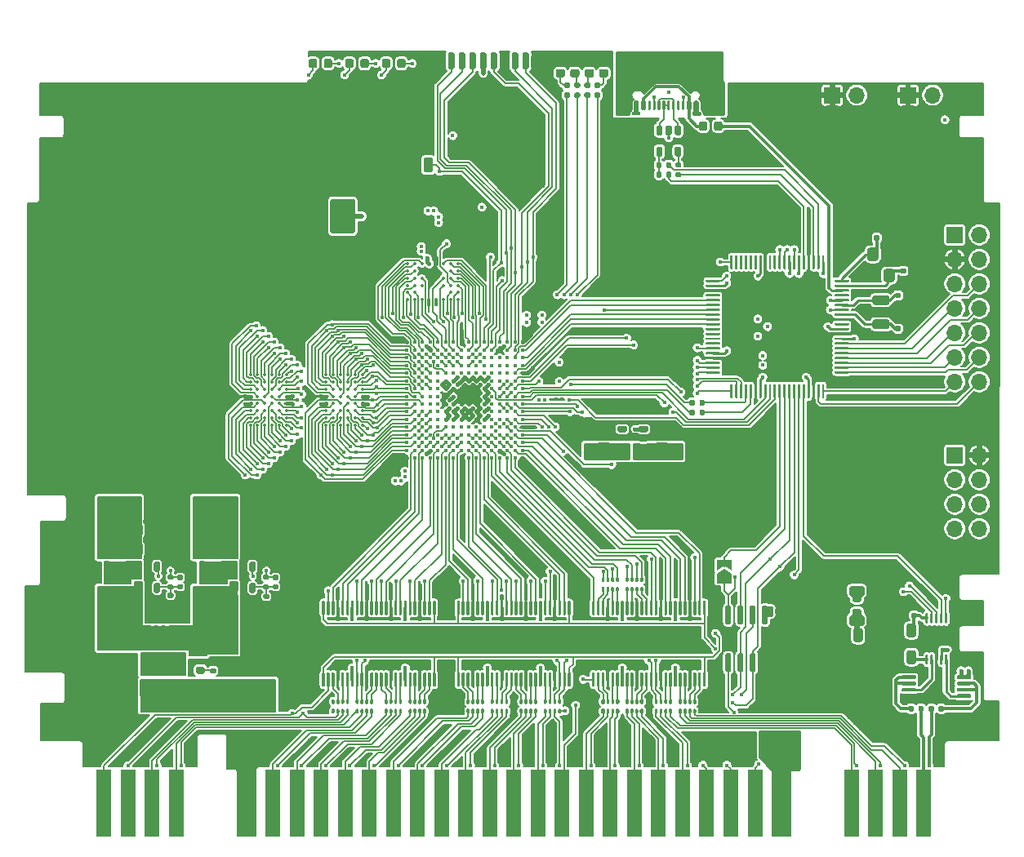
<source format=gbr>
%TF.GenerationSoftware,KiCad,Pcbnew,(5.1.8-0-10_14)*%
%TF.CreationDate,2021-02-17T10:46:27+00:00*%
%TF.ProjectId,sd2snes_ecp5,73643273-6e65-4735-9f65-6370352e6b69,B*%
%TF.SameCoordinates,Original*%
%TF.FileFunction,Copper,L1,Top*%
%TF.FilePolarity,Positive*%
%FSLAX46Y46*%
G04 Gerber Fmt 4.6, Leading zero omitted, Abs format (unit mm)*
G04 Created by KiCad (PCBNEW (5.1.8-0-10_14)) date 2021-02-17 10:46:27*
%MOMM*%
%LPD*%
G01*
G04 APERTURE LIST*
%TA.AperFunction,ComponentPad*%
%ADD10O,1.300000X2.300000*%
%TD*%
%TA.AperFunction,ComponentPad*%
%ADD11O,1.300000X2.600000*%
%TD*%
%TA.AperFunction,ComponentPad*%
%ADD12O,1.700000X1.700000*%
%TD*%
%TA.AperFunction,ComponentPad*%
%ADD13R,1.700000X1.700000*%
%TD*%
%TA.AperFunction,SMDPad,CuDef*%
%ADD14C,0.100000*%
%TD*%
%TA.AperFunction,ConnectorPad*%
%ADD15R,1.501140X7.000240*%
%TD*%
%TA.AperFunction,ConnectorPad*%
%ADD16R,1.998980X7.000240*%
%TD*%
%TA.AperFunction,SMDPad,CuDef*%
%ADD17C,0.350000*%
%TD*%
%TA.AperFunction,SMDPad,CuDef*%
%ADD18C,0.400000*%
%TD*%
%TA.AperFunction,ViaPad*%
%ADD19C,0.450000*%
%TD*%
%TA.AperFunction,Conductor*%
%ADD20C,0.250000*%
%TD*%
%TA.AperFunction,Conductor*%
%ADD21C,0.300000*%
%TD*%
%TA.AperFunction,Conductor*%
%ADD22C,0.500000*%
%TD*%
%TA.AperFunction,Conductor*%
%ADD23C,0.400000*%
%TD*%
%TA.AperFunction,Conductor*%
%ADD24C,0.127000*%
%TD*%
%TA.AperFunction,Conductor*%
%ADD25C,0.580000*%
%TD*%
%TA.AperFunction,Conductor*%
%ADD26C,0.100000*%
%TD*%
%TA.AperFunction,Conductor*%
%ADD27C,0.254000*%
%TD*%
G04 APERTURE END LIST*
%TO.P,J301,S1*%
%TO.N,/MCU/SHIELD*%
%TA.AperFunction,SMDPad,CuDef*%
G36*
G01*
X164900000Y-73200000D02*
X164900000Y-74700000D01*
G75*
G02*
X164650000Y-74950000I-250000J0D01*
G01*
X164150000Y-74950000D01*
G75*
G02*
X163900000Y-74700000I0J250000D01*
G01*
X163900000Y-73200000D01*
G75*
G02*
X164150000Y-72950000I250000J0D01*
G01*
X164650000Y-72950000D01*
G75*
G02*
X164900000Y-73200000I0J-250000D01*
G01*
G37*
%TD.AperFunction*%
%TA.AperFunction,SMDPad,CuDef*%
G36*
G01*
X167700000Y-73200000D02*
X167700000Y-74700000D01*
G75*
G02*
X167450000Y-74950000I-250000J0D01*
G01*
X166950000Y-74950000D01*
G75*
G02*
X166700000Y-74700000I0J250000D01*
G01*
X166700000Y-73200000D01*
G75*
G02*
X166950000Y-72950000I250000J0D01*
G01*
X167450000Y-72950000D01*
G75*
G02*
X167700000Y-73200000I0J-250000D01*
G01*
G37*
%TD.AperFunction*%
D10*
X161480000Y-77775000D03*
X170120000Y-77775000D03*
D11*
X161480000Y-73950000D03*
%TO.P,J301,B1*%
%TO.N,GND*%
%TA.AperFunction,SMDPad,CuDef*%
G36*
G01*
X162960000Y-77780000D02*
X162960000Y-78520000D01*
G75*
G02*
X162830000Y-78650000I-130000J0D01*
G01*
X162570000Y-78650000D01*
G75*
G02*
X162440000Y-78520000I0J130000D01*
G01*
X162440000Y-77780000D01*
G75*
G02*
X162570000Y-77650000I130000J0D01*
G01*
X162830000Y-77650000D01*
G75*
G02*
X162960000Y-77780000I0J-130000D01*
G01*
G37*
%TD.AperFunction*%
%TO.P,J301,A9*%
%TO.N,Net-(FB301-Pad1)*%
%TA.AperFunction,SMDPad,CuDef*%
G36*
G01*
X163710000Y-77780000D02*
X163710000Y-78520000D01*
G75*
G02*
X163580000Y-78650000I-130000J0D01*
G01*
X163320000Y-78650000D01*
G75*
G02*
X163190000Y-78520000I0J130000D01*
G01*
X163190000Y-77780000D01*
G75*
G02*
X163320000Y-77650000I130000J0D01*
G01*
X163580000Y-77650000D01*
G75*
G02*
X163710000Y-77780000I0J-130000D01*
G01*
G37*
%TD.AperFunction*%
%TO.P,J301,B9*%
%TA.AperFunction,SMDPad,CuDef*%
G36*
G01*
X168410000Y-77780000D02*
X168410000Y-78520000D01*
G75*
G02*
X168280000Y-78650000I-130000J0D01*
G01*
X168020000Y-78650000D01*
G75*
G02*
X167890000Y-78520000I0J130000D01*
G01*
X167890000Y-77780000D01*
G75*
G02*
X168020000Y-77650000I130000J0D01*
G01*
X168280000Y-77650000D01*
G75*
G02*
X168410000Y-77780000I0J-130000D01*
G01*
G37*
%TD.AperFunction*%
%TO.P,J301,B12*%
%TO.N,GND*%
%TA.AperFunction,SMDPad,CuDef*%
G36*
G01*
X169160000Y-77780000D02*
X169160000Y-78520000D01*
G75*
G02*
X169030000Y-78650000I-130000J0D01*
G01*
X168770000Y-78650000D01*
G75*
G02*
X168640000Y-78520000I0J130000D01*
G01*
X168640000Y-77780000D01*
G75*
G02*
X168770000Y-77650000I130000J0D01*
G01*
X169030000Y-77650000D01*
G75*
G02*
X169160000Y-77780000I0J-130000D01*
G01*
G37*
%TD.AperFunction*%
%TO.P,J301,A1*%
%TA.AperFunction,SMDPad,CuDef*%
G36*
G01*
X169160000Y-77780000D02*
X169160000Y-78520000D01*
G75*
G02*
X169030000Y-78650000I-130000J0D01*
G01*
X168770000Y-78650000D01*
G75*
G02*
X168640000Y-78520000I0J130000D01*
G01*
X168640000Y-77780000D01*
G75*
G02*
X168770000Y-77650000I130000J0D01*
G01*
X169030000Y-77650000D01*
G75*
G02*
X169160000Y-77780000I0J-130000D01*
G01*
G37*
%TD.AperFunction*%
%TO.P,J301,A4*%
%TO.N,Net-(FB301-Pad1)*%
%TA.AperFunction,SMDPad,CuDef*%
G36*
G01*
X168410000Y-77780000D02*
X168410000Y-78520000D01*
G75*
G02*
X168280000Y-78650000I-130000J0D01*
G01*
X168020000Y-78650000D01*
G75*
G02*
X167890000Y-78520000I0J130000D01*
G01*
X167890000Y-77780000D01*
G75*
G02*
X168020000Y-77650000I130000J0D01*
G01*
X168280000Y-77650000D01*
G75*
G02*
X168410000Y-77780000I0J-130000D01*
G01*
G37*
%TD.AperFunction*%
%TO.P,J301,B4*%
%TA.AperFunction,SMDPad,CuDef*%
G36*
G01*
X163710000Y-77780000D02*
X163710000Y-78520000D01*
G75*
G02*
X163580000Y-78650000I-130000J0D01*
G01*
X163320000Y-78650000D01*
G75*
G02*
X163190000Y-78520000I0J130000D01*
G01*
X163190000Y-77780000D01*
G75*
G02*
X163320000Y-77650000I130000J0D01*
G01*
X163580000Y-77650000D01*
G75*
G02*
X163710000Y-77780000I0J-130000D01*
G01*
G37*
%TD.AperFunction*%
%TO.P,J301,A12*%
%TO.N,GND*%
%TA.AperFunction,SMDPad,CuDef*%
G36*
G01*
X162960000Y-77780000D02*
X162960000Y-78520000D01*
G75*
G02*
X162830000Y-78650000I-130000J0D01*
G01*
X162570000Y-78650000D01*
G75*
G02*
X162440000Y-78520000I0J130000D01*
G01*
X162440000Y-77780000D01*
G75*
G02*
X162570000Y-77650000I130000J0D01*
G01*
X162830000Y-77650000D01*
G75*
G02*
X162960000Y-77780000I0J-130000D01*
G01*
G37*
%TD.AperFunction*%
%TO.P,J301,B8*%
%TO.N,Net-(J301-PadB8)*%
%TA.AperFunction,SMDPad,CuDef*%
G36*
G01*
X167185000Y-77749900D02*
X167185000Y-78550100D01*
G75*
G02*
X167085100Y-78650000I-99900J0D01*
G01*
X167014900Y-78650000D01*
G75*
G02*
X166915000Y-78550100I0J99900D01*
G01*
X166915000Y-77749900D01*
G75*
G02*
X167014900Y-77650000I99900J0D01*
G01*
X167085100Y-77650000D01*
G75*
G02*
X167185000Y-77749900I0J-99900D01*
G01*
G37*
%TD.AperFunction*%
%TO.P,J301,A5*%
%TO.N,/MCU/CC1*%
%TA.AperFunction,SMDPad,CuDef*%
G36*
G01*
X167685000Y-77749900D02*
X167685000Y-78550100D01*
G75*
G02*
X167585100Y-78650000I-99900J0D01*
G01*
X167514900Y-78650000D01*
G75*
G02*
X167415000Y-78550100I0J99900D01*
G01*
X167415000Y-77749900D01*
G75*
G02*
X167514900Y-77650000I99900J0D01*
G01*
X167585100Y-77650000D01*
G75*
G02*
X167685000Y-77749900I0J-99900D01*
G01*
G37*
%TD.AperFunction*%
%TO.P,J301,B7*%
%TO.N,/MCU/D-*%
%TA.AperFunction,SMDPad,CuDef*%
G36*
G01*
X166685000Y-77749900D02*
X166685000Y-78550100D01*
G75*
G02*
X166585100Y-78650000I-99900J0D01*
G01*
X166514900Y-78650000D01*
G75*
G02*
X166415000Y-78550100I0J99900D01*
G01*
X166415000Y-77749900D01*
G75*
G02*
X166514900Y-77650000I99900J0D01*
G01*
X166585100Y-77650000D01*
G75*
G02*
X166685000Y-77749900I0J-99900D01*
G01*
G37*
%TD.AperFunction*%
%TO.P,J301,A7*%
%TA.AperFunction,SMDPad,CuDef*%
G36*
G01*
X165185000Y-77749900D02*
X165185000Y-78550100D01*
G75*
G02*
X165085100Y-78650000I-99900J0D01*
G01*
X165014900Y-78650000D01*
G75*
G02*
X164915000Y-78550100I0J99900D01*
G01*
X164915000Y-77749900D01*
G75*
G02*
X165014900Y-77650000I99900J0D01*
G01*
X165085100Y-77650000D01*
G75*
G02*
X165185000Y-77749900I0J-99900D01*
G01*
G37*
%TD.AperFunction*%
%TO.P,J301,B6*%
%TO.N,/MCU/D+*%
%TA.AperFunction,SMDPad,CuDef*%
G36*
G01*
X165685000Y-77749900D02*
X165685000Y-78550100D01*
G75*
G02*
X165585100Y-78650000I-99900J0D01*
G01*
X165514900Y-78650000D01*
G75*
G02*
X165415000Y-78550100I0J99900D01*
G01*
X165415000Y-77749900D01*
G75*
G02*
X165514900Y-77650000I99900J0D01*
G01*
X165585100Y-77650000D01*
G75*
G02*
X165685000Y-77749900I0J-99900D01*
G01*
G37*
%TD.AperFunction*%
%TO.P,J301,A8*%
%TO.N,Net-(J301-PadA8)*%
%TA.AperFunction,SMDPad,CuDef*%
G36*
G01*
X164185000Y-77749900D02*
X164185000Y-78550100D01*
G75*
G02*
X164085100Y-78650000I-99900J0D01*
G01*
X164014900Y-78650000D01*
G75*
G02*
X163915000Y-78550100I0J99900D01*
G01*
X163915000Y-77749900D01*
G75*
G02*
X164014900Y-77650000I99900J0D01*
G01*
X164085100Y-77650000D01*
G75*
G02*
X164185000Y-77749900I0J-99900D01*
G01*
G37*
%TD.AperFunction*%
%TO.P,J301,B5*%
%TO.N,/MCU/CC2*%
%TA.AperFunction,SMDPad,CuDef*%
G36*
G01*
X164685000Y-77749900D02*
X164685000Y-78550100D01*
G75*
G02*
X164585100Y-78650000I-99900J0D01*
G01*
X164514900Y-78650000D01*
G75*
G02*
X164415000Y-78550100I0J99900D01*
G01*
X164415000Y-77749900D01*
G75*
G02*
X164514900Y-77650000I99900J0D01*
G01*
X164585100Y-77650000D01*
G75*
G02*
X164685000Y-77749900I0J-99900D01*
G01*
G37*
%TD.AperFunction*%
%TO.P,J301,A6*%
%TO.N,/MCU/D+*%
%TA.AperFunction,SMDPad,CuDef*%
G36*
G01*
X166185000Y-77749900D02*
X166185000Y-78550100D01*
G75*
G02*
X166085100Y-78650000I-99900J0D01*
G01*
X166014900Y-78650000D01*
G75*
G02*
X165915000Y-78550100I0J99900D01*
G01*
X165915000Y-77749900D01*
G75*
G02*
X166014900Y-77650000I99900J0D01*
G01*
X166085100Y-77650000D01*
G75*
G02*
X166185000Y-77749900I0J-99900D01*
G01*
G37*
%TD.AperFunction*%
%TO.P,J301,S1*%
%TO.N,/MCU/SHIELD*%
X170120000Y-73950000D03*
%TD*%
%TO.P,X302,2*%
%TO.N,Net-(C305-Pad1)*%
%TA.AperFunction,SMDPad,CuDef*%
G36*
G01*
X187414000Y-97855000D02*
X188714000Y-97855000D01*
G75*
G02*
X188964000Y-98105000I0J-250000D01*
G01*
X188964000Y-98605000D01*
G75*
G02*
X188714000Y-98855000I-250000J0D01*
G01*
X187414000Y-98855000D01*
G75*
G02*
X187164000Y-98605000I0J250000D01*
G01*
X187164000Y-98105000D01*
G75*
G02*
X187414000Y-97855000I250000J0D01*
G01*
G37*
%TD.AperFunction*%
%TO.P,X302,1*%
%TO.N,Net-(C304-Pad1)*%
%TA.AperFunction,SMDPad,CuDef*%
G36*
G01*
X187414000Y-100355000D02*
X188714000Y-100355000D01*
G75*
G02*
X188964000Y-100605000I0J-250000D01*
G01*
X188964000Y-101105000D01*
G75*
G02*
X188714000Y-101355000I-250000J0D01*
G01*
X187414000Y-101355000D01*
G75*
G02*
X187164000Y-101105000I0J250000D01*
G01*
X187164000Y-100605000D01*
G75*
G02*
X187414000Y-100355000I250000J0D01*
G01*
G37*
%TD.AperFunction*%
%TD*%
%TO.P,X301,4*%
%TO.N,GND*%
%TA.AperFunction,SMDPad,CuDef*%
G36*
G01*
X188614000Y-92900000D02*
X189214000Y-92900000D01*
G75*
G02*
X189514000Y-93200000I0J-300000D01*
G01*
X189514000Y-94000000D01*
G75*
G02*
X189214000Y-94300000I-300000J0D01*
G01*
X188614000Y-94300000D01*
G75*
G02*
X188314000Y-94000000I0J300000D01*
G01*
X188314000Y-93200000D01*
G75*
G02*
X188614000Y-92900000I300000J0D01*
G01*
G37*
%TD.AperFunction*%
%TO.P,X301,3*%
%TO.N,Net-(C302-Pad1)*%
%TA.AperFunction,SMDPad,CuDef*%
G36*
G01*
X188614000Y-95100000D02*
X189214000Y-95100000D01*
G75*
G02*
X189514000Y-95400000I0J-300000D01*
G01*
X189514000Y-96200000D01*
G75*
G02*
X189214000Y-96500000I-300000J0D01*
G01*
X188614000Y-96500000D01*
G75*
G02*
X188314000Y-96200000I0J300000D01*
G01*
X188314000Y-95400000D01*
G75*
G02*
X188614000Y-95100000I300000J0D01*
G01*
G37*
%TD.AperFunction*%
%TO.P,X301,2*%
%TO.N,GND*%
%TA.AperFunction,SMDPad,CuDef*%
G36*
G01*
X186914000Y-95100000D02*
X187514000Y-95100000D01*
G75*
G02*
X187814000Y-95400000I0J-300000D01*
G01*
X187814000Y-96200000D01*
G75*
G02*
X187514000Y-96500000I-300000J0D01*
G01*
X186914000Y-96500000D01*
G75*
G02*
X186614000Y-96200000I0J300000D01*
G01*
X186614000Y-95400000D01*
G75*
G02*
X186914000Y-95100000I300000J0D01*
G01*
G37*
%TD.AperFunction*%
%TO.P,X301,1*%
%TO.N,Net-(C303-Pad1)*%
%TA.AperFunction,SMDPad,CuDef*%
G36*
G01*
X186914000Y-92900000D02*
X187514000Y-92900000D01*
G75*
G02*
X187814000Y-93200000I0J-300000D01*
G01*
X187814000Y-94000000D01*
G75*
G02*
X187514000Y-94300000I-300000J0D01*
G01*
X186914000Y-94300000D01*
G75*
G02*
X186614000Y-94000000I0J300000D01*
G01*
X186614000Y-93200000D01*
G75*
G02*
X186914000Y-92900000I300000J0D01*
G01*
G37*
%TD.AperFunction*%
%TD*%
%TO.P,U404,10*%
%TO.N,/Power Supply / Misc./AOUTR*%
%TA.AperFunction,SMDPad,CuDef*%
G36*
G01*
X194790000Y-135090000D02*
X194840000Y-135090000D01*
G75*
G02*
X194940000Y-135190000I0J-100000D01*
G01*
X194940000Y-136090000D01*
G75*
G02*
X194840000Y-136190000I-100000J0D01*
G01*
X194790000Y-136190000D01*
G75*
G02*
X194690000Y-136090000I0J100000D01*
G01*
X194690000Y-135190000D01*
G75*
G02*
X194790000Y-135090000I100000J0D01*
G01*
G37*
%TD.AperFunction*%
%TO.P,U404,9*%
%TO.N,+3.3VDAC*%
%TA.AperFunction,SMDPad,CuDef*%
G36*
G01*
X194290000Y-135090000D02*
X194340000Y-135090000D01*
G75*
G02*
X194440000Y-135190000I0J-100000D01*
G01*
X194440000Y-136090000D01*
G75*
G02*
X194340000Y-136190000I-100000J0D01*
G01*
X194290000Y-136190000D01*
G75*
G02*
X194190000Y-136090000I0J100000D01*
G01*
X194190000Y-135190000D01*
G75*
G02*
X194290000Y-135090000I100000J0D01*
G01*
G37*
%TD.AperFunction*%
%TO.P,U404,8*%
%TO.N,GND*%
%TA.AperFunction,SMDPad,CuDef*%
G36*
G01*
X193790000Y-135090000D02*
X193840000Y-135090000D01*
G75*
G02*
X193940000Y-135190000I0J-100000D01*
G01*
X193940000Y-136090000D01*
G75*
G02*
X193840000Y-136190000I-100000J0D01*
G01*
X193790000Y-136190000D01*
G75*
G02*
X193690000Y-136090000I0J100000D01*
G01*
X193690000Y-135190000D01*
G75*
G02*
X193790000Y-135090000I100000J0D01*
G01*
G37*
%TD.AperFunction*%
%TO.P,U404,7*%
%TO.N,/Power Supply / Misc./AOUTL*%
%TA.AperFunction,SMDPad,CuDef*%
G36*
G01*
X193290000Y-135090000D02*
X193340000Y-135090000D01*
G75*
G02*
X193440000Y-135190000I0J-100000D01*
G01*
X193440000Y-136090000D01*
G75*
G02*
X193340000Y-136190000I-100000J0D01*
G01*
X193290000Y-136190000D01*
G75*
G02*
X193190000Y-136090000I0J100000D01*
G01*
X193190000Y-135190000D01*
G75*
G02*
X193290000Y-135090000I100000J0D01*
G01*
G37*
%TD.AperFunction*%
%TO.P,U404,6*%
%TO.N,/Power Supply / Misc./FILT*%
%TA.AperFunction,SMDPad,CuDef*%
G36*
G01*
X192790000Y-135090000D02*
X192840000Y-135090000D01*
G75*
G02*
X192940000Y-135190000I0J-100000D01*
G01*
X192940000Y-136090000D01*
G75*
G02*
X192840000Y-136190000I-100000J0D01*
G01*
X192790000Y-136190000D01*
G75*
G02*
X192690000Y-136090000I0J100000D01*
G01*
X192690000Y-135190000D01*
G75*
G02*
X192790000Y-135090000I100000J0D01*
G01*
G37*
%TD.AperFunction*%
%TO.P,U404,5*%
%TO.N,/Power Supply / Misc./VQ*%
%TA.AperFunction,SMDPad,CuDef*%
G36*
G01*
X192790000Y-130790000D02*
X192840000Y-130790000D01*
G75*
G02*
X192940000Y-130890000I0J-100000D01*
G01*
X192940000Y-131790000D01*
G75*
G02*
X192840000Y-131890000I-100000J0D01*
G01*
X192790000Y-131890000D01*
G75*
G02*
X192690000Y-131790000I0J100000D01*
G01*
X192690000Y-130890000D01*
G75*
G02*
X192790000Y-130790000I100000J0D01*
G01*
G37*
%TD.AperFunction*%
%TO.P,U404,4*%
%TO.N,DAC_MCLK*%
%TA.AperFunction,SMDPad,CuDef*%
G36*
G01*
X193290000Y-130790000D02*
X193340000Y-130790000D01*
G75*
G02*
X193440000Y-130890000I0J-100000D01*
G01*
X193440000Y-131790000D01*
G75*
G02*
X193340000Y-131890000I-100000J0D01*
G01*
X193290000Y-131890000D01*
G75*
G02*
X193190000Y-131790000I0J100000D01*
G01*
X193190000Y-130890000D01*
G75*
G02*
X193290000Y-130790000I100000J0D01*
G01*
G37*
%TD.AperFunction*%
%TO.P,U404,3*%
%TO.N,DAC_LRCK*%
%TA.AperFunction,SMDPad,CuDef*%
G36*
G01*
X193790000Y-130790000D02*
X193840000Y-130790000D01*
G75*
G02*
X193940000Y-130890000I0J-100000D01*
G01*
X193940000Y-131790000D01*
G75*
G02*
X193840000Y-131890000I-100000J0D01*
G01*
X193790000Y-131890000D01*
G75*
G02*
X193690000Y-131790000I0J100000D01*
G01*
X193690000Y-130890000D01*
G75*
G02*
X193790000Y-130790000I100000J0D01*
G01*
G37*
%TD.AperFunction*%
%TO.P,U404,2*%
%TO.N,~DAC_DEM*%
%TA.AperFunction,SMDPad,CuDef*%
G36*
G01*
X194290000Y-130790000D02*
X194340000Y-130790000D01*
G75*
G02*
X194440000Y-130890000I0J-100000D01*
G01*
X194440000Y-131790000D01*
G75*
G02*
X194340000Y-131890000I-100000J0D01*
G01*
X194290000Y-131890000D01*
G75*
G02*
X194190000Y-131790000I0J100000D01*
G01*
X194190000Y-130890000D01*
G75*
G02*
X194290000Y-130790000I100000J0D01*
G01*
G37*
%TD.AperFunction*%
%TO.P,U404,1*%
%TO.N,DAC_SDOUT*%
%TA.AperFunction,SMDPad,CuDef*%
G36*
G01*
X194790000Y-130790000D02*
X194840000Y-130790000D01*
G75*
G02*
X194940000Y-130890000I0J-100000D01*
G01*
X194940000Y-131790000D01*
G75*
G02*
X194840000Y-131890000I-100000J0D01*
G01*
X194790000Y-131890000D01*
G75*
G02*
X194690000Y-131790000I0J100000D01*
G01*
X194690000Y-130890000D01*
G75*
G02*
X194790000Y-130790000I100000J0D01*
G01*
G37*
%TD.AperFunction*%
%TD*%
%TO.P,U403,1*%
%TO.N,+3V3*%
%TA.AperFunction,SMDPad,CuDef*%
G36*
G01*
X163960000Y-113462500D02*
X163960000Y-113787500D01*
G75*
G02*
X163797500Y-113950000I-162500J0D01*
G01*
X163062500Y-113950000D01*
G75*
G02*
X162900000Y-113787500I0J162500D01*
G01*
X162900000Y-113462500D01*
G75*
G02*
X163062500Y-113300000I162500J0D01*
G01*
X163797500Y-113300000D01*
G75*
G02*
X163960000Y-113462500I0J-162500D01*
G01*
G37*
%TD.AperFunction*%
%TO.P,U403,2*%
%TO.N,GND*%
%TA.AperFunction,SMDPad,CuDef*%
G36*
G01*
X163960000Y-112512500D02*
X163960000Y-112837500D01*
G75*
G02*
X163797500Y-113000000I-162500J0D01*
G01*
X163062500Y-113000000D01*
G75*
G02*
X162900000Y-112837500I0J162500D01*
G01*
X162900000Y-112512500D01*
G75*
G02*
X163062500Y-112350000I162500J0D01*
G01*
X163797500Y-112350000D01*
G75*
G02*
X163960000Y-112512500I0J-162500D01*
G01*
G37*
%TD.AperFunction*%
%TO.P,U403,3*%
%TO.N,+3V3*%
%TA.AperFunction,SMDPad,CuDef*%
G36*
G01*
X163960000Y-111562500D02*
X163960000Y-111887500D01*
G75*
G02*
X163797500Y-112050000I-162500J0D01*
G01*
X163062500Y-112050000D01*
G75*
G02*
X162900000Y-111887500I0J162500D01*
G01*
X162900000Y-111562500D01*
G75*
G02*
X163062500Y-111400000I162500J0D01*
G01*
X163797500Y-111400000D01*
G75*
G02*
X163960000Y-111562500I0J-162500D01*
G01*
G37*
%TD.AperFunction*%
%TO.P,U403,4*%
%TO.N,Net-(U403-Pad4)*%
%TA.AperFunction,SMDPad,CuDef*%
G36*
G01*
X161760000Y-111562500D02*
X161760000Y-111887500D01*
G75*
G02*
X161597500Y-112050000I-162500J0D01*
G01*
X160862500Y-112050000D01*
G75*
G02*
X160700000Y-111887500I0J162500D01*
G01*
X160700000Y-111562500D01*
G75*
G02*
X160862500Y-111400000I162500J0D01*
G01*
X161597500Y-111400000D01*
G75*
G02*
X161760000Y-111562500I0J-162500D01*
G01*
G37*
%TD.AperFunction*%
%TO.P,U403,5*%
%TO.N,+2V5*%
%TA.AperFunction,SMDPad,CuDef*%
G36*
G01*
X161760000Y-113462500D02*
X161760000Y-113787500D01*
G75*
G02*
X161597500Y-113950000I-162500J0D01*
G01*
X160862500Y-113950000D01*
G75*
G02*
X160700000Y-113787500I0J162500D01*
G01*
X160700000Y-113462500D01*
G75*
G02*
X160862500Y-113300000I162500J0D01*
G01*
X161597500Y-113300000D01*
G75*
G02*
X161760000Y-113462500I0J-162500D01*
G01*
G37*
%TD.AperFunction*%
%TD*%
%TO.P,U402,1*%
%TO.N,+5V*%
%TA.AperFunction,SMDPad,CuDef*%
G36*
G01*
X122732500Y-125470000D02*
X123057500Y-125470000D01*
G75*
G02*
X123220000Y-125632500I0J-162500D01*
G01*
X123220000Y-126367500D01*
G75*
G02*
X123057500Y-126530000I-162500J0D01*
G01*
X122732500Y-126530000D01*
G75*
G02*
X122570000Y-126367500I0J162500D01*
G01*
X122570000Y-125632500D01*
G75*
G02*
X122732500Y-125470000I162500J0D01*
G01*
G37*
%TD.AperFunction*%
%TO.P,U402,2*%
%TO.N,GND*%
%TA.AperFunction,SMDPad,CuDef*%
G36*
G01*
X121782500Y-125470000D02*
X122107500Y-125470000D01*
G75*
G02*
X122270000Y-125632500I0J-162500D01*
G01*
X122270000Y-126367500D01*
G75*
G02*
X122107500Y-126530000I-162500J0D01*
G01*
X121782500Y-126530000D01*
G75*
G02*
X121620000Y-126367500I0J162500D01*
G01*
X121620000Y-125632500D01*
G75*
G02*
X121782500Y-125470000I162500J0D01*
G01*
G37*
%TD.AperFunction*%
%TO.P,U402,3*%
%TO.N,Net-(L403-Pad1)*%
%TA.AperFunction,SMDPad,CuDef*%
G36*
G01*
X120832500Y-125470000D02*
X121157500Y-125470000D01*
G75*
G02*
X121320000Y-125632500I0J-162500D01*
G01*
X121320000Y-126367500D01*
G75*
G02*
X121157500Y-126530000I-162500J0D01*
G01*
X120832500Y-126530000D01*
G75*
G02*
X120670000Y-126367500I0J162500D01*
G01*
X120670000Y-125632500D01*
G75*
G02*
X120832500Y-125470000I162500J0D01*
G01*
G37*
%TD.AperFunction*%
%TO.P,U402,4*%
%TO.N,+5V*%
%TA.AperFunction,SMDPad,CuDef*%
G36*
G01*
X120832500Y-127670000D02*
X121157500Y-127670000D01*
G75*
G02*
X121320000Y-127832500I0J-162500D01*
G01*
X121320000Y-128567500D01*
G75*
G02*
X121157500Y-128730000I-162500J0D01*
G01*
X120832500Y-128730000D01*
G75*
G02*
X120670000Y-128567500I0J162500D01*
G01*
X120670000Y-127832500D01*
G75*
G02*
X120832500Y-127670000I162500J0D01*
G01*
G37*
%TD.AperFunction*%
%TO.P,U402,5*%
%TO.N,Net-(C406-Pad2)*%
%TA.AperFunction,SMDPad,CuDef*%
G36*
G01*
X122732500Y-127670000D02*
X123057500Y-127670000D01*
G75*
G02*
X123220000Y-127832500I0J-162500D01*
G01*
X123220000Y-128567500D01*
G75*
G02*
X123057500Y-128730000I-162500J0D01*
G01*
X122732500Y-128730000D01*
G75*
G02*
X122570000Y-128567500I0J162500D01*
G01*
X122570000Y-127832500D01*
G75*
G02*
X122732500Y-127670000I162500J0D01*
G01*
G37*
%TD.AperFunction*%
%TD*%
%TO.P,U401,1*%
%TO.N,+5V*%
%TA.AperFunction,SMDPad,CuDef*%
G36*
G01*
X112832500Y-125470000D02*
X113157500Y-125470000D01*
G75*
G02*
X113320000Y-125632500I0J-162500D01*
G01*
X113320000Y-126367500D01*
G75*
G02*
X113157500Y-126530000I-162500J0D01*
G01*
X112832500Y-126530000D01*
G75*
G02*
X112670000Y-126367500I0J162500D01*
G01*
X112670000Y-125632500D01*
G75*
G02*
X112832500Y-125470000I162500J0D01*
G01*
G37*
%TD.AperFunction*%
%TO.P,U401,2*%
%TO.N,GND*%
%TA.AperFunction,SMDPad,CuDef*%
G36*
G01*
X111882500Y-125470000D02*
X112207500Y-125470000D01*
G75*
G02*
X112370000Y-125632500I0J-162500D01*
G01*
X112370000Y-126367500D01*
G75*
G02*
X112207500Y-126530000I-162500J0D01*
G01*
X111882500Y-126530000D01*
G75*
G02*
X111720000Y-126367500I0J162500D01*
G01*
X111720000Y-125632500D01*
G75*
G02*
X111882500Y-125470000I162500J0D01*
G01*
G37*
%TD.AperFunction*%
%TO.P,U401,3*%
%TO.N,Net-(L402-Pad1)*%
%TA.AperFunction,SMDPad,CuDef*%
G36*
G01*
X110932500Y-125470000D02*
X111257500Y-125470000D01*
G75*
G02*
X111420000Y-125632500I0J-162500D01*
G01*
X111420000Y-126367500D01*
G75*
G02*
X111257500Y-126530000I-162500J0D01*
G01*
X110932500Y-126530000D01*
G75*
G02*
X110770000Y-126367500I0J162500D01*
G01*
X110770000Y-125632500D01*
G75*
G02*
X110932500Y-125470000I162500J0D01*
G01*
G37*
%TD.AperFunction*%
%TO.P,U401,4*%
%TO.N,+5V*%
%TA.AperFunction,SMDPad,CuDef*%
G36*
G01*
X110932500Y-127670000D02*
X111257500Y-127670000D01*
G75*
G02*
X111420000Y-127832500I0J-162500D01*
G01*
X111420000Y-128567500D01*
G75*
G02*
X111257500Y-128730000I-162500J0D01*
G01*
X110932500Y-128730000D01*
G75*
G02*
X110770000Y-128567500I0J162500D01*
G01*
X110770000Y-127832500D01*
G75*
G02*
X110932500Y-127670000I162500J0D01*
G01*
G37*
%TD.AperFunction*%
%TO.P,U401,5*%
%TO.N,Net-(C405-Pad2)*%
%TA.AperFunction,SMDPad,CuDef*%
G36*
G01*
X112832500Y-127670000D02*
X113157500Y-127670000D01*
G75*
G02*
X113320000Y-127832500I0J-162500D01*
G01*
X113320000Y-128567500D01*
G75*
G02*
X113157500Y-128730000I-162500J0D01*
G01*
X112832500Y-128730000D01*
G75*
G02*
X112670000Y-128567500I0J162500D01*
G01*
X112670000Y-127832500D01*
G75*
G02*
X112832500Y-127670000I162500J0D01*
G01*
G37*
%TD.AperFunction*%
%TD*%
%TO.P,U302,5*%
%TO.N,+3V3*%
%TA.AperFunction,SMDPad,CuDef*%
G36*
G01*
X166212500Y-81280000D02*
X165887500Y-81280000D01*
G75*
G02*
X165725000Y-81117500I0J162500D01*
G01*
X165725000Y-80382500D01*
G75*
G02*
X165887500Y-80220000I162500J0D01*
G01*
X166212500Y-80220000D01*
G75*
G02*
X166375000Y-80382500I0J-162500D01*
G01*
X166375000Y-81117500D01*
G75*
G02*
X166212500Y-81280000I-162500J0D01*
G01*
G37*
%TD.AperFunction*%
%TO.P,U302,6*%
%TO.N,/MCU/D+*%
%TA.AperFunction,SMDPad,CuDef*%
G36*
G01*
X165262500Y-81280000D02*
X164937500Y-81280000D01*
G75*
G02*
X164775000Y-81117500I0J162500D01*
G01*
X164775000Y-80382500D01*
G75*
G02*
X164937500Y-80220000I162500J0D01*
G01*
X165262500Y-80220000D01*
G75*
G02*
X165425000Y-80382500I0J-162500D01*
G01*
X165425000Y-81117500D01*
G75*
G02*
X165262500Y-81280000I-162500J0D01*
G01*
G37*
%TD.AperFunction*%
%TO.P,U302,4*%
%TO.N,/MCU/D-*%
%TA.AperFunction,SMDPad,CuDef*%
G36*
G01*
X167162500Y-81280000D02*
X166837500Y-81280000D01*
G75*
G02*
X166675000Y-81117500I0J162500D01*
G01*
X166675000Y-80382500D01*
G75*
G02*
X166837500Y-80220000I162500J0D01*
G01*
X167162500Y-80220000D01*
G75*
G02*
X167325000Y-80382500I0J-162500D01*
G01*
X167325000Y-81117500D01*
G75*
G02*
X167162500Y-81280000I-162500J0D01*
G01*
G37*
%TD.AperFunction*%
%TO.P,U302,3*%
%TO.N,Net-(R307-Pad1)*%
%TA.AperFunction,SMDPad,CuDef*%
G36*
G01*
X167162500Y-83480000D02*
X166837500Y-83480000D01*
G75*
G02*
X166675000Y-83317500I0J162500D01*
G01*
X166675000Y-82582500D01*
G75*
G02*
X166837500Y-82420000I162500J0D01*
G01*
X167162500Y-82420000D01*
G75*
G02*
X167325000Y-82582500I0J-162500D01*
G01*
X167325000Y-83317500D01*
G75*
G02*
X167162500Y-83480000I-162500J0D01*
G01*
G37*
%TD.AperFunction*%
%TO.P,U302,2*%
%TO.N,GND*%
%TA.AperFunction,SMDPad,CuDef*%
G36*
G01*
X166212500Y-83480000D02*
X165887500Y-83480000D01*
G75*
G02*
X165725000Y-83317500I0J162500D01*
G01*
X165725000Y-82582500D01*
G75*
G02*
X165887500Y-82420000I162500J0D01*
G01*
X166212500Y-82420000D01*
G75*
G02*
X166375000Y-82582500I0J-162500D01*
G01*
X166375000Y-83317500D01*
G75*
G02*
X166212500Y-83480000I-162500J0D01*
G01*
G37*
%TD.AperFunction*%
%TO.P,U302,1*%
%TO.N,Net-(R309-Pad1)*%
%TA.AperFunction,SMDPad,CuDef*%
G36*
G01*
X165262500Y-83480000D02*
X164937500Y-83480000D01*
G75*
G02*
X164775000Y-83317500I0J162500D01*
G01*
X164775000Y-82582500D01*
G75*
G02*
X164937500Y-82420000I162500J0D01*
G01*
X165262500Y-82420000D01*
G75*
G02*
X165425000Y-82582500I0J-162500D01*
G01*
X165425000Y-83317500D01*
G75*
G02*
X165262500Y-83480000I-162500J0D01*
G01*
G37*
%TD.AperFunction*%
%TD*%
%TO.P,RA212,5*%
%TO.N,SNES_DATA[5]*%
%TA.AperFunction,SMDPad,CuDef*%
G36*
G01*
X160810160Y-127600000D02*
X160689840Y-127600000D01*
G75*
G02*
X160590000Y-127500160I0J99840D01*
G01*
X160590000Y-127199840D01*
G75*
G02*
X160689840Y-127100000I99840J0D01*
G01*
X160810160Y-127100000D01*
G75*
G02*
X160910000Y-127199840I0J-99840D01*
G01*
X160910000Y-127500160D01*
G75*
G02*
X160810160Y-127600000I-99840J0D01*
G01*
G37*
%TD.AperFunction*%
%TO.P,RA212,6*%
%TO.N,SNES_DATA[1]*%
%TA.AperFunction,SMDPad,CuDef*%
G36*
G01*
X160310160Y-127600000D02*
X160189840Y-127600000D01*
G75*
G02*
X160090000Y-127500160I0J99840D01*
G01*
X160090000Y-127199840D01*
G75*
G02*
X160189840Y-127100000I99840J0D01*
G01*
X160310160Y-127100000D01*
G75*
G02*
X160410000Y-127199840I0J-99840D01*
G01*
X160410000Y-127500160D01*
G75*
G02*
X160310160Y-127600000I-99840J0D01*
G01*
G37*
%TD.AperFunction*%
%TO.P,RA212,8*%
%TO.N,SNES_DATA[0]*%
%TA.AperFunction,SMDPad,CuDef*%
G36*
G01*
X159310160Y-127600000D02*
X159189840Y-127600000D01*
G75*
G02*
X159090000Y-127500160I0J99840D01*
G01*
X159090000Y-127199840D01*
G75*
G02*
X159189840Y-127100000I99840J0D01*
G01*
X159310160Y-127100000D01*
G75*
G02*
X159410000Y-127199840I0J-99840D01*
G01*
X159410000Y-127500160D01*
G75*
G02*
X159310160Y-127600000I-99840J0D01*
G01*
G37*
%TD.AperFunction*%
%TO.P,RA212,7*%
%TO.N,SNES_DATA[4]*%
%TA.AperFunction,SMDPad,CuDef*%
G36*
G01*
X159810160Y-127600000D02*
X159689840Y-127600000D01*
G75*
G02*
X159590000Y-127500160I0J99840D01*
G01*
X159590000Y-127199840D01*
G75*
G02*
X159689840Y-127100000I99840J0D01*
G01*
X159810160Y-127100000D01*
G75*
G02*
X159910000Y-127199840I0J-99840D01*
G01*
X159910000Y-127500160D01*
G75*
G02*
X159810160Y-127600000I-99840J0D01*
G01*
G37*
%TD.AperFunction*%
%TO.P,RA212,4*%
%TO.N,Net-(RA212-Pad4)*%
%TA.AperFunction,SMDPad,CuDef*%
G36*
G01*
X160810160Y-128600000D02*
X160689840Y-128600000D01*
G75*
G02*
X160590000Y-128500160I0J99840D01*
G01*
X160590000Y-128199840D01*
G75*
G02*
X160689840Y-128100000I99840J0D01*
G01*
X160810160Y-128100000D01*
G75*
G02*
X160910000Y-128199840I0J-99840D01*
G01*
X160910000Y-128500160D01*
G75*
G02*
X160810160Y-128600000I-99840J0D01*
G01*
G37*
%TD.AperFunction*%
%TO.P,RA212,2*%
%TO.N,Net-(RA212-Pad2)*%
%TA.AperFunction,SMDPad,CuDef*%
G36*
G01*
X159810160Y-128600000D02*
X159689840Y-128600000D01*
G75*
G02*
X159590000Y-128500160I0J99840D01*
G01*
X159590000Y-128199840D01*
G75*
G02*
X159689840Y-128100000I99840J0D01*
G01*
X159810160Y-128100000D01*
G75*
G02*
X159910000Y-128199840I0J-99840D01*
G01*
X159910000Y-128500160D01*
G75*
G02*
X159810160Y-128600000I-99840J0D01*
G01*
G37*
%TD.AperFunction*%
%TO.P,RA212,3*%
%TO.N,Net-(RA212-Pad3)*%
%TA.AperFunction,SMDPad,CuDef*%
G36*
G01*
X160310160Y-128600000D02*
X160189840Y-128600000D01*
G75*
G02*
X160090000Y-128500160I0J99840D01*
G01*
X160090000Y-128199840D01*
G75*
G02*
X160189840Y-128100000I99840J0D01*
G01*
X160310160Y-128100000D01*
G75*
G02*
X160410000Y-128199840I0J-99840D01*
G01*
X160410000Y-128500160D01*
G75*
G02*
X160310160Y-128600000I-99840J0D01*
G01*
G37*
%TD.AperFunction*%
%TO.P,RA212,1*%
%TO.N,Net-(RA212-Pad1)*%
%TA.AperFunction,SMDPad,CuDef*%
G36*
G01*
X159310160Y-128600000D02*
X159189840Y-128600000D01*
G75*
G02*
X159090000Y-128500160I0J99840D01*
G01*
X159090000Y-128199840D01*
G75*
G02*
X159189840Y-128100000I99840J0D01*
G01*
X159310160Y-128100000D01*
G75*
G02*
X159410000Y-128199840I0J-99840D01*
G01*
X159410000Y-128500160D01*
G75*
G02*
X159310160Y-128600000I-99840J0D01*
G01*
G37*
%TD.AperFunction*%
%TD*%
%TO.P,RA211,5*%
%TO.N,SNES_DATA[7]*%
%TA.AperFunction,SMDPad,CuDef*%
G36*
G01*
X163310160Y-127600000D02*
X163189840Y-127600000D01*
G75*
G02*
X163090000Y-127500160I0J99840D01*
G01*
X163090000Y-127199840D01*
G75*
G02*
X163189840Y-127100000I99840J0D01*
G01*
X163310160Y-127100000D01*
G75*
G02*
X163410000Y-127199840I0J-99840D01*
G01*
X163410000Y-127500160D01*
G75*
G02*
X163310160Y-127600000I-99840J0D01*
G01*
G37*
%TD.AperFunction*%
%TO.P,RA211,6*%
%TO.N,SNES_DATA[3]*%
%TA.AperFunction,SMDPad,CuDef*%
G36*
G01*
X162810160Y-127600000D02*
X162689840Y-127600000D01*
G75*
G02*
X162590000Y-127500160I0J99840D01*
G01*
X162590000Y-127199840D01*
G75*
G02*
X162689840Y-127100000I99840J0D01*
G01*
X162810160Y-127100000D01*
G75*
G02*
X162910000Y-127199840I0J-99840D01*
G01*
X162910000Y-127500160D01*
G75*
G02*
X162810160Y-127600000I-99840J0D01*
G01*
G37*
%TD.AperFunction*%
%TO.P,RA211,8*%
%TO.N,SNES_DATA[2]*%
%TA.AperFunction,SMDPad,CuDef*%
G36*
G01*
X161810160Y-127600000D02*
X161689840Y-127600000D01*
G75*
G02*
X161590000Y-127500160I0J99840D01*
G01*
X161590000Y-127199840D01*
G75*
G02*
X161689840Y-127100000I99840J0D01*
G01*
X161810160Y-127100000D01*
G75*
G02*
X161910000Y-127199840I0J-99840D01*
G01*
X161910000Y-127500160D01*
G75*
G02*
X161810160Y-127600000I-99840J0D01*
G01*
G37*
%TD.AperFunction*%
%TO.P,RA211,7*%
%TO.N,SNES_DATA[6]*%
%TA.AperFunction,SMDPad,CuDef*%
G36*
G01*
X162310160Y-127600000D02*
X162189840Y-127600000D01*
G75*
G02*
X162090000Y-127500160I0J99840D01*
G01*
X162090000Y-127199840D01*
G75*
G02*
X162189840Y-127100000I99840J0D01*
G01*
X162310160Y-127100000D01*
G75*
G02*
X162410000Y-127199840I0J-99840D01*
G01*
X162410000Y-127500160D01*
G75*
G02*
X162310160Y-127600000I-99840J0D01*
G01*
G37*
%TD.AperFunction*%
%TO.P,RA211,4*%
%TO.N,Net-(RA211-Pad4)*%
%TA.AperFunction,SMDPad,CuDef*%
G36*
G01*
X163310160Y-128600000D02*
X163189840Y-128600000D01*
G75*
G02*
X163090000Y-128500160I0J99840D01*
G01*
X163090000Y-128199840D01*
G75*
G02*
X163189840Y-128100000I99840J0D01*
G01*
X163310160Y-128100000D01*
G75*
G02*
X163410000Y-128199840I0J-99840D01*
G01*
X163410000Y-128500160D01*
G75*
G02*
X163310160Y-128600000I-99840J0D01*
G01*
G37*
%TD.AperFunction*%
%TO.P,RA211,2*%
%TO.N,Net-(RA211-Pad2)*%
%TA.AperFunction,SMDPad,CuDef*%
G36*
G01*
X162310160Y-128600000D02*
X162189840Y-128600000D01*
G75*
G02*
X162090000Y-128500160I0J99840D01*
G01*
X162090000Y-128199840D01*
G75*
G02*
X162189840Y-128100000I99840J0D01*
G01*
X162310160Y-128100000D01*
G75*
G02*
X162410000Y-128199840I0J-99840D01*
G01*
X162410000Y-128500160D01*
G75*
G02*
X162310160Y-128600000I-99840J0D01*
G01*
G37*
%TD.AperFunction*%
%TO.P,RA211,3*%
%TO.N,Net-(RA211-Pad3)*%
%TA.AperFunction,SMDPad,CuDef*%
G36*
G01*
X162810160Y-128600000D02*
X162689840Y-128600000D01*
G75*
G02*
X162590000Y-128500160I0J99840D01*
G01*
X162590000Y-128199840D01*
G75*
G02*
X162689840Y-128100000I99840J0D01*
G01*
X162810160Y-128100000D01*
G75*
G02*
X162910000Y-128199840I0J-99840D01*
G01*
X162910000Y-128500160D01*
G75*
G02*
X162810160Y-128600000I-99840J0D01*
G01*
G37*
%TD.AperFunction*%
%TO.P,RA211,1*%
%TO.N,Net-(RA211-Pad1)*%
%TA.AperFunction,SMDPad,CuDef*%
G36*
G01*
X161810160Y-128600000D02*
X161689840Y-128600000D01*
G75*
G02*
X161590000Y-128500160I0J99840D01*
G01*
X161590000Y-128199840D01*
G75*
G02*
X161689840Y-128100000I99840J0D01*
G01*
X161810160Y-128100000D01*
G75*
G02*
X161910000Y-128199840I0J-99840D01*
G01*
X161910000Y-128500160D01*
G75*
G02*
X161810160Y-128600000I-99840J0D01*
G01*
G37*
%TD.AperFunction*%
%TD*%
%TO.P,RA210,5*%
%TO.N,Net-(RA210-Pad5)*%
%TA.AperFunction,SMDPad,CuDef*%
G36*
G01*
X152310160Y-140250000D02*
X152189840Y-140250000D01*
G75*
G02*
X152090000Y-140150160I0J99840D01*
G01*
X152090000Y-139849840D01*
G75*
G02*
X152189840Y-139750000I99840J0D01*
G01*
X152310160Y-139750000D01*
G75*
G02*
X152410000Y-139849840I0J-99840D01*
G01*
X152410000Y-140150160D01*
G75*
G02*
X152310160Y-140250000I-99840J0D01*
G01*
G37*
%TD.AperFunction*%
%TO.P,RA210,6*%
%TO.N,Net-(RA210-Pad6)*%
%TA.AperFunction,SMDPad,CuDef*%
G36*
G01*
X151810160Y-140250000D02*
X151689840Y-140250000D01*
G75*
G02*
X151590000Y-140150160I0J99840D01*
G01*
X151590000Y-139849840D01*
G75*
G02*
X151689840Y-139750000I99840J0D01*
G01*
X151810160Y-139750000D01*
G75*
G02*
X151910000Y-139849840I0J-99840D01*
G01*
X151910000Y-140150160D01*
G75*
G02*
X151810160Y-140250000I-99840J0D01*
G01*
G37*
%TD.AperFunction*%
%TO.P,RA210,8*%
%TO.N,Net-(RA210-Pad8)*%
%TA.AperFunction,SMDPad,CuDef*%
G36*
G01*
X150810160Y-140250000D02*
X150689840Y-140250000D01*
G75*
G02*
X150590000Y-140150160I0J99840D01*
G01*
X150590000Y-139849840D01*
G75*
G02*
X150689840Y-139750000I99840J0D01*
G01*
X150810160Y-139750000D01*
G75*
G02*
X150910000Y-139849840I0J-99840D01*
G01*
X150910000Y-140150160D01*
G75*
G02*
X150810160Y-140250000I-99840J0D01*
G01*
G37*
%TD.AperFunction*%
%TO.P,RA210,7*%
%TO.N,Net-(RA210-Pad7)*%
%TA.AperFunction,SMDPad,CuDef*%
G36*
G01*
X151310160Y-140250000D02*
X151189840Y-140250000D01*
G75*
G02*
X151090000Y-140150160I0J99840D01*
G01*
X151090000Y-139849840D01*
G75*
G02*
X151189840Y-139750000I99840J0D01*
G01*
X151310160Y-139750000D01*
G75*
G02*
X151410000Y-139849840I0J-99840D01*
G01*
X151410000Y-140150160D01*
G75*
G02*
X151310160Y-140250000I-99840J0D01*
G01*
G37*
%TD.AperFunction*%
%TO.P,RA210,4*%
%TO.N,/SNES Slot/SNES_EXT_A22*%
%TA.AperFunction,SMDPad,CuDef*%
G36*
G01*
X152310160Y-141250000D02*
X152189840Y-141250000D01*
G75*
G02*
X152090000Y-141150160I0J99840D01*
G01*
X152090000Y-140849840D01*
G75*
G02*
X152189840Y-140750000I99840J0D01*
G01*
X152310160Y-140750000D01*
G75*
G02*
X152410000Y-140849840I0J-99840D01*
G01*
X152410000Y-141150160D01*
G75*
G02*
X152310160Y-141250000I-99840J0D01*
G01*
G37*
%TD.AperFunction*%
%TO.P,RA210,2*%
%TO.N,/SNES Slot/SNES_EXT_A21*%
%TA.AperFunction,SMDPad,CuDef*%
G36*
G01*
X151310160Y-141250000D02*
X151189840Y-141250000D01*
G75*
G02*
X151090000Y-141150160I0J99840D01*
G01*
X151090000Y-140849840D01*
G75*
G02*
X151189840Y-140750000I99840J0D01*
G01*
X151310160Y-140750000D01*
G75*
G02*
X151410000Y-140849840I0J-99840D01*
G01*
X151410000Y-141150160D01*
G75*
G02*
X151310160Y-141250000I-99840J0D01*
G01*
G37*
%TD.AperFunction*%
%TO.P,RA210,3*%
%TO.N,/SNES Slot/SNES_EXT_A1*%
%TA.AperFunction,SMDPad,CuDef*%
G36*
G01*
X151810160Y-141250000D02*
X151689840Y-141250000D01*
G75*
G02*
X151590000Y-141150160I0J99840D01*
G01*
X151590000Y-140849840D01*
G75*
G02*
X151689840Y-140750000I99840J0D01*
G01*
X151810160Y-140750000D01*
G75*
G02*
X151910000Y-140849840I0J-99840D01*
G01*
X151910000Y-141150160D01*
G75*
G02*
X151810160Y-141250000I-99840J0D01*
G01*
G37*
%TD.AperFunction*%
%TO.P,RA210,1*%
%TO.N,/SNES Slot/SNES_EXT_A2*%
%TA.AperFunction,SMDPad,CuDef*%
G36*
G01*
X150810160Y-141250000D02*
X150689840Y-141250000D01*
G75*
G02*
X150590000Y-141150160I0J99840D01*
G01*
X150590000Y-140849840D01*
G75*
G02*
X150689840Y-140750000I99840J0D01*
G01*
X150810160Y-140750000D01*
G75*
G02*
X150910000Y-140849840I0J-99840D01*
G01*
X150910000Y-141150160D01*
G75*
G02*
X150810160Y-141250000I-99840J0D01*
G01*
G37*
%TD.AperFunction*%
%TD*%
%TO.P,RA209,5*%
%TO.N,Net-(RA209-Pad5)*%
%TA.AperFunction,SMDPad,CuDef*%
G36*
G01*
X146810160Y-140250000D02*
X146689840Y-140250000D01*
G75*
G02*
X146590000Y-140150160I0J99840D01*
G01*
X146590000Y-139849840D01*
G75*
G02*
X146689840Y-139750000I99840J0D01*
G01*
X146810160Y-139750000D01*
G75*
G02*
X146910000Y-139849840I0J-99840D01*
G01*
X146910000Y-140150160D01*
G75*
G02*
X146810160Y-140250000I-99840J0D01*
G01*
G37*
%TD.AperFunction*%
%TO.P,RA209,6*%
%TO.N,Net-(RA209-Pad6)*%
%TA.AperFunction,SMDPad,CuDef*%
G36*
G01*
X146310160Y-140250000D02*
X146189840Y-140250000D01*
G75*
G02*
X146090000Y-140150160I0J99840D01*
G01*
X146090000Y-139849840D01*
G75*
G02*
X146189840Y-139750000I99840J0D01*
G01*
X146310160Y-139750000D01*
G75*
G02*
X146410000Y-139849840I0J-99840D01*
G01*
X146410000Y-140150160D01*
G75*
G02*
X146310160Y-140250000I-99840J0D01*
G01*
G37*
%TD.AperFunction*%
%TO.P,RA209,8*%
%TO.N,Net-(RA209-Pad8)*%
%TA.AperFunction,SMDPad,CuDef*%
G36*
G01*
X145310160Y-140250000D02*
X145189840Y-140250000D01*
G75*
G02*
X145090000Y-140150160I0J99840D01*
G01*
X145090000Y-139849840D01*
G75*
G02*
X145189840Y-139750000I99840J0D01*
G01*
X145310160Y-139750000D01*
G75*
G02*
X145410000Y-139849840I0J-99840D01*
G01*
X145410000Y-140150160D01*
G75*
G02*
X145310160Y-140250000I-99840J0D01*
G01*
G37*
%TD.AperFunction*%
%TO.P,RA209,7*%
%TO.N,Net-(RA209-Pad7)*%
%TA.AperFunction,SMDPad,CuDef*%
G36*
G01*
X145810160Y-140250000D02*
X145689840Y-140250000D01*
G75*
G02*
X145590000Y-140150160I0J99840D01*
G01*
X145590000Y-139849840D01*
G75*
G02*
X145689840Y-139750000I99840J0D01*
G01*
X145810160Y-139750000D01*
G75*
G02*
X145910000Y-139849840I0J-99840D01*
G01*
X145910000Y-140150160D01*
G75*
G02*
X145810160Y-140250000I-99840J0D01*
G01*
G37*
%TD.AperFunction*%
%TO.P,RA209,4*%
%TO.N,/SNES Slot/SNES_EXT_A18*%
%TA.AperFunction,SMDPad,CuDef*%
G36*
G01*
X146810160Y-141250000D02*
X146689840Y-141250000D01*
G75*
G02*
X146590000Y-141150160I0J99840D01*
G01*
X146590000Y-140849840D01*
G75*
G02*
X146689840Y-140750000I99840J0D01*
G01*
X146810160Y-140750000D01*
G75*
G02*
X146910000Y-140849840I0J-99840D01*
G01*
X146910000Y-141150160D01*
G75*
G02*
X146810160Y-141250000I-99840J0D01*
G01*
G37*
%TD.AperFunction*%
%TO.P,RA209,2*%
%TO.N,/SNES Slot/SNES_EXT_A17*%
%TA.AperFunction,SMDPad,CuDef*%
G36*
G01*
X145810160Y-141250000D02*
X145689840Y-141250000D01*
G75*
G02*
X145590000Y-141150160I0J99840D01*
G01*
X145590000Y-140849840D01*
G75*
G02*
X145689840Y-140750000I99840J0D01*
G01*
X145810160Y-140750000D01*
G75*
G02*
X145910000Y-140849840I0J-99840D01*
G01*
X145910000Y-141150160D01*
G75*
G02*
X145810160Y-141250000I-99840J0D01*
G01*
G37*
%TD.AperFunction*%
%TO.P,RA209,3*%
%TO.N,/SNES Slot/SNES_EXT_A5*%
%TA.AperFunction,SMDPad,CuDef*%
G36*
G01*
X146310160Y-141250000D02*
X146189840Y-141250000D01*
G75*
G02*
X146090000Y-141150160I0J99840D01*
G01*
X146090000Y-140849840D01*
G75*
G02*
X146189840Y-140750000I99840J0D01*
G01*
X146310160Y-140750000D01*
G75*
G02*
X146410000Y-140849840I0J-99840D01*
G01*
X146410000Y-141150160D01*
G75*
G02*
X146310160Y-141250000I-99840J0D01*
G01*
G37*
%TD.AperFunction*%
%TO.P,RA209,1*%
%TO.N,/SNES Slot/SNES_EXT_A6*%
%TA.AperFunction,SMDPad,CuDef*%
G36*
G01*
X145310160Y-141250000D02*
X145189840Y-141250000D01*
G75*
G02*
X145090000Y-141150160I0J99840D01*
G01*
X145090000Y-140849840D01*
G75*
G02*
X145189840Y-140750000I99840J0D01*
G01*
X145310160Y-140750000D01*
G75*
G02*
X145410000Y-140849840I0J-99840D01*
G01*
X145410000Y-141150160D01*
G75*
G02*
X145310160Y-141250000I-99840J0D01*
G01*
G37*
%TD.AperFunction*%
%TD*%
%TO.P,RA208,5*%
%TO.N,Net-(RA208-Pad5)*%
%TA.AperFunction,SMDPad,CuDef*%
G36*
G01*
X166310160Y-140250000D02*
X166189840Y-140250000D01*
G75*
G02*
X166090000Y-140150160I0J99840D01*
G01*
X166090000Y-139849840D01*
G75*
G02*
X166189840Y-139750000I99840J0D01*
G01*
X166310160Y-139750000D01*
G75*
G02*
X166410000Y-139849840I0J-99840D01*
G01*
X166410000Y-140150160D01*
G75*
G02*
X166310160Y-140250000I-99840J0D01*
G01*
G37*
%TD.AperFunction*%
%TO.P,RA208,6*%
%TO.N,Net-(RA208-Pad6)*%
%TA.AperFunction,SMDPad,CuDef*%
G36*
G01*
X165810160Y-140250000D02*
X165689840Y-140250000D01*
G75*
G02*
X165590000Y-140150160I0J99840D01*
G01*
X165590000Y-139849840D01*
G75*
G02*
X165689840Y-139750000I99840J0D01*
G01*
X165810160Y-139750000D01*
G75*
G02*
X165910000Y-139849840I0J-99840D01*
G01*
X165910000Y-140150160D01*
G75*
G02*
X165810160Y-140250000I-99840J0D01*
G01*
G37*
%TD.AperFunction*%
%TO.P,RA208,8*%
%TO.N,Net-(C207-Pad1)*%
%TA.AperFunction,SMDPad,CuDef*%
G36*
G01*
X164810160Y-140250000D02*
X164689840Y-140250000D01*
G75*
G02*
X164590000Y-140150160I0J99840D01*
G01*
X164590000Y-139849840D01*
G75*
G02*
X164689840Y-139750000I99840J0D01*
G01*
X164810160Y-139750000D01*
G75*
G02*
X164910000Y-139849840I0J-99840D01*
G01*
X164910000Y-140150160D01*
G75*
G02*
X164810160Y-140250000I-99840J0D01*
G01*
G37*
%TD.AperFunction*%
%TO.P,RA208,7*%
%TO.N,Net-(C204-Pad1)*%
%TA.AperFunction,SMDPad,CuDef*%
G36*
G01*
X165310160Y-140250000D02*
X165189840Y-140250000D01*
G75*
G02*
X165090000Y-140150160I0J99840D01*
G01*
X165090000Y-139849840D01*
G75*
G02*
X165189840Y-139750000I99840J0D01*
G01*
X165310160Y-139750000D01*
G75*
G02*
X165410000Y-139849840I0J-99840D01*
G01*
X165410000Y-140150160D01*
G75*
G02*
X165310160Y-140250000I-99840J0D01*
G01*
G37*
%TD.AperFunction*%
%TO.P,RA208,4*%
%TO.N,/SNES Slot/SNES_EXT_PA1*%
%TA.AperFunction,SMDPad,CuDef*%
G36*
G01*
X166310160Y-141250000D02*
X166189840Y-141250000D01*
G75*
G02*
X166090000Y-141150160I0J99840D01*
G01*
X166090000Y-140849840D01*
G75*
G02*
X166189840Y-140750000I99840J0D01*
G01*
X166310160Y-140750000D01*
G75*
G02*
X166410000Y-140849840I0J-99840D01*
G01*
X166410000Y-141150160D01*
G75*
G02*
X166310160Y-141250000I-99840J0D01*
G01*
G37*
%TD.AperFunction*%
%TO.P,RA208,2*%
%TO.N,/SNES Slot/~SNES_EXT_WR*%
%TA.AperFunction,SMDPad,CuDef*%
G36*
G01*
X165310160Y-141250000D02*
X165189840Y-141250000D01*
G75*
G02*
X165090000Y-141150160I0J99840D01*
G01*
X165090000Y-140849840D01*
G75*
G02*
X165189840Y-140750000I99840J0D01*
G01*
X165310160Y-140750000D01*
G75*
G02*
X165410000Y-140849840I0J-99840D01*
G01*
X165410000Y-141150160D01*
G75*
G02*
X165310160Y-141250000I-99840J0D01*
G01*
G37*
%TD.AperFunction*%
%TO.P,RA208,3*%
%TO.N,/SNES Slot/SNES_EXT_PA0*%
%TA.AperFunction,SMDPad,CuDef*%
G36*
G01*
X165810160Y-141250000D02*
X165689840Y-141250000D01*
G75*
G02*
X165590000Y-141150160I0J99840D01*
G01*
X165590000Y-140849840D01*
G75*
G02*
X165689840Y-140750000I99840J0D01*
G01*
X165810160Y-140750000D01*
G75*
G02*
X165910000Y-140849840I0J-99840D01*
G01*
X165910000Y-141150160D01*
G75*
G02*
X165810160Y-141250000I-99840J0D01*
G01*
G37*
%TD.AperFunction*%
%TO.P,RA208,1*%
%TO.N,/SNES Slot/~SNES_EXT_RD*%
%TA.AperFunction,SMDPad,CuDef*%
G36*
G01*
X164810160Y-141250000D02*
X164689840Y-141250000D01*
G75*
G02*
X164590000Y-141150160I0J99840D01*
G01*
X164590000Y-140849840D01*
G75*
G02*
X164689840Y-140750000I99840J0D01*
G01*
X164810160Y-140750000D01*
G75*
G02*
X164910000Y-140849840I0J-99840D01*
G01*
X164910000Y-141150160D01*
G75*
G02*
X164810160Y-141250000I-99840J0D01*
G01*
G37*
%TD.AperFunction*%
%TD*%
%TO.P,RA207,5*%
%TO.N,Net-(RA207-Pad5)*%
%TA.AperFunction,SMDPad,CuDef*%
G36*
G01*
X138310160Y-140250000D02*
X138189840Y-140250000D01*
G75*
G02*
X138090000Y-140150160I0J99840D01*
G01*
X138090000Y-139849840D01*
G75*
G02*
X138189840Y-139750000I99840J0D01*
G01*
X138310160Y-139750000D01*
G75*
G02*
X138410000Y-139849840I0J-99840D01*
G01*
X138410000Y-140150160D01*
G75*
G02*
X138310160Y-140250000I-99840J0D01*
G01*
G37*
%TD.AperFunction*%
%TO.P,RA207,6*%
%TO.N,Net-(RA207-Pad6)*%
%TA.AperFunction,SMDPad,CuDef*%
G36*
G01*
X137810160Y-140250000D02*
X137689840Y-140250000D01*
G75*
G02*
X137590000Y-140150160I0J99840D01*
G01*
X137590000Y-139849840D01*
G75*
G02*
X137689840Y-139750000I99840J0D01*
G01*
X137810160Y-139750000D01*
G75*
G02*
X137910000Y-139849840I0J-99840D01*
G01*
X137910000Y-140150160D01*
G75*
G02*
X137810160Y-140250000I-99840J0D01*
G01*
G37*
%TD.AperFunction*%
%TO.P,RA207,8*%
%TO.N,Net-(RA207-Pad8)*%
%TA.AperFunction,SMDPad,CuDef*%
G36*
G01*
X136810160Y-140250000D02*
X136689840Y-140250000D01*
G75*
G02*
X136590000Y-140150160I0J99840D01*
G01*
X136590000Y-139849840D01*
G75*
G02*
X136689840Y-139750000I99840J0D01*
G01*
X136810160Y-139750000D01*
G75*
G02*
X136910000Y-139849840I0J-99840D01*
G01*
X136910000Y-140150160D01*
G75*
G02*
X136810160Y-140250000I-99840J0D01*
G01*
G37*
%TD.AperFunction*%
%TO.P,RA207,7*%
%TO.N,Net-(RA207-Pad7)*%
%TA.AperFunction,SMDPad,CuDef*%
G36*
G01*
X137310160Y-140250000D02*
X137189840Y-140250000D01*
G75*
G02*
X137090000Y-140150160I0J99840D01*
G01*
X137090000Y-139849840D01*
G75*
G02*
X137189840Y-139750000I99840J0D01*
G01*
X137310160Y-139750000D01*
G75*
G02*
X137410000Y-139849840I0J-99840D01*
G01*
X137410000Y-140150160D01*
G75*
G02*
X137310160Y-140250000I-99840J0D01*
G01*
G37*
%TD.AperFunction*%
%TO.P,RA207,4*%
%TO.N,/SNES Slot/SNES_EXT_A14*%
%TA.AperFunction,SMDPad,CuDef*%
G36*
G01*
X138310160Y-141250000D02*
X138189840Y-141250000D01*
G75*
G02*
X138090000Y-141150160I0J99840D01*
G01*
X138090000Y-140849840D01*
G75*
G02*
X138189840Y-140750000I99840J0D01*
G01*
X138310160Y-140750000D01*
G75*
G02*
X138410000Y-140849840I0J-99840D01*
G01*
X138410000Y-141150160D01*
G75*
G02*
X138310160Y-141250000I-99840J0D01*
G01*
G37*
%TD.AperFunction*%
%TO.P,RA207,2*%
%TO.N,/SNES Slot/SNES_EXT_A13*%
%TA.AperFunction,SMDPad,CuDef*%
G36*
G01*
X137310160Y-141250000D02*
X137189840Y-141250000D01*
G75*
G02*
X137090000Y-141150160I0J99840D01*
G01*
X137090000Y-140849840D01*
G75*
G02*
X137189840Y-140750000I99840J0D01*
G01*
X137310160Y-140750000D01*
G75*
G02*
X137410000Y-140849840I0J-99840D01*
G01*
X137410000Y-141150160D01*
G75*
G02*
X137310160Y-141250000I-99840J0D01*
G01*
G37*
%TD.AperFunction*%
%TO.P,RA207,3*%
%TO.N,/SNES Slot/SNES_EXT_A9*%
%TA.AperFunction,SMDPad,CuDef*%
G36*
G01*
X137810160Y-141250000D02*
X137689840Y-141250000D01*
G75*
G02*
X137590000Y-141150160I0J99840D01*
G01*
X137590000Y-140849840D01*
G75*
G02*
X137689840Y-140750000I99840J0D01*
G01*
X137810160Y-140750000D01*
G75*
G02*
X137910000Y-140849840I0J-99840D01*
G01*
X137910000Y-141150160D01*
G75*
G02*
X137810160Y-141250000I-99840J0D01*
G01*
G37*
%TD.AperFunction*%
%TO.P,RA207,1*%
%TO.N,/SNES Slot/SNES_EXT_A10*%
%TA.AperFunction,SMDPad,CuDef*%
G36*
G01*
X136810160Y-141250000D02*
X136689840Y-141250000D01*
G75*
G02*
X136590000Y-141150160I0J99840D01*
G01*
X136590000Y-140849840D01*
G75*
G02*
X136689840Y-140750000I99840J0D01*
G01*
X136810160Y-140750000D01*
G75*
G02*
X136910000Y-140849840I0J-99840D01*
G01*
X136910000Y-141150160D01*
G75*
G02*
X136810160Y-141250000I-99840J0D01*
G01*
G37*
%TD.AperFunction*%
%TD*%
%TO.P,RA206,5*%
%TO.N,Net-(RA206-Pad5)*%
%TA.AperFunction,SMDPad,CuDef*%
G36*
G01*
X132810160Y-140250000D02*
X132689840Y-140250000D01*
G75*
G02*
X132590000Y-140150160I0J99840D01*
G01*
X132590000Y-139849840D01*
G75*
G02*
X132689840Y-139750000I99840J0D01*
G01*
X132810160Y-139750000D01*
G75*
G02*
X132910000Y-139849840I0J-99840D01*
G01*
X132910000Y-140150160D01*
G75*
G02*
X132810160Y-140250000I-99840J0D01*
G01*
G37*
%TD.AperFunction*%
%TO.P,RA206,6*%
%TO.N,Net-(RA206-Pad6)*%
%TA.AperFunction,SMDPad,CuDef*%
G36*
G01*
X132310160Y-140250000D02*
X132189840Y-140250000D01*
G75*
G02*
X132090000Y-140150160I0J99840D01*
G01*
X132090000Y-139849840D01*
G75*
G02*
X132189840Y-139750000I99840J0D01*
G01*
X132310160Y-139750000D01*
G75*
G02*
X132410000Y-139849840I0J-99840D01*
G01*
X132410000Y-140150160D01*
G75*
G02*
X132310160Y-140250000I-99840J0D01*
G01*
G37*
%TD.AperFunction*%
%TO.P,RA206,8*%
%TO.N,Net-(RA206-Pad8)*%
%TA.AperFunction,SMDPad,CuDef*%
G36*
G01*
X131310160Y-140250000D02*
X131189840Y-140250000D01*
G75*
G02*
X131090000Y-140150160I0J99840D01*
G01*
X131090000Y-139849840D01*
G75*
G02*
X131189840Y-139750000I99840J0D01*
G01*
X131310160Y-139750000D01*
G75*
G02*
X131410000Y-139849840I0J-99840D01*
G01*
X131410000Y-140150160D01*
G75*
G02*
X131310160Y-140250000I-99840J0D01*
G01*
G37*
%TD.AperFunction*%
%TO.P,RA206,7*%
%TO.N,Net-(RA206-Pad7)*%
%TA.AperFunction,SMDPad,CuDef*%
G36*
G01*
X131810160Y-140250000D02*
X131689840Y-140250000D01*
G75*
G02*
X131590000Y-140150160I0J99840D01*
G01*
X131590000Y-139849840D01*
G75*
G02*
X131689840Y-139750000I99840J0D01*
G01*
X131810160Y-139750000D01*
G75*
G02*
X131910000Y-139849840I0J-99840D01*
G01*
X131910000Y-140150160D01*
G75*
G02*
X131810160Y-140250000I-99840J0D01*
G01*
G37*
%TD.AperFunction*%
%TO.P,RA206,4*%
%TO.N,/SNES Slot/SNES_EXT_PA7*%
%TA.AperFunction,SMDPad,CuDef*%
G36*
G01*
X132810160Y-141250000D02*
X132689840Y-141250000D01*
G75*
G02*
X132590000Y-141150160I0J99840D01*
G01*
X132590000Y-140849840D01*
G75*
G02*
X132689840Y-140750000I99840J0D01*
G01*
X132810160Y-140750000D01*
G75*
G02*
X132910000Y-140849840I0J-99840D01*
G01*
X132910000Y-141150160D01*
G75*
G02*
X132810160Y-141250000I-99840J0D01*
G01*
G37*
%TD.AperFunction*%
%TO.P,RA206,2*%
%TO.N,/SNES Slot/SNES_EXT_REFRESH*%
%TA.AperFunction,SMDPad,CuDef*%
G36*
G01*
X131810160Y-141250000D02*
X131689840Y-141250000D01*
G75*
G02*
X131590000Y-141150160I0J99840D01*
G01*
X131590000Y-140849840D01*
G75*
G02*
X131689840Y-140750000I99840J0D01*
G01*
X131810160Y-140750000D01*
G75*
G02*
X131910000Y-140849840I0J-99840D01*
G01*
X131910000Y-141150160D01*
G75*
G02*
X131810160Y-141250000I-99840J0D01*
G01*
G37*
%TD.AperFunction*%
%TO.P,RA206,3*%
%TO.N,/SNES Slot/SNES_EXT_PA6*%
%TA.AperFunction,SMDPad,CuDef*%
G36*
G01*
X132310160Y-141250000D02*
X132189840Y-141250000D01*
G75*
G02*
X132090000Y-141150160I0J99840D01*
G01*
X132090000Y-140849840D01*
G75*
G02*
X132189840Y-140750000I99840J0D01*
G01*
X132310160Y-140750000D01*
G75*
G02*
X132410000Y-140849840I0J-99840D01*
G01*
X132410000Y-141150160D01*
G75*
G02*
X132310160Y-141250000I-99840J0D01*
G01*
G37*
%TD.AperFunction*%
%TO.P,RA206,1*%
%TO.N,Net-(RA206-Pad1)*%
%TA.AperFunction,SMDPad,CuDef*%
G36*
G01*
X131310160Y-141250000D02*
X131189840Y-141250000D01*
G75*
G02*
X131090000Y-141150160I0J99840D01*
G01*
X131090000Y-140849840D01*
G75*
G02*
X131189840Y-140750000I99840J0D01*
G01*
X131310160Y-140750000D01*
G75*
G02*
X131410000Y-140849840I0J-99840D01*
G01*
X131410000Y-141150160D01*
G75*
G02*
X131310160Y-141250000I-99840J0D01*
G01*
G37*
%TD.AperFunction*%
%TD*%
%TO.P,RA205,5*%
%TO.N,Net-(RA205-Pad5)*%
%TA.AperFunction,SMDPad,CuDef*%
G36*
G01*
X140810160Y-140250000D02*
X140689840Y-140250000D01*
G75*
G02*
X140590000Y-140150160I0J99840D01*
G01*
X140590000Y-139849840D01*
G75*
G02*
X140689840Y-139750000I99840J0D01*
G01*
X140810160Y-139750000D01*
G75*
G02*
X140910000Y-139849840I0J-99840D01*
G01*
X140910000Y-140150160D01*
G75*
G02*
X140810160Y-140250000I-99840J0D01*
G01*
G37*
%TD.AperFunction*%
%TO.P,RA205,6*%
%TO.N,Net-(RA205-Pad6)*%
%TA.AperFunction,SMDPad,CuDef*%
G36*
G01*
X140310160Y-140250000D02*
X140189840Y-140250000D01*
G75*
G02*
X140090000Y-140150160I0J99840D01*
G01*
X140090000Y-139849840D01*
G75*
G02*
X140189840Y-139750000I99840J0D01*
G01*
X140310160Y-139750000D01*
G75*
G02*
X140410000Y-139849840I0J-99840D01*
G01*
X140410000Y-140150160D01*
G75*
G02*
X140310160Y-140250000I-99840J0D01*
G01*
G37*
%TD.AperFunction*%
%TO.P,RA205,8*%
%TO.N,Net-(RA205-Pad8)*%
%TA.AperFunction,SMDPad,CuDef*%
G36*
G01*
X139310160Y-140250000D02*
X139189840Y-140250000D01*
G75*
G02*
X139090000Y-140150160I0J99840D01*
G01*
X139090000Y-139849840D01*
G75*
G02*
X139189840Y-139750000I99840J0D01*
G01*
X139310160Y-139750000D01*
G75*
G02*
X139410000Y-139849840I0J-99840D01*
G01*
X139410000Y-140150160D01*
G75*
G02*
X139310160Y-140250000I-99840J0D01*
G01*
G37*
%TD.AperFunction*%
%TO.P,RA205,7*%
%TO.N,Net-(RA205-Pad7)*%
%TA.AperFunction,SMDPad,CuDef*%
G36*
G01*
X139810160Y-140250000D02*
X139689840Y-140250000D01*
G75*
G02*
X139590000Y-140150160I0J99840D01*
G01*
X139590000Y-139849840D01*
G75*
G02*
X139689840Y-139750000I99840J0D01*
G01*
X139810160Y-139750000D01*
G75*
G02*
X139910000Y-139849840I0J-99840D01*
G01*
X139910000Y-140150160D01*
G75*
G02*
X139810160Y-140250000I-99840J0D01*
G01*
G37*
%TD.AperFunction*%
%TO.P,RA205,4*%
%TO.N,/SNES Slot/SNES_EXT_A16*%
%TA.AperFunction,SMDPad,CuDef*%
G36*
G01*
X140810160Y-141250000D02*
X140689840Y-141250000D01*
G75*
G02*
X140590000Y-141150160I0J99840D01*
G01*
X140590000Y-140849840D01*
G75*
G02*
X140689840Y-140750000I99840J0D01*
G01*
X140810160Y-140750000D01*
G75*
G02*
X140910000Y-140849840I0J-99840D01*
G01*
X140910000Y-141150160D01*
G75*
G02*
X140810160Y-141250000I-99840J0D01*
G01*
G37*
%TD.AperFunction*%
%TO.P,RA205,2*%
%TO.N,/SNES Slot/SNES_EXT_A15*%
%TA.AperFunction,SMDPad,CuDef*%
G36*
G01*
X139810160Y-141250000D02*
X139689840Y-141250000D01*
G75*
G02*
X139590000Y-141150160I0J99840D01*
G01*
X139590000Y-140849840D01*
G75*
G02*
X139689840Y-140750000I99840J0D01*
G01*
X139810160Y-140750000D01*
G75*
G02*
X139910000Y-140849840I0J-99840D01*
G01*
X139910000Y-141150160D01*
G75*
G02*
X139810160Y-141250000I-99840J0D01*
G01*
G37*
%TD.AperFunction*%
%TO.P,RA205,3*%
%TO.N,/SNES Slot/SNES_EXT_A7*%
%TA.AperFunction,SMDPad,CuDef*%
G36*
G01*
X140310160Y-141250000D02*
X140189840Y-141250000D01*
G75*
G02*
X140090000Y-141150160I0J99840D01*
G01*
X140090000Y-140849840D01*
G75*
G02*
X140189840Y-140750000I99840J0D01*
G01*
X140310160Y-140750000D01*
G75*
G02*
X140410000Y-140849840I0J-99840D01*
G01*
X140410000Y-141150160D01*
G75*
G02*
X140310160Y-141250000I-99840J0D01*
G01*
G37*
%TD.AperFunction*%
%TO.P,RA205,1*%
%TO.N,/SNES Slot/SNES_EXT_A8*%
%TA.AperFunction,SMDPad,CuDef*%
G36*
G01*
X139310160Y-141250000D02*
X139189840Y-141250000D01*
G75*
G02*
X139090000Y-141150160I0J99840D01*
G01*
X139090000Y-140849840D01*
G75*
G02*
X139189840Y-140750000I99840J0D01*
G01*
X139310160Y-140750000D01*
G75*
G02*
X139410000Y-140849840I0J-99840D01*
G01*
X139410000Y-141150160D01*
G75*
G02*
X139310160Y-141250000I-99840J0D01*
G01*
G37*
%TD.AperFunction*%
%TD*%
%TO.P,RA204,5*%
%TO.N,Net-(RA204-Pad5)*%
%TA.AperFunction,SMDPad,CuDef*%
G36*
G01*
X135310160Y-140250000D02*
X135189840Y-140250000D01*
G75*
G02*
X135090000Y-140150160I0J99840D01*
G01*
X135090000Y-139849840D01*
G75*
G02*
X135189840Y-139750000I99840J0D01*
G01*
X135310160Y-139750000D01*
G75*
G02*
X135410000Y-139849840I0J-99840D01*
G01*
X135410000Y-140150160D01*
G75*
G02*
X135310160Y-140250000I-99840J0D01*
G01*
G37*
%TD.AperFunction*%
%TO.P,RA204,6*%
%TO.N,Net-(RA204-Pad6)*%
%TA.AperFunction,SMDPad,CuDef*%
G36*
G01*
X134810160Y-140250000D02*
X134689840Y-140250000D01*
G75*
G02*
X134590000Y-140150160I0J99840D01*
G01*
X134590000Y-139849840D01*
G75*
G02*
X134689840Y-139750000I99840J0D01*
G01*
X134810160Y-139750000D01*
G75*
G02*
X134910000Y-139849840I0J-99840D01*
G01*
X134910000Y-140150160D01*
G75*
G02*
X134810160Y-140250000I-99840J0D01*
G01*
G37*
%TD.AperFunction*%
%TO.P,RA204,8*%
%TO.N,Net-(C206-Pad1)*%
%TA.AperFunction,SMDPad,CuDef*%
G36*
G01*
X133810160Y-140250000D02*
X133689840Y-140250000D01*
G75*
G02*
X133590000Y-140150160I0J99840D01*
G01*
X133590000Y-139849840D01*
G75*
G02*
X133689840Y-139750000I99840J0D01*
G01*
X133810160Y-139750000D01*
G75*
G02*
X133910000Y-139849840I0J-99840D01*
G01*
X133910000Y-140150160D01*
G75*
G02*
X133810160Y-140250000I-99840J0D01*
G01*
G37*
%TD.AperFunction*%
%TO.P,RA204,7*%
%TO.N,Net-(C203-Pad1)*%
%TA.AperFunction,SMDPad,CuDef*%
G36*
G01*
X134310160Y-140250000D02*
X134189840Y-140250000D01*
G75*
G02*
X134090000Y-140150160I0J99840D01*
G01*
X134090000Y-139849840D01*
G75*
G02*
X134189840Y-139750000I99840J0D01*
G01*
X134310160Y-139750000D01*
G75*
G02*
X134410000Y-139849840I0J-99840D01*
G01*
X134410000Y-140150160D01*
G75*
G02*
X134310160Y-140250000I-99840J0D01*
G01*
G37*
%TD.AperFunction*%
%TO.P,RA204,4*%
%TO.N,/SNES Slot/SNES_EXT_A12*%
%TA.AperFunction,SMDPad,CuDef*%
G36*
G01*
X135310160Y-141250000D02*
X135189840Y-141250000D01*
G75*
G02*
X135090000Y-141150160I0J99840D01*
G01*
X135090000Y-140849840D01*
G75*
G02*
X135189840Y-140750000I99840J0D01*
G01*
X135310160Y-140750000D01*
G75*
G02*
X135410000Y-140849840I0J-99840D01*
G01*
X135410000Y-141150160D01*
G75*
G02*
X135310160Y-141250000I-99840J0D01*
G01*
G37*
%TD.AperFunction*%
%TO.P,RA204,2*%
%TO.N,/SNES Slot/~SNES_EXT_PAWR*%
%TA.AperFunction,SMDPad,CuDef*%
G36*
G01*
X134310160Y-141250000D02*
X134189840Y-141250000D01*
G75*
G02*
X134090000Y-141150160I0J99840D01*
G01*
X134090000Y-140849840D01*
G75*
G02*
X134189840Y-140750000I99840J0D01*
G01*
X134310160Y-140750000D01*
G75*
G02*
X134410000Y-140849840I0J-99840D01*
G01*
X134410000Y-141150160D01*
G75*
G02*
X134310160Y-141250000I-99840J0D01*
G01*
G37*
%TD.AperFunction*%
%TO.P,RA204,3*%
%TO.N,/SNES Slot/SNES_EXT_A11*%
%TA.AperFunction,SMDPad,CuDef*%
G36*
G01*
X134810160Y-141250000D02*
X134689840Y-141250000D01*
G75*
G02*
X134590000Y-141150160I0J99840D01*
G01*
X134590000Y-140849840D01*
G75*
G02*
X134689840Y-140750000I99840J0D01*
G01*
X134810160Y-140750000D01*
G75*
G02*
X134910000Y-140849840I0J-99840D01*
G01*
X134910000Y-141150160D01*
G75*
G02*
X134810160Y-141250000I-99840J0D01*
G01*
G37*
%TD.AperFunction*%
%TO.P,RA204,1*%
%TO.N,/SNES Slot/~SNES_EXT_PARD*%
%TA.AperFunction,SMDPad,CuDef*%
G36*
G01*
X133810160Y-141250000D02*
X133689840Y-141250000D01*
G75*
G02*
X133590000Y-141150160I0J99840D01*
G01*
X133590000Y-140849840D01*
G75*
G02*
X133689840Y-140750000I99840J0D01*
G01*
X133810160Y-140750000D01*
G75*
G02*
X133910000Y-140849840I0J-99840D01*
G01*
X133910000Y-141150160D01*
G75*
G02*
X133810160Y-141250000I-99840J0D01*
G01*
G37*
%TD.AperFunction*%
%TD*%
%TO.P,RA203,5*%
%TO.N,Net-(C205-Pad1)*%
%TA.AperFunction,SMDPad,CuDef*%
G36*
G01*
X154810160Y-140250000D02*
X154689840Y-140250000D01*
G75*
G02*
X154590000Y-140150160I0J99840D01*
G01*
X154590000Y-139849840D01*
G75*
G02*
X154689840Y-139750000I99840J0D01*
G01*
X154810160Y-139750000D01*
G75*
G02*
X154910000Y-139849840I0J-99840D01*
G01*
X154910000Y-140150160D01*
G75*
G02*
X154810160Y-140250000I-99840J0D01*
G01*
G37*
%TD.AperFunction*%
%TO.P,RA203,6*%
%TO.N,Net-(C208-Pad1)*%
%TA.AperFunction,SMDPad,CuDef*%
G36*
G01*
X154310160Y-140250000D02*
X154189840Y-140250000D01*
G75*
G02*
X154090000Y-140150160I0J99840D01*
G01*
X154090000Y-139849840D01*
G75*
G02*
X154189840Y-139750000I99840J0D01*
G01*
X154310160Y-139750000D01*
G75*
G02*
X154410000Y-139849840I0J-99840D01*
G01*
X154410000Y-140150160D01*
G75*
G02*
X154310160Y-140250000I-99840J0D01*
G01*
G37*
%TD.AperFunction*%
%TO.P,RA203,8*%
%TO.N,Net-(RA203-Pad8)*%
%TA.AperFunction,SMDPad,CuDef*%
G36*
G01*
X153310160Y-140250000D02*
X153189840Y-140250000D01*
G75*
G02*
X153090000Y-140150160I0J99840D01*
G01*
X153090000Y-139849840D01*
G75*
G02*
X153189840Y-139750000I99840J0D01*
G01*
X153310160Y-139750000D01*
G75*
G02*
X153410000Y-139849840I0J-99840D01*
G01*
X153410000Y-140150160D01*
G75*
G02*
X153310160Y-140250000I-99840J0D01*
G01*
G37*
%TD.AperFunction*%
%TO.P,RA203,7*%
%TO.N,Net-(RA203-Pad7)*%
%TA.AperFunction,SMDPad,CuDef*%
G36*
G01*
X153810160Y-140250000D02*
X153689840Y-140250000D01*
G75*
G02*
X153590000Y-140150160I0J99840D01*
G01*
X153590000Y-139849840D01*
G75*
G02*
X153689840Y-139750000I99840J0D01*
G01*
X153810160Y-139750000D01*
G75*
G02*
X153910000Y-139849840I0J-99840D01*
G01*
X153910000Y-140150160D01*
G75*
G02*
X153810160Y-140250000I-99840J0D01*
G01*
G37*
%TD.AperFunction*%
%TO.P,RA203,4*%
%TO.N,/SNES Slot/SNES_EXT_CPU_CLK*%
%TA.AperFunction,SMDPad,CuDef*%
G36*
G01*
X154810160Y-141250000D02*
X154689840Y-141250000D01*
G75*
G02*
X154590000Y-141150160I0J99840D01*
G01*
X154590000Y-140849840D01*
G75*
G02*
X154689840Y-140750000I99840J0D01*
G01*
X154810160Y-140750000D01*
G75*
G02*
X154910000Y-140849840I0J-99840D01*
G01*
X154910000Y-141150160D01*
G75*
G02*
X154810160Y-141250000I-99840J0D01*
G01*
G37*
%TD.AperFunction*%
%TO.P,RA203,2*%
%TO.N,/SNES Slot/SNES_EXT_A23*%
%TA.AperFunction,SMDPad,CuDef*%
G36*
G01*
X153810160Y-141250000D02*
X153689840Y-141250000D01*
G75*
G02*
X153590000Y-141150160I0J99840D01*
G01*
X153590000Y-140849840D01*
G75*
G02*
X153689840Y-140750000I99840J0D01*
G01*
X153810160Y-140750000D01*
G75*
G02*
X153910000Y-140849840I0J-99840D01*
G01*
X153910000Y-141150160D01*
G75*
G02*
X153810160Y-141250000I-99840J0D01*
G01*
G37*
%TD.AperFunction*%
%TO.P,RA203,3*%
%TO.N,/SNES Slot/~SNES_EXT_ROMSEL*%
%TA.AperFunction,SMDPad,CuDef*%
G36*
G01*
X154310160Y-141250000D02*
X154189840Y-141250000D01*
G75*
G02*
X154090000Y-141150160I0J99840D01*
G01*
X154090000Y-140849840D01*
G75*
G02*
X154189840Y-140750000I99840J0D01*
G01*
X154310160Y-140750000D01*
G75*
G02*
X154410000Y-140849840I0J-99840D01*
G01*
X154410000Y-141150160D01*
G75*
G02*
X154310160Y-141250000I-99840J0D01*
G01*
G37*
%TD.AperFunction*%
%TO.P,RA203,1*%
%TO.N,/SNES Slot/SNES_EXT_A0*%
%TA.AperFunction,SMDPad,CuDef*%
G36*
G01*
X153310160Y-141250000D02*
X153189840Y-141250000D01*
G75*
G02*
X153090000Y-141150160I0J99840D01*
G01*
X153090000Y-140849840D01*
G75*
G02*
X153189840Y-140750000I99840J0D01*
G01*
X153310160Y-140750000D01*
G75*
G02*
X153410000Y-140849840I0J-99840D01*
G01*
X153410000Y-141150160D01*
G75*
G02*
X153310160Y-141250000I-99840J0D01*
G01*
G37*
%TD.AperFunction*%
%TD*%
%TO.P,RA202,5*%
%TO.N,Net-(RA202-Pad5)*%
%TA.AperFunction,SMDPad,CuDef*%
G36*
G01*
X149310160Y-140250000D02*
X149189840Y-140250000D01*
G75*
G02*
X149090000Y-140150160I0J99840D01*
G01*
X149090000Y-139849840D01*
G75*
G02*
X149189840Y-139750000I99840J0D01*
G01*
X149310160Y-139750000D01*
G75*
G02*
X149410000Y-139849840I0J-99840D01*
G01*
X149410000Y-140150160D01*
G75*
G02*
X149310160Y-140250000I-99840J0D01*
G01*
G37*
%TD.AperFunction*%
%TO.P,RA202,6*%
%TO.N,Net-(RA202-Pad6)*%
%TA.AperFunction,SMDPad,CuDef*%
G36*
G01*
X148810160Y-140250000D02*
X148689840Y-140250000D01*
G75*
G02*
X148590000Y-140150160I0J99840D01*
G01*
X148590000Y-139849840D01*
G75*
G02*
X148689840Y-139750000I99840J0D01*
G01*
X148810160Y-139750000D01*
G75*
G02*
X148910000Y-139849840I0J-99840D01*
G01*
X148910000Y-140150160D01*
G75*
G02*
X148810160Y-140250000I-99840J0D01*
G01*
G37*
%TD.AperFunction*%
%TO.P,RA202,8*%
%TO.N,Net-(RA202-Pad8)*%
%TA.AperFunction,SMDPad,CuDef*%
G36*
G01*
X147810160Y-140250000D02*
X147689840Y-140250000D01*
G75*
G02*
X147590000Y-140150160I0J99840D01*
G01*
X147590000Y-139849840D01*
G75*
G02*
X147689840Y-139750000I99840J0D01*
G01*
X147810160Y-139750000D01*
G75*
G02*
X147910000Y-139849840I0J-99840D01*
G01*
X147910000Y-140150160D01*
G75*
G02*
X147810160Y-140250000I-99840J0D01*
G01*
G37*
%TD.AperFunction*%
%TO.P,RA202,7*%
%TO.N,Net-(RA202-Pad7)*%
%TA.AperFunction,SMDPad,CuDef*%
G36*
G01*
X148310160Y-140250000D02*
X148189840Y-140250000D01*
G75*
G02*
X148090000Y-140150160I0J99840D01*
G01*
X148090000Y-139849840D01*
G75*
G02*
X148189840Y-139750000I99840J0D01*
G01*
X148310160Y-139750000D01*
G75*
G02*
X148410000Y-139849840I0J-99840D01*
G01*
X148410000Y-140150160D01*
G75*
G02*
X148310160Y-140250000I-99840J0D01*
G01*
G37*
%TD.AperFunction*%
%TO.P,RA202,4*%
%TO.N,/SNES Slot/SNES_EXT_A20*%
%TA.AperFunction,SMDPad,CuDef*%
G36*
G01*
X149310160Y-141250000D02*
X149189840Y-141250000D01*
G75*
G02*
X149090000Y-141150160I0J99840D01*
G01*
X149090000Y-140849840D01*
G75*
G02*
X149189840Y-140750000I99840J0D01*
G01*
X149310160Y-140750000D01*
G75*
G02*
X149410000Y-140849840I0J-99840D01*
G01*
X149410000Y-141150160D01*
G75*
G02*
X149310160Y-141250000I-99840J0D01*
G01*
G37*
%TD.AperFunction*%
%TO.P,RA202,2*%
%TO.N,/SNES Slot/SNES_EXT_A19*%
%TA.AperFunction,SMDPad,CuDef*%
G36*
G01*
X148310160Y-141250000D02*
X148189840Y-141250000D01*
G75*
G02*
X148090000Y-141150160I0J99840D01*
G01*
X148090000Y-140849840D01*
G75*
G02*
X148189840Y-140750000I99840J0D01*
G01*
X148310160Y-140750000D01*
G75*
G02*
X148410000Y-140849840I0J-99840D01*
G01*
X148410000Y-141150160D01*
G75*
G02*
X148310160Y-141250000I-99840J0D01*
G01*
G37*
%TD.AperFunction*%
%TO.P,RA202,3*%
%TO.N,/SNES Slot/SNES_EXT_A3*%
%TA.AperFunction,SMDPad,CuDef*%
G36*
G01*
X148810160Y-141250000D02*
X148689840Y-141250000D01*
G75*
G02*
X148590000Y-141150160I0J99840D01*
G01*
X148590000Y-140849840D01*
G75*
G02*
X148689840Y-140750000I99840J0D01*
G01*
X148810160Y-140750000D01*
G75*
G02*
X148910000Y-140849840I0J-99840D01*
G01*
X148910000Y-141150160D01*
G75*
G02*
X148810160Y-141250000I-99840J0D01*
G01*
G37*
%TD.AperFunction*%
%TO.P,RA202,1*%
%TO.N,/SNES Slot/SNES_EXT_A4*%
%TA.AperFunction,SMDPad,CuDef*%
G36*
G01*
X147810160Y-141250000D02*
X147689840Y-141250000D01*
G75*
G02*
X147590000Y-141150160I0J99840D01*
G01*
X147590000Y-140849840D01*
G75*
G02*
X147689840Y-140750000I99840J0D01*
G01*
X147810160Y-140750000D01*
G75*
G02*
X147910000Y-140849840I0J-99840D01*
G01*
X147910000Y-141150160D01*
G75*
G02*
X147810160Y-141250000I-99840J0D01*
G01*
G37*
%TD.AperFunction*%
%TD*%
%TO.P,RA201,5*%
%TO.N,Net-(RA201-Pad5)*%
%TA.AperFunction,SMDPad,CuDef*%
G36*
G01*
X168810160Y-140250000D02*
X168689840Y-140250000D01*
G75*
G02*
X168590000Y-140150160I0J99840D01*
G01*
X168590000Y-139849840D01*
G75*
G02*
X168689840Y-139750000I99840J0D01*
G01*
X168810160Y-139750000D01*
G75*
G02*
X168910000Y-139849840I0J-99840D01*
G01*
X168910000Y-140150160D01*
G75*
G02*
X168810160Y-140250000I-99840J0D01*
G01*
G37*
%TD.AperFunction*%
%TO.P,RA201,6*%
%TO.N,Net-(RA201-Pad6)*%
%TA.AperFunction,SMDPad,CuDef*%
G36*
G01*
X168310160Y-140250000D02*
X168189840Y-140250000D01*
G75*
G02*
X168090000Y-140150160I0J99840D01*
G01*
X168090000Y-139849840D01*
G75*
G02*
X168189840Y-139750000I99840J0D01*
G01*
X168310160Y-139750000D01*
G75*
G02*
X168410000Y-139849840I0J-99840D01*
G01*
X168410000Y-140150160D01*
G75*
G02*
X168310160Y-140250000I-99840J0D01*
G01*
G37*
%TD.AperFunction*%
%TO.P,RA201,8*%
%TO.N,Net-(RA201-Pad8)*%
%TA.AperFunction,SMDPad,CuDef*%
G36*
G01*
X167310160Y-140250000D02*
X167189840Y-140250000D01*
G75*
G02*
X167090000Y-140150160I0J99840D01*
G01*
X167090000Y-139849840D01*
G75*
G02*
X167189840Y-139750000I99840J0D01*
G01*
X167310160Y-139750000D01*
G75*
G02*
X167410000Y-139849840I0J-99840D01*
G01*
X167410000Y-140150160D01*
G75*
G02*
X167310160Y-140250000I-99840J0D01*
G01*
G37*
%TD.AperFunction*%
%TO.P,RA201,7*%
%TO.N,Net-(RA201-Pad7)*%
%TA.AperFunction,SMDPad,CuDef*%
G36*
G01*
X167810160Y-140250000D02*
X167689840Y-140250000D01*
G75*
G02*
X167590000Y-140150160I0J99840D01*
G01*
X167590000Y-139849840D01*
G75*
G02*
X167689840Y-139750000I99840J0D01*
G01*
X167810160Y-139750000D01*
G75*
G02*
X167910000Y-139849840I0J-99840D01*
G01*
X167910000Y-140150160D01*
G75*
G02*
X167810160Y-140250000I-99840J0D01*
G01*
G37*
%TD.AperFunction*%
%TO.P,RA201,4*%
%TO.N,/SNES Slot/SNES_EXT_PA5*%
%TA.AperFunction,SMDPad,CuDef*%
G36*
G01*
X168810160Y-141250000D02*
X168689840Y-141250000D01*
G75*
G02*
X168590000Y-141150160I0J99840D01*
G01*
X168590000Y-140849840D01*
G75*
G02*
X168689840Y-140750000I99840J0D01*
G01*
X168810160Y-140750000D01*
G75*
G02*
X168910000Y-140849840I0J-99840D01*
G01*
X168910000Y-141150160D01*
G75*
G02*
X168810160Y-141250000I-99840J0D01*
G01*
G37*
%TD.AperFunction*%
%TO.P,RA201,2*%
%TO.N,/SNES Slot/SNES_EXT_PA3*%
%TA.AperFunction,SMDPad,CuDef*%
G36*
G01*
X167810160Y-141250000D02*
X167689840Y-141250000D01*
G75*
G02*
X167590000Y-141150160I0J99840D01*
G01*
X167590000Y-140849840D01*
G75*
G02*
X167689840Y-140750000I99840J0D01*
G01*
X167810160Y-140750000D01*
G75*
G02*
X167910000Y-140849840I0J-99840D01*
G01*
X167910000Y-141150160D01*
G75*
G02*
X167810160Y-141250000I-99840J0D01*
G01*
G37*
%TD.AperFunction*%
%TO.P,RA201,3*%
%TO.N,/SNES Slot/SNES_EXT_PA4*%
%TA.AperFunction,SMDPad,CuDef*%
G36*
G01*
X168310160Y-141250000D02*
X168189840Y-141250000D01*
G75*
G02*
X168090000Y-141150160I0J99840D01*
G01*
X168090000Y-140849840D01*
G75*
G02*
X168189840Y-140750000I99840J0D01*
G01*
X168310160Y-140750000D01*
G75*
G02*
X168410000Y-140849840I0J-99840D01*
G01*
X168410000Y-141150160D01*
G75*
G02*
X168310160Y-141250000I-99840J0D01*
G01*
G37*
%TD.AperFunction*%
%TO.P,RA201,1*%
%TO.N,/SNES Slot/SNES_EXT_PA2*%
%TA.AperFunction,SMDPad,CuDef*%
G36*
G01*
X167310160Y-141250000D02*
X167189840Y-141250000D01*
G75*
G02*
X167090000Y-141150160I0J99840D01*
G01*
X167090000Y-140849840D01*
G75*
G02*
X167189840Y-140750000I99840J0D01*
G01*
X167310160Y-140750000D01*
G75*
G02*
X167410000Y-140849840I0J-99840D01*
G01*
X167410000Y-141150160D01*
G75*
G02*
X167310160Y-141250000I-99840J0D01*
G01*
G37*
%TD.AperFunction*%
%TD*%
%TO.P,Q401,3*%
%TO.N,Net-(L401-Pad1)*%
%TA.AperFunction,SMDPad,CuDef*%
G36*
G01*
X115950000Y-135600000D02*
X115950000Y-136000000D01*
G75*
G02*
X115750000Y-136200000I-200000J0D01*
G01*
X115250000Y-136200000D01*
G75*
G02*
X115050000Y-136000000I0J200000D01*
G01*
X115050000Y-135600000D01*
G75*
G02*
X115250000Y-135400000I200000J0D01*
G01*
X115750000Y-135400000D01*
G75*
G02*
X115950000Y-135600000I0J-200000D01*
G01*
G37*
%TD.AperFunction*%
%TO.P,Q401,2*%
%TO.N,+5V*%
%TA.AperFunction,SMDPad,CuDef*%
G36*
G01*
X117950000Y-134650000D02*
X117950000Y-135050000D01*
G75*
G02*
X117750000Y-135250000I-200000J0D01*
G01*
X117250000Y-135250000D01*
G75*
G02*
X117050000Y-135050000I0J200000D01*
G01*
X117050000Y-134650000D01*
G75*
G02*
X117250000Y-134450000I200000J0D01*
G01*
X117750000Y-134450000D01*
G75*
G02*
X117950000Y-134650000I0J-200000D01*
G01*
G37*
%TD.AperFunction*%
%TO.P,Q401,1*%
%TO.N,Net-(Q401-Pad1)*%
%TA.AperFunction,SMDPad,CuDef*%
G36*
G01*
X117950000Y-136550000D02*
X117950000Y-136950000D01*
G75*
G02*
X117750000Y-137150000I-200000J0D01*
G01*
X117250000Y-137150000D01*
G75*
G02*
X117050000Y-136950000I0J200000D01*
G01*
X117050000Y-136550000D01*
G75*
G02*
X117250000Y-136350000I200000J0D01*
G01*
X117750000Y-136350000D01*
G75*
G02*
X117950000Y-136550000I0J-200000D01*
G01*
G37*
%TD.AperFunction*%
%TD*%
%TO.P,J302,10*%
%TO.N,SD_DET*%
%TA.AperFunction,SMDPad,CuDef*%
G36*
G01*
X141623000Y-83705000D02*
X141623000Y-84955000D01*
G75*
G02*
X141473000Y-85105000I-150000J0D01*
G01*
X140773000Y-85105000D01*
G75*
G02*
X140623000Y-84955000I0J150000D01*
G01*
X140623000Y-83705000D01*
G75*
G02*
X140773000Y-83555000I150000J0D01*
G01*
X141473000Y-83555000D01*
G75*
G02*
X141623000Y-83705000I0J-150000D01*
G01*
G37*
%TD.AperFunction*%
%TO.P,J302,11*%
%TO.N,GND*%
%TA.AperFunction,SMDPad,CuDef*%
G36*
G01*
X141823000Y-73055000D02*
X141823000Y-74255000D01*
G75*
G02*
X141673000Y-74405000I-150000J0D01*
G01*
X140473000Y-74405000D01*
G75*
G02*
X140323000Y-74255000I0J150000D01*
G01*
X140323000Y-73055000D01*
G75*
G02*
X140473000Y-72905000I150000J0D01*
G01*
X141673000Y-72905000D01*
G75*
G02*
X141823000Y-73055000I0J-150000D01*
G01*
G37*
%TD.AperFunction*%
%TO.P,J302,1*%
%TO.N,SD_DAT[2]*%
%TA.AperFunction,SMDPad,CuDef*%
G36*
G01*
X143873000Y-72830000D02*
X143873000Y-74230000D01*
G75*
G02*
X143698000Y-74405000I-175000J0D01*
G01*
X143348000Y-74405000D01*
G75*
G02*
X143173000Y-74230000I0J175000D01*
G01*
X143173000Y-72830000D01*
G75*
G02*
X143348000Y-72655000I175000J0D01*
G01*
X143698000Y-72655000D01*
G75*
G02*
X143873000Y-72830000I0J-175000D01*
G01*
G37*
%TD.AperFunction*%
%TO.P,J302,2*%
%TO.N,SD_DAT[3]*%
%TA.AperFunction,SMDPad,CuDef*%
G36*
G01*
X144973000Y-72830000D02*
X144973000Y-74230000D01*
G75*
G02*
X144798000Y-74405000I-175000J0D01*
G01*
X144448000Y-74405000D01*
G75*
G02*
X144273000Y-74230000I0J175000D01*
G01*
X144273000Y-72830000D01*
G75*
G02*
X144448000Y-72655000I175000J0D01*
G01*
X144798000Y-72655000D01*
G75*
G02*
X144973000Y-72830000I0J-175000D01*
G01*
G37*
%TD.AperFunction*%
%TO.P,J302,3*%
%TO.N,SD_CMD*%
%TA.AperFunction,SMDPad,CuDef*%
G36*
G01*
X146073000Y-72830000D02*
X146073000Y-74230000D01*
G75*
G02*
X145898000Y-74405000I-175000J0D01*
G01*
X145548000Y-74405000D01*
G75*
G02*
X145373000Y-74230000I0J175000D01*
G01*
X145373000Y-72830000D01*
G75*
G02*
X145548000Y-72655000I175000J0D01*
G01*
X145898000Y-72655000D01*
G75*
G02*
X146073000Y-72830000I0J-175000D01*
G01*
G37*
%TD.AperFunction*%
%TO.P,J302,4*%
%TO.N,+3V3*%
%TA.AperFunction,SMDPad,CuDef*%
G36*
G01*
X147173000Y-72830000D02*
X147173000Y-74230000D01*
G75*
G02*
X146998000Y-74405000I-175000J0D01*
G01*
X146648000Y-74405000D01*
G75*
G02*
X146473000Y-74230000I0J175000D01*
G01*
X146473000Y-72830000D01*
G75*
G02*
X146648000Y-72655000I175000J0D01*
G01*
X146998000Y-72655000D01*
G75*
G02*
X147173000Y-72830000I0J-175000D01*
G01*
G37*
%TD.AperFunction*%
%TO.P,J302,5*%
%TO.N,SD_CLK*%
%TA.AperFunction,SMDPad,CuDef*%
G36*
G01*
X148273000Y-72830000D02*
X148273000Y-74230000D01*
G75*
G02*
X148098000Y-74405000I-175000J0D01*
G01*
X147748000Y-74405000D01*
G75*
G02*
X147573000Y-74230000I0J175000D01*
G01*
X147573000Y-72830000D01*
G75*
G02*
X147748000Y-72655000I175000J0D01*
G01*
X148098000Y-72655000D01*
G75*
G02*
X148273000Y-72830000I0J-175000D01*
G01*
G37*
%TD.AperFunction*%
%TO.P,J302,6*%
%TO.N,GND*%
%TA.AperFunction,SMDPad,CuDef*%
G36*
G01*
X149373000Y-72830000D02*
X149373000Y-74230000D01*
G75*
G02*
X149198000Y-74405000I-175000J0D01*
G01*
X148848000Y-74405000D01*
G75*
G02*
X148673000Y-74230000I0J175000D01*
G01*
X148673000Y-72830000D01*
G75*
G02*
X148848000Y-72655000I175000J0D01*
G01*
X149198000Y-72655000D01*
G75*
G02*
X149373000Y-72830000I0J-175000D01*
G01*
G37*
%TD.AperFunction*%
%TO.P,J302,7*%
%TO.N,SD_DAT[0]*%
%TA.AperFunction,SMDPad,CuDef*%
G36*
G01*
X150473000Y-72830000D02*
X150473000Y-74230000D01*
G75*
G02*
X150298000Y-74405000I-175000J0D01*
G01*
X149948000Y-74405000D01*
G75*
G02*
X149773000Y-74230000I0J175000D01*
G01*
X149773000Y-72830000D01*
G75*
G02*
X149948000Y-72655000I175000J0D01*
G01*
X150298000Y-72655000D01*
G75*
G02*
X150473000Y-72830000I0J-175000D01*
G01*
G37*
%TD.AperFunction*%
%TO.P,J302,11*%
%TO.N,GND*%
%TA.AperFunction,SMDPad,CuDef*%
G36*
G01*
X141123000Y-81355400D02*
X141123000Y-82454600D01*
G75*
G02*
X140972600Y-82605000I-150400J0D01*
G01*
X140473400Y-82605000D01*
G75*
G02*
X140323000Y-82454600I0J150400D01*
G01*
X140323000Y-81355400D01*
G75*
G02*
X140473400Y-81205000I150400J0D01*
G01*
X140972600Y-81205000D01*
G75*
G02*
X141123000Y-81355400I0J-150400D01*
G01*
G37*
%TD.AperFunction*%
%TO.P,J302,9*%
%TA.AperFunction,SMDPad,CuDef*%
G36*
G01*
X153073000Y-82405000D02*
X153073000Y-83105000D01*
G75*
G02*
X152923000Y-83255000I-150000J0D01*
G01*
X151773000Y-83255000D01*
G75*
G02*
X151623000Y-83105000I0J150000D01*
G01*
X151623000Y-82405000D01*
G75*
G02*
X151773000Y-82255000I150000J0D01*
G01*
X152923000Y-82255000D01*
G75*
G02*
X153073000Y-82405000I0J-150000D01*
G01*
G37*
%TD.AperFunction*%
%TO.P,J302,11*%
%TA.AperFunction,SMDPad,CuDef*%
G36*
G01*
X153073000Y-80655400D02*
X153073000Y-81854600D01*
G75*
G02*
X152922600Y-82005000I-150400J0D01*
G01*
X152423400Y-82005000D01*
G75*
G02*
X152273000Y-81854600I0J150400D01*
G01*
X152273000Y-80655400D01*
G75*
G02*
X152423400Y-80505000I150400J0D01*
G01*
X152922600Y-80505000D01*
G75*
G02*
X153073000Y-80655400I0J-150400D01*
G01*
G37*
%TD.AperFunction*%
%TA.AperFunction,SMDPad,CuDef*%
G36*
G01*
X153073000Y-73054500D02*
X153073000Y-74255500D01*
G75*
G02*
X152923500Y-74405000I-149500J0D01*
G01*
X151922500Y-74405000D01*
G75*
G02*
X151773000Y-74255500I0J149500D01*
G01*
X151773000Y-73054500D01*
G75*
G02*
X151922500Y-72905000I149500J0D01*
G01*
X152923500Y-72905000D01*
G75*
G02*
X153073000Y-73054500I0J-149500D01*
G01*
G37*
%TD.AperFunction*%
%TO.P,J302,8*%
%TO.N,SD_DAT[1]*%
%TA.AperFunction,SMDPad,CuDef*%
G36*
G01*
X151573000Y-72830000D02*
X151573000Y-74230000D01*
G75*
G02*
X151398000Y-74405000I-175000J0D01*
G01*
X151048000Y-74405000D01*
G75*
G02*
X150873000Y-74230000I0J175000D01*
G01*
X150873000Y-72830000D01*
G75*
G02*
X151048000Y-72655000I175000J0D01*
G01*
X151398000Y-72655000D01*
G75*
G02*
X151573000Y-72830000I0J-175000D01*
G01*
G37*
%TD.AperFunction*%
%TD*%
%TO.P,FB202,5*%
%TO.N,Net-(FB202-Pad5)*%
%TA.AperFunction,SMDPad,CuDef*%
G36*
G01*
X160850000Y-140250000D02*
X160650000Y-140250000D01*
G75*
G02*
X160550000Y-140150000I0J100000D01*
G01*
X160550000Y-139850000D01*
G75*
G02*
X160650000Y-139750000I100000J0D01*
G01*
X160850000Y-139750000D01*
G75*
G02*
X160950000Y-139850000I0J-100000D01*
G01*
X160950000Y-140150000D01*
G75*
G02*
X160850000Y-140250000I-100000J0D01*
G01*
G37*
%TD.AperFunction*%
%TO.P,FB202,6*%
%TO.N,Net-(FB202-Pad6)*%
%TA.AperFunction,SMDPad,CuDef*%
G36*
G01*
X160300100Y-140250000D02*
X160199900Y-140250000D01*
G75*
G02*
X160100000Y-140150100I0J99900D01*
G01*
X160100000Y-139849900D01*
G75*
G02*
X160199900Y-139750000I99900J0D01*
G01*
X160300100Y-139750000D01*
G75*
G02*
X160400000Y-139849900I0J-99900D01*
G01*
X160400000Y-140150100D01*
G75*
G02*
X160300100Y-140250000I-99900J0D01*
G01*
G37*
%TD.AperFunction*%
%TO.P,FB202,8*%
%TO.N,Net-(FB202-Pad8)*%
%TA.AperFunction,SMDPad,CuDef*%
G36*
G01*
X159350000Y-140250000D02*
X159150000Y-140250000D01*
G75*
G02*
X159050000Y-140150000I0J100000D01*
G01*
X159050000Y-139850000D01*
G75*
G02*
X159150000Y-139750000I100000J0D01*
G01*
X159350000Y-139750000D01*
G75*
G02*
X159450000Y-139850000I0J-100000D01*
G01*
X159450000Y-140150000D01*
G75*
G02*
X159350000Y-140250000I-100000J0D01*
G01*
G37*
%TD.AperFunction*%
%TO.P,FB202,7*%
%TO.N,Net-(FB202-Pad7)*%
%TA.AperFunction,SMDPad,CuDef*%
G36*
G01*
X159800100Y-140250000D02*
X159699900Y-140250000D01*
G75*
G02*
X159600000Y-140150100I0J99900D01*
G01*
X159600000Y-139849900D01*
G75*
G02*
X159699900Y-139750000I99900J0D01*
G01*
X159800100Y-139750000D01*
G75*
G02*
X159900000Y-139849900I0J-99900D01*
G01*
X159900000Y-140150100D01*
G75*
G02*
X159800100Y-140250000I-99900J0D01*
G01*
G37*
%TD.AperFunction*%
%TO.P,FB202,4*%
%TO.N,/SNES Slot/SNES_EXT_D5*%
%TA.AperFunction,SMDPad,CuDef*%
G36*
G01*
X160850000Y-141250000D02*
X160650000Y-141250000D01*
G75*
G02*
X160550000Y-141150000I0J100000D01*
G01*
X160550000Y-140850000D01*
G75*
G02*
X160650000Y-140750000I100000J0D01*
G01*
X160850000Y-140750000D01*
G75*
G02*
X160950000Y-140850000I0J-100000D01*
G01*
X160950000Y-141150000D01*
G75*
G02*
X160850000Y-141250000I-100000J0D01*
G01*
G37*
%TD.AperFunction*%
%TO.P,FB202,2*%
%TO.N,/SNES Slot/SNES_EXT_D4*%
%TA.AperFunction,SMDPad,CuDef*%
G36*
G01*
X159800100Y-141250000D02*
X159699900Y-141250000D01*
G75*
G02*
X159600000Y-141150100I0J99900D01*
G01*
X159600000Y-140849900D01*
G75*
G02*
X159699900Y-140750000I99900J0D01*
G01*
X159800100Y-140750000D01*
G75*
G02*
X159900000Y-140849900I0J-99900D01*
G01*
X159900000Y-141150100D01*
G75*
G02*
X159800100Y-141250000I-99900J0D01*
G01*
G37*
%TD.AperFunction*%
%TO.P,FB202,3*%
%TO.N,/SNES Slot/SNES_EXT_D1*%
%TA.AperFunction,SMDPad,CuDef*%
G36*
G01*
X160300100Y-141250000D02*
X160199900Y-141250000D01*
G75*
G02*
X160100000Y-141150100I0J99900D01*
G01*
X160100000Y-140849900D01*
G75*
G02*
X160199900Y-140750000I99900J0D01*
G01*
X160300100Y-140750000D01*
G75*
G02*
X160400000Y-140849900I0J-99900D01*
G01*
X160400000Y-141150100D01*
G75*
G02*
X160300100Y-141250000I-99900J0D01*
G01*
G37*
%TD.AperFunction*%
%TO.P,FB202,1*%
%TO.N,/SNES Slot/SNES_EXT_D0*%
%TA.AperFunction,SMDPad,CuDef*%
G36*
G01*
X159350000Y-141250000D02*
X159150000Y-141250000D01*
G75*
G02*
X159050000Y-141150000I0J100000D01*
G01*
X159050000Y-140850000D01*
G75*
G02*
X159150000Y-140750000I100000J0D01*
G01*
X159350000Y-140750000D01*
G75*
G02*
X159450000Y-140850000I0J-100000D01*
G01*
X159450000Y-141150000D01*
G75*
G02*
X159350000Y-141250000I-100000J0D01*
G01*
G37*
%TD.AperFunction*%
%TD*%
%TO.P,FB201,5*%
%TO.N,Net-(FB201-Pad5)*%
%TA.AperFunction,SMDPad,CuDef*%
G36*
G01*
X163350000Y-140250000D02*
X163150000Y-140250000D01*
G75*
G02*
X163050000Y-140150000I0J100000D01*
G01*
X163050000Y-139850000D01*
G75*
G02*
X163150000Y-139750000I100000J0D01*
G01*
X163350000Y-139750000D01*
G75*
G02*
X163450000Y-139850000I0J-100000D01*
G01*
X163450000Y-140150000D01*
G75*
G02*
X163350000Y-140250000I-100000J0D01*
G01*
G37*
%TD.AperFunction*%
%TO.P,FB201,6*%
%TO.N,Net-(FB201-Pad6)*%
%TA.AperFunction,SMDPad,CuDef*%
G36*
G01*
X162800100Y-140250000D02*
X162699900Y-140250000D01*
G75*
G02*
X162600000Y-140150100I0J99900D01*
G01*
X162600000Y-139849900D01*
G75*
G02*
X162699900Y-139750000I99900J0D01*
G01*
X162800100Y-139750000D01*
G75*
G02*
X162900000Y-139849900I0J-99900D01*
G01*
X162900000Y-140150100D01*
G75*
G02*
X162800100Y-140250000I-99900J0D01*
G01*
G37*
%TD.AperFunction*%
%TO.P,FB201,8*%
%TO.N,Net-(FB201-Pad8)*%
%TA.AperFunction,SMDPad,CuDef*%
G36*
G01*
X161850000Y-140250000D02*
X161650000Y-140250000D01*
G75*
G02*
X161550000Y-140150000I0J100000D01*
G01*
X161550000Y-139850000D01*
G75*
G02*
X161650000Y-139750000I100000J0D01*
G01*
X161850000Y-139750000D01*
G75*
G02*
X161950000Y-139850000I0J-100000D01*
G01*
X161950000Y-140150000D01*
G75*
G02*
X161850000Y-140250000I-100000J0D01*
G01*
G37*
%TD.AperFunction*%
%TO.P,FB201,7*%
%TO.N,Net-(FB201-Pad7)*%
%TA.AperFunction,SMDPad,CuDef*%
G36*
G01*
X162300100Y-140250000D02*
X162199900Y-140250000D01*
G75*
G02*
X162100000Y-140150100I0J99900D01*
G01*
X162100000Y-139849900D01*
G75*
G02*
X162199900Y-139750000I99900J0D01*
G01*
X162300100Y-139750000D01*
G75*
G02*
X162400000Y-139849900I0J-99900D01*
G01*
X162400000Y-140150100D01*
G75*
G02*
X162300100Y-140250000I-99900J0D01*
G01*
G37*
%TD.AperFunction*%
%TO.P,FB201,4*%
%TO.N,/SNES Slot/SNES_EXT_D7*%
%TA.AperFunction,SMDPad,CuDef*%
G36*
G01*
X163350000Y-141250000D02*
X163150000Y-141250000D01*
G75*
G02*
X163050000Y-141150000I0J100000D01*
G01*
X163050000Y-140850000D01*
G75*
G02*
X163150000Y-140750000I100000J0D01*
G01*
X163350000Y-140750000D01*
G75*
G02*
X163450000Y-140850000I0J-100000D01*
G01*
X163450000Y-141150000D01*
G75*
G02*
X163350000Y-141250000I-100000J0D01*
G01*
G37*
%TD.AperFunction*%
%TO.P,FB201,2*%
%TO.N,/SNES Slot/SNES_EXT_D6*%
%TA.AperFunction,SMDPad,CuDef*%
G36*
G01*
X162300100Y-141250000D02*
X162199900Y-141250000D01*
G75*
G02*
X162100000Y-141150100I0J99900D01*
G01*
X162100000Y-140849900D01*
G75*
G02*
X162199900Y-140750000I99900J0D01*
G01*
X162300100Y-140750000D01*
G75*
G02*
X162400000Y-140849900I0J-99900D01*
G01*
X162400000Y-141150100D01*
G75*
G02*
X162300100Y-141250000I-99900J0D01*
G01*
G37*
%TD.AperFunction*%
%TO.P,FB201,3*%
%TO.N,/SNES Slot/SNES_EXT_D3*%
%TA.AperFunction,SMDPad,CuDef*%
G36*
G01*
X162800100Y-141250000D02*
X162699900Y-141250000D01*
G75*
G02*
X162600000Y-141150100I0J99900D01*
G01*
X162600000Y-140849900D01*
G75*
G02*
X162699900Y-140750000I99900J0D01*
G01*
X162800100Y-140750000D01*
G75*
G02*
X162900000Y-140849900I0J-99900D01*
G01*
X162900000Y-141150100D01*
G75*
G02*
X162800100Y-141250000I-99900J0D01*
G01*
G37*
%TD.AperFunction*%
%TO.P,FB201,1*%
%TO.N,/SNES Slot/SNES_EXT_D2*%
%TA.AperFunction,SMDPad,CuDef*%
G36*
G01*
X161850000Y-141250000D02*
X161650000Y-141250000D01*
G75*
G02*
X161550000Y-141150000I0J100000D01*
G01*
X161550000Y-140850000D01*
G75*
G02*
X161650000Y-140750000I100000J0D01*
G01*
X161850000Y-140750000D01*
G75*
G02*
X161950000Y-140850000I0J-100000D01*
G01*
X161950000Y-141150000D01*
G75*
G02*
X161850000Y-141250000I-100000J0D01*
G01*
G37*
%TD.AperFunction*%
%TD*%
%TO.P,BT401,1*%
%TO.N,+BATT*%
%TA.AperFunction,SMDPad,CuDef*%
G36*
G01*
X130965000Y-91249800D02*
X130965000Y-88050200D01*
G75*
G02*
X131165200Y-87850000I200200J0D01*
G01*
X133364800Y-87850000D01*
G75*
G02*
X133565000Y-88050200I0J-200200D01*
G01*
X133565000Y-91249800D01*
G75*
G02*
X133364800Y-91450000I-200200J0D01*
G01*
X131165200Y-91450000D01*
G75*
G02*
X130965000Y-91249800I0J200200D01*
G01*
G37*
%TD.AperFunction*%
%TO.P,BT401,2*%
%TO.N,GND*%
%TA.AperFunction,SMDPad,CuDef*%
G36*
G01*
X101665000Y-91249800D02*
X101665000Y-88050200D01*
G75*
G02*
X101865200Y-87850000I200200J0D01*
G01*
X104064800Y-87850000D01*
G75*
G02*
X104265000Y-88050200I0J-200200D01*
G01*
X104265000Y-91249800D01*
G75*
G02*
X104064800Y-91450000I-200200J0D01*
G01*
X101865200Y-91450000D01*
G75*
G02*
X101665000Y-91249800I0J200200D01*
G01*
G37*
%TD.AperFunction*%
%TD*%
%TO.P,R507,2*%
%TO.N,Net-(D504-Pad2)*%
%TA.AperFunction,SMDPad,CuDef*%
G36*
G01*
X158855000Y-76335000D02*
X158485000Y-76335000D01*
G75*
G02*
X158350000Y-76200000I0J135000D01*
G01*
X158350000Y-75930000D01*
G75*
G02*
X158485000Y-75795000I135000J0D01*
G01*
X158855000Y-75795000D01*
G75*
G02*
X158990000Y-75930000I0J-135000D01*
G01*
X158990000Y-76200000D01*
G75*
G02*
X158855000Y-76335000I-135000J0D01*
G01*
G37*
%TD.AperFunction*%
%TO.P,R507,1*%
%TO.N,/FPGA/FPGA_LED3*%
%TA.AperFunction,SMDPad,CuDef*%
G36*
G01*
X158855000Y-77355000D02*
X158485000Y-77355000D01*
G75*
G02*
X158350000Y-77220000I0J135000D01*
G01*
X158350000Y-76950000D01*
G75*
G02*
X158485000Y-76815000I135000J0D01*
G01*
X158855000Y-76815000D01*
G75*
G02*
X158990000Y-76950000I0J-135000D01*
G01*
X158990000Y-77220000D01*
G75*
G02*
X158855000Y-77355000I-135000J0D01*
G01*
G37*
%TD.AperFunction*%
%TD*%
%TO.P,R506,2*%
%TO.N,Net-(D503-Pad2)*%
%TA.AperFunction,SMDPad,CuDef*%
G36*
G01*
X157805000Y-76335000D02*
X157435000Y-76335000D01*
G75*
G02*
X157300000Y-76200000I0J135000D01*
G01*
X157300000Y-75930000D01*
G75*
G02*
X157435000Y-75795000I135000J0D01*
G01*
X157805000Y-75795000D01*
G75*
G02*
X157940000Y-75930000I0J-135000D01*
G01*
X157940000Y-76200000D01*
G75*
G02*
X157805000Y-76335000I-135000J0D01*
G01*
G37*
%TD.AperFunction*%
%TO.P,R506,1*%
%TO.N,/FPGA/FPGA_LED2*%
%TA.AperFunction,SMDPad,CuDef*%
G36*
G01*
X157805000Y-77355000D02*
X157435000Y-77355000D01*
G75*
G02*
X157300000Y-77220000I0J135000D01*
G01*
X157300000Y-76950000D01*
G75*
G02*
X157435000Y-76815000I135000J0D01*
G01*
X157805000Y-76815000D01*
G75*
G02*
X157940000Y-76950000I0J-135000D01*
G01*
X157940000Y-77220000D01*
G75*
G02*
X157805000Y-77355000I-135000J0D01*
G01*
G37*
%TD.AperFunction*%
%TD*%
%TO.P,D504,2*%
%TO.N,Net-(D504-Pad2)*%
%TA.AperFunction,SMDPad,CuDef*%
G36*
G01*
X159063750Y-74375000D02*
X159576250Y-74375000D01*
G75*
G02*
X159795000Y-74593750I0J-218750D01*
G01*
X159795000Y-75031250D01*
G75*
G02*
X159576250Y-75250000I-218750J0D01*
G01*
X159063750Y-75250000D01*
G75*
G02*
X158845000Y-75031250I0J218750D01*
G01*
X158845000Y-74593750D01*
G75*
G02*
X159063750Y-74375000I218750J0D01*
G01*
G37*
%TD.AperFunction*%
%TO.P,D504,1*%
%TO.N,GND*%
%TA.AperFunction,SMDPad,CuDef*%
G36*
G01*
X159063750Y-72800000D02*
X159576250Y-72800000D01*
G75*
G02*
X159795000Y-73018750I0J-218750D01*
G01*
X159795000Y-73456250D01*
G75*
G02*
X159576250Y-73675000I-218750J0D01*
G01*
X159063750Y-73675000D01*
G75*
G02*
X158845000Y-73456250I0J218750D01*
G01*
X158845000Y-73018750D01*
G75*
G02*
X159063750Y-72800000I218750J0D01*
G01*
G37*
%TD.AperFunction*%
%TD*%
%TO.P,D503,2*%
%TO.N,Net-(D503-Pad2)*%
%TA.AperFunction,SMDPad,CuDef*%
G36*
G01*
X157563750Y-74375000D02*
X158076250Y-74375000D01*
G75*
G02*
X158295000Y-74593750I0J-218750D01*
G01*
X158295000Y-75031250D01*
G75*
G02*
X158076250Y-75250000I-218750J0D01*
G01*
X157563750Y-75250000D01*
G75*
G02*
X157345000Y-75031250I0J218750D01*
G01*
X157345000Y-74593750D01*
G75*
G02*
X157563750Y-74375000I218750J0D01*
G01*
G37*
%TD.AperFunction*%
%TO.P,D503,1*%
%TO.N,GND*%
%TA.AperFunction,SMDPad,CuDef*%
G36*
G01*
X157563750Y-72800000D02*
X158076250Y-72800000D01*
G75*
G02*
X158295000Y-73018750I0J-218750D01*
G01*
X158295000Y-73456250D01*
G75*
G02*
X158076250Y-73675000I-218750J0D01*
G01*
X157563750Y-73675000D01*
G75*
G02*
X157345000Y-73456250I0J218750D01*
G01*
X157345000Y-73018750D01*
G75*
G02*
X157563750Y-72800000I218750J0D01*
G01*
G37*
%TD.AperFunction*%
%TD*%
D12*
%TO.P,J501,8*%
%TO.N,/FPGA/FPGA_TP1*%
X198260000Y-122060000D03*
%TO.P,J501,7*%
%TO.N,/FPGA/FPGA_TP0*%
X195720000Y-122060000D03*
%TO.P,J501,6*%
%TO.N,/FPGA/FPGA_TMS*%
X198260000Y-119520000D03*
%TO.P,J501,5*%
%TO.N,/FPGA/FPGA_TDO*%
X195720000Y-119520000D03*
%TO.P,J501,4*%
%TO.N,/FPGA/FPGA_TDI*%
X198260000Y-116980000D03*
%TO.P,J501,3*%
%TO.N,/FPGA/FPGA_TCK*%
X195720000Y-116980000D03*
%TO.P,J501,2*%
%TO.N,GND*%
X198260000Y-114440000D03*
D13*
%TO.P,J501,1*%
%TO.N,+3V3*%
X195720000Y-114440000D03*
%TD*%
%TA.AperFunction,SMDPad,CuDef*%
D14*
%TO.P,JP401,1*%
%TO.N,Net-(JP401-Pad1)*%
G36*
X171800000Y-126230000D02*
G01*
X172550000Y-126730000D01*
X172550000Y-127730000D01*
X171050000Y-127730000D01*
X171050000Y-126730000D01*
X171800000Y-126230000D01*
G37*
%TD.AperFunction*%
%TA.AperFunction,SMDPad,CuDef*%
%TO.P,JP401,2*%
%TO.N,CIC_MCLR*%
G36*
X172550000Y-125280000D02*
G01*
X172550000Y-126430000D01*
X171800000Y-125930000D01*
X171050000Y-126430000D01*
X171050000Y-125280000D01*
X172550000Y-125280000D01*
G37*
%TD.AperFunction*%
%TD*%
%TO.P,L403,2*%
%TO.N,+3V3*%
%TA.AperFunction,SMDPad,CuDef*%
G36*
G01*
X119600000Y-125250000D02*
X117900000Y-125250000D01*
G75*
G02*
X117650000Y-125000000I0J250000D01*
G01*
X117650000Y-124250000D01*
G75*
G02*
X117900000Y-124000000I250000J0D01*
G01*
X119600000Y-124000000D01*
G75*
G02*
X119850000Y-124250000I0J-250000D01*
G01*
X119850000Y-125000000D01*
G75*
G02*
X119600000Y-125250000I-250000J0D01*
G01*
G37*
%TD.AperFunction*%
%TO.P,L403,1*%
%TO.N,Net-(L403-Pad1)*%
%TA.AperFunction,SMDPad,CuDef*%
G36*
G01*
X119600000Y-127400000D02*
X117900000Y-127400000D01*
G75*
G02*
X117650000Y-127150000I0J250000D01*
G01*
X117650000Y-126400000D01*
G75*
G02*
X117900000Y-126150000I250000J0D01*
G01*
X119600000Y-126150000D01*
G75*
G02*
X119850000Y-126400000I0J-250000D01*
G01*
X119850000Y-127150000D01*
G75*
G02*
X119600000Y-127400000I-250000J0D01*
G01*
G37*
%TD.AperFunction*%
%TD*%
%TO.P,L402,2*%
%TO.N,+1V1*%
%TA.AperFunction,SMDPad,CuDef*%
G36*
G01*
X109700000Y-125250000D02*
X108000000Y-125250000D01*
G75*
G02*
X107750000Y-125000000I0J250000D01*
G01*
X107750000Y-124250000D01*
G75*
G02*
X108000000Y-124000000I250000J0D01*
G01*
X109700000Y-124000000D01*
G75*
G02*
X109950000Y-124250000I0J-250000D01*
G01*
X109950000Y-125000000D01*
G75*
G02*
X109700000Y-125250000I-250000J0D01*
G01*
G37*
%TD.AperFunction*%
%TO.P,L402,1*%
%TO.N,Net-(L402-Pad1)*%
%TA.AperFunction,SMDPad,CuDef*%
G36*
G01*
X109700000Y-127400000D02*
X108000000Y-127400000D01*
G75*
G02*
X107750000Y-127150000I0J250000D01*
G01*
X107750000Y-126400000D01*
G75*
G02*
X108000000Y-126150000I250000J0D01*
G01*
X109700000Y-126150000D01*
G75*
G02*
X109950000Y-126400000I0J-250000D01*
G01*
X109950000Y-127150000D01*
G75*
G02*
X109700000Y-127400000I-250000J0D01*
G01*
G37*
%TD.AperFunction*%
%TD*%
D15*
%TO.P,J201,31*%
%TO.N,AUDIO_L*%
X192499280Y-150500380D03*
%TO.P,J201,30*%
%TO.N,/SNES Slot/SNES_EXT_PA4*%
X189999920Y-150500380D03*
%TO.P,J201,29*%
%TO.N,/SNES Slot/SNES_EXT_PA2*%
X187500560Y-150500380D03*
%TO.P,J201,28*%
%TO.N,/SNES Slot/SNES_EXT_PA0*%
X185001200Y-150500380D03*
D16*
%TO.P,J201,27*%
%TO.N,+5VL*%
X177749500Y-150500380D03*
D15*
%TO.P,J201,26*%
%TO.N,~SNES_RESET*%
X175001220Y-150500380D03*
%TO.P,J201,25*%
%TO.N,CIC_RESET*%
X172499320Y-150500380D03*
%TO.P,J201,24*%
%TO.N,EXT_CIC_DATA1*%
X169999960Y-150500380D03*
%TO.P,J201,23*%
%TO.N,/SNES Slot/~SNES_EXT_RD*%
X167500600Y-150500380D03*
%TO.P,J201,22*%
%TO.N,/SNES Slot/SNES_EXT_D3*%
X165001240Y-150500380D03*
%TO.P,J201,21*%
%TO.N,/SNES Slot/SNES_EXT_D2*%
X162499340Y-150500380D03*
%TO.P,J201,20*%
%TO.N,/SNES Slot/SNES_EXT_D1*%
X159999980Y-150500380D03*
%TO.P,J201,19*%
%TO.N,/SNES Slot/SNES_EXT_D0*%
X157500620Y-150500380D03*
%TO.P,J201,18*%
%TO.N,/SNES Slot/~SNES_EXT_IRQ*%
X155001260Y-150500380D03*
%TO.P,J201,17*%
%TO.N,/SNES Slot/SNES_EXT_A0*%
X152499360Y-150500380D03*
%TO.P,J201,16*%
%TO.N,/SNES Slot/SNES_EXT_A1*%
X150000000Y-150500380D03*
%TO.P,J201,15*%
%TO.N,/SNES Slot/SNES_EXT_A2*%
X147500640Y-150500380D03*
%TO.P,J201,14*%
%TO.N,/SNES Slot/SNES_EXT_A3*%
X144998740Y-150500380D03*
%TO.P,J201,13*%
%TO.N,/SNES Slot/SNES_EXT_A4*%
X142499380Y-150500380D03*
%TO.P,J201,12*%
%TO.N,/SNES Slot/SNES_EXT_A5*%
X140000020Y-150500380D03*
%TO.P,J201,11*%
%TO.N,/SNES Slot/SNES_EXT_A6*%
X137500660Y-150500380D03*
%TO.P,J201,10*%
%TO.N,/SNES Slot/SNES_EXT_A7*%
X134998760Y-150500380D03*
%TO.P,J201,9*%
%TO.N,/SNES Slot/SNES_EXT_A8*%
X132499400Y-150500380D03*
%TO.P,J201,8*%
%TO.N,/SNES Slot/SNES_EXT_A9*%
X130000040Y-150500380D03*
%TO.P,J201,7*%
%TO.N,/SNES Slot/SNES_EXT_A10*%
X127500680Y-150500380D03*
%TO.P,J201,6*%
%TO.N,/SNES Slot/SNES_EXT_A11*%
X124998780Y-150500380D03*
D16*
%TO.P,J201,5*%
%TO.N,GND*%
X122250500Y-150500380D03*
D15*
%TO.P,J201,4*%
%TO.N,/SNES Slot/~SNES_EXT_PARD*%
X114998800Y-150500380D03*
%TO.P,J201,3*%
%TO.N,/SNES Slot/SNES_EXT_PA6*%
X112499440Y-150500380D03*
%TO.P,J201,2*%
%TO.N,Net-(J201-Pad2)*%
X110000080Y-150500380D03*
%TO.P,J201,1*%
%TO.N,/SNES Slot/SNES_EXT_SYS_CLK*%
X107500720Y-150500380D03*
%TD*%
%TO.P,D501,2*%
%TO.N,Net-(D501-Pad2)*%
%TA.AperFunction,SMDPad,CuDef*%
G36*
G01*
X154563750Y-74375000D02*
X155076250Y-74375000D01*
G75*
G02*
X155295000Y-74593750I0J-218750D01*
G01*
X155295000Y-75031250D01*
G75*
G02*
X155076250Y-75250000I-218750J0D01*
G01*
X154563750Y-75250000D01*
G75*
G02*
X154345000Y-75031250I0J218750D01*
G01*
X154345000Y-74593750D01*
G75*
G02*
X154563750Y-74375000I218750J0D01*
G01*
G37*
%TD.AperFunction*%
%TO.P,D501,1*%
%TO.N,GND*%
%TA.AperFunction,SMDPad,CuDef*%
G36*
G01*
X154563750Y-72800000D02*
X155076250Y-72800000D01*
G75*
G02*
X155295000Y-73018750I0J-218750D01*
G01*
X155295000Y-73456250D01*
G75*
G02*
X155076250Y-73675000I-218750J0D01*
G01*
X154563750Y-73675000D01*
G75*
G02*
X154345000Y-73456250I0J218750D01*
G01*
X154345000Y-73018750D01*
G75*
G02*
X154563750Y-72800000I218750J0D01*
G01*
G37*
%TD.AperFunction*%
%TD*%
%TO.P,FB301,2*%
%TO.N,USB_VBUS*%
%TA.AperFunction,SMDPad,CuDef*%
G36*
G01*
X170750000Y-80556250D02*
X170750000Y-80043750D01*
G75*
G02*
X170968750Y-79825000I218750J0D01*
G01*
X171406250Y-79825000D01*
G75*
G02*
X171625000Y-80043750I0J-218750D01*
G01*
X171625000Y-80556250D01*
G75*
G02*
X171406250Y-80775000I-218750J0D01*
G01*
X170968750Y-80775000D01*
G75*
G02*
X170750000Y-80556250I0J218750D01*
G01*
G37*
%TD.AperFunction*%
%TO.P,FB301,1*%
%TO.N,Net-(FB301-Pad1)*%
%TA.AperFunction,SMDPad,CuDef*%
G36*
G01*
X169175000Y-80556250D02*
X169175000Y-80043750D01*
G75*
G02*
X169393750Y-79825000I218750J0D01*
G01*
X169831250Y-79825000D01*
G75*
G02*
X170050000Y-80043750I0J-218750D01*
G01*
X170050000Y-80556250D01*
G75*
G02*
X169831250Y-80775000I-218750J0D01*
G01*
X169393750Y-80775000D01*
G75*
G02*
X169175000Y-80556250I0J218750D01*
G01*
G37*
%TD.AperFunction*%
%TD*%
%TO.P,R502,2*%
%TO.N,Net-(D502-Pad2)*%
%TA.AperFunction,SMDPad,CuDef*%
G36*
G01*
X156755000Y-76335000D02*
X156385000Y-76335000D01*
G75*
G02*
X156250000Y-76200000I0J135000D01*
G01*
X156250000Y-75930000D01*
G75*
G02*
X156385000Y-75795000I135000J0D01*
G01*
X156755000Y-75795000D01*
G75*
G02*
X156890000Y-75930000I0J-135000D01*
G01*
X156890000Y-76200000D01*
G75*
G02*
X156755000Y-76335000I-135000J0D01*
G01*
G37*
%TD.AperFunction*%
%TO.P,R502,1*%
%TO.N,/FPGA/FPGA_LED1*%
%TA.AperFunction,SMDPad,CuDef*%
G36*
G01*
X156755000Y-77355000D02*
X156385000Y-77355000D01*
G75*
G02*
X156250000Y-77220000I0J135000D01*
G01*
X156250000Y-76950000D01*
G75*
G02*
X156385000Y-76815000I135000J0D01*
G01*
X156755000Y-76815000D01*
G75*
G02*
X156890000Y-76950000I0J-135000D01*
G01*
X156890000Y-77220000D01*
G75*
G02*
X156755000Y-77355000I-135000J0D01*
G01*
G37*
%TD.AperFunction*%
%TD*%
%TO.P,R501,2*%
%TO.N,Net-(D501-Pad2)*%
%TA.AperFunction,SMDPad,CuDef*%
G36*
G01*
X155705000Y-76335000D02*
X155335000Y-76335000D01*
G75*
G02*
X155200000Y-76200000I0J135000D01*
G01*
X155200000Y-75930000D01*
G75*
G02*
X155335000Y-75795000I135000J0D01*
G01*
X155705000Y-75795000D01*
G75*
G02*
X155840000Y-75930000I0J-135000D01*
G01*
X155840000Y-76200000D01*
G75*
G02*
X155705000Y-76335000I-135000J0D01*
G01*
G37*
%TD.AperFunction*%
%TO.P,R501,1*%
%TO.N,/FPGA/FPGA_LED0*%
%TA.AperFunction,SMDPad,CuDef*%
G36*
G01*
X155705000Y-77355000D02*
X155335000Y-77355000D01*
G75*
G02*
X155200000Y-77220000I0J135000D01*
G01*
X155200000Y-76950000D01*
G75*
G02*
X155335000Y-76815000I135000J0D01*
G01*
X155705000Y-76815000D01*
G75*
G02*
X155840000Y-76950000I0J-135000D01*
G01*
X155840000Y-77220000D01*
G75*
G02*
X155705000Y-77355000I-135000J0D01*
G01*
G37*
%TD.AperFunction*%
%TD*%
%TO.P,D502,2*%
%TO.N,Net-(D502-Pad2)*%
%TA.AperFunction,SMDPad,CuDef*%
G36*
G01*
X156063750Y-74375000D02*
X156576250Y-74375000D01*
G75*
G02*
X156795000Y-74593750I0J-218750D01*
G01*
X156795000Y-75031250D01*
G75*
G02*
X156576250Y-75250000I-218750J0D01*
G01*
X156063750Y-75250000D01*
G75*
G02*
X155845000Y-75031250I0J218750D01*
G01*
X155845000Y-74593750D01*
G75*
G02*
X156063750Y-74375000I218750J0D01*
G01*
G37*
%TD.AperFunction*%
%TO.P,D502,1*%
%TO.N,GND*%
%TA.AperFunction,SMDPad,CuDef*%
G36*
G01*
X156063750Y-72800000D02*
X156576250Y-72800000D01*
G75*
G02*
X156795000Y-73018750I0J-218750D01*
G01*
X156795000Y-73456250D01*
G75*
G02*
X156576250Y-73675000I-218750J0D01*
G01*
X156063750Y-73675000D01*
G75*
G02*
X155845000Y-73456250I0J218750D01*
G01*
X155845000Y-73018750D01*
G75*
G02*
X156063750Y-72800000I218750J0D01*
G01*
G37*
%TD.AperFunction*%
%TD*%
%TO.P,U201,48*%
%TO.N,~SNES_DATABUS_OE*%
%TA.AperFunction,SMDPad,CuDef*%
G36*
G01*
X158325000Y-131025000D02*
X158175000Y-131025000D01*
G75*
G02*
X158100000Y-130950000I0J75000D01*
G01*
X158100000Y-129625000D01*
G75*
G02*
X158175000Y-129550000I75000J0D01*
G01*
X158325000Y-129550000D01*
G75*
G02*
X158400000Y-129625000I0J-75000D01*
G01*
X158400000Y-130950000D01*
G75*
G02*
X158325000Y-131025000I-75000J0D01*
G01*
G37*
%TD.AperFunction*%
%TO.P,U201,47*%
%TO.N,Net-(RA212-Pad1)*%
%TA.AperFunction,SMDPad,CuDef*%
G36*
G01*
X158825000Y-131025000D02*
X158675000Y-131025000D01*
G75*
G02*
X158600000Y-130950000I0J75000D01*
G01*
X158600000Y-129625000D01*
G75*
G02*
X158675000Y-129550000I75000J0D01*
G01*
X158825000Y-129550000D01*
G75*
G02*
X158900000Y-129625000I0J-75000D01*
G01*
X158900000Y-130950000D01*
G75*
G02*
X158825000Y-131025000I-75000J0D01*
G01*
G37*
%TD.AperFunction*%
%TO.P,U201,46*%
%TO.N,Net-(RA212-Pad2)*%
%TA.AperFunction,SMDPad,CuDef*%
G36*
G01*
X159325000Y-131025000D02*
X159175000Y-131025000D01*
G75*
G02*
X159100000Y-130950000I0J75000D01*
G01*
X159100000Y-129625000D01*
G75*
G02*
X159175000Y-129550000I75000J0D01*
G01*
X159325000Y-129550000D01*
G75*
G02*
X159400000Y-129625000I0J-75000D01*
G01*
X159400000Y-130950000D01*
G75*
G02*
X159325000Y-131025000I-75000J0D01*
G01*
G37*
%TD.AperFunction*%
%TO.P,U201,45*%
%TO.N,GND*%
%TA.AperFunction,SMDPad,CuDef*%
G36*
G01*
X159825000Y-131025000D02*
X159675000Y-131025000D01*
G75*
G02*
X159600000Y-130950000I0J75000D01*
G01*
X159600000Y-129625000D01*
G75*
G02*
X159675000Y-129550000I75000J0D01*
G01*
X159825000Y-129550000D01*
G75*
G02*
X159900000Y-129625000I0J-75000D01*
G01*
X159900000Y-130950000D01*
G75*
G02*
X159825000Y-131025000I-75000J0D01*
G01*
G37*
%TD.AperFunction*%
%TO.P,U201,44*%
%TO.N,Net-(RA212-Pad3)*%
%TA.AperFunction,SMDPad,CuDef*%
G36*
G01*
X160325000Y-131025000D02*
X160175000Y-131025000D01*
G75*
G02*
X160100000Y-130950000I0J75000D01*
G01*
X160100000Y-129625000D01*
G75*
G02*
X160175000Y-129550000I75000J0D01*
G01*
X160325000Y-129550000D01*
G75*
G02*
X160400000Y-129625000I0J-75000D01*
G01*
X160400000Y-130950000D01*
G75*
G02*
X160325000Y-131025000I-75000J0D01*
G01*
G37*
%TD.AperFunction*%
%TO.P,U201,43*%
%TO.N,Net-(RA212-Pad4)*%
%TA.AperFunction,SMDPad,CuDef*%
G36*
G01*
X160825000Y-131025000D02*
X160675000Y-131025000D01*
G75*
G02*
X160600000Y-130950000I0J75000D01*
G01*
X160600000Y-129625000D01*
G75*
G02*
X160675000Y-129550000I75000J0D01*
G01*
X160825000Y-129550000D01*
G75*
G02*
X160900000Y-129625000I0J-75000D01*
G01*
X160900000Y-130950000D01*
G75*
G02*
X160825000Y-131025000I-75000J0D01*
G01*
G37*
%TD.AperFunction*%
%TO.P,U201,42*%
%TO.N,+3V3*%
%TA.AperFunction,SMDPad,CuDef*%
G36*
G01*
X161325000Y-131025000D02*
X161175000Y-131025000D01*
G75*
G02*
X161100000Y-130950000I0J75000D01*
G01*
X161100000Y-129625000D01*
G75*
G02*
X161175000Y-129550000I75000J0D01*
G01*
X161325000Y-129550000D01*
G75*
G02*
X161400000Y-129625000I0J-75000D01*
G01*
X161400000Y-130950000D01*
G75*
G02*
X161325000Y-131025000I-75000J0D01*
G01*
G37*
%TD.AperFunction*%
%TO.P,U201,41*%
%TO.N,Net-(RA211-Pad1)*%
%TA.AperFunction,SMDPad,CuDef*%
G36*
G01*
X161825000Y-131025000D02*
X161675000Y-131025000D01*
G75*
G02*
X161600000Y-130950000I0J75000D01*
G01*
X161600000Y-129625000D01*
G75*
G02*
X161675000Y-129550000I75000J0D01*
G01*
X161825000Y-129550000D01*
G75*
G02*
X161900000Y-129625000I0J-75000D01*
G01*
X161900000Y-130950000D01*
G75*
G02*
X161825000Y-131025000I-75000J0D01*
G01*
G37*
%TD.AperFunction*%
%TO.P,U201,40*%
%TO.N,Net-(RA211-Pad2)*%
%TA.AperFunction,SMDPad,CuDef*%
G36*
G01*
X162325000Y-131025000D02*
X162175000Y-131025000D01*
G75*
G02*
X162100000Y-130950000I0J75000D01*
G01*
X162100000Y-129625000D01*
G75*
G02*
X162175000Y-129550000I75000J0D01*
G01*
X162325000Y-129550000D01*
G75*
G02*
X162400000Y-129625000I0J-75000D01*
G01*
X162400000Y-130950000D01*
G75*
G02*
X162325000Y-131025000I-75000J0D01*
G01*
G37*
%TD.AperFunction*%
%TO.P,U201,39*%
%TO.N,GND*%
%TA.AperFunction,SMDPad,CuDef*%
G36*
G01*
X162825000Y-131025000D02*
X162675000Y-131025000D01*
G75*
G02*
X162600000Y-130950000I0J75000D01*
G01*
X162600000Y-129625000D01*
G75*
G02*
X162675000Y-129550000I75000J0D01*
G01*
X162825000Y-129550000D01*
G75*
G02*
X162900000Y-129625000I0J-75000D01*
G01*
X162900000Y-130950000D01*
G75*
G02*
X162825000Y-131025000I-75000J0D01*
G01*
G37*
%TD.AperFunction*%
%TO.P,U201,38*%
%TO.N,Net-(RA211-Pad3)*%
%TA.AperFunction,SMDPad,CuDef*%
G36*
G01*
X163325000Y-131025000D02*
X163175000Y-131025000D01*
G75*
G02*
X163100000Y-130950000I0J75000D01*
G01*
X163100000Y-129625000D01*
G75*
G02*
X163175000Y-129550000I75000J0D01*
G01*
X163325000Y-129550000D01*
G75*
G02*
X163400000Y-129625000I0J-75000D01*
G01*
X163400000Y-130950000D01*
G75*
G02*
X163325000Y-131025000I-75000J0D01*
G01*
G37*
%TD.AperFunction*%
%TO.P,U201,37*%
%TO.N,Net-(RA211-Pad4)*%
%TA.AperFunction,SMDPad,CuDef*%
G36*
G01*
X163825000Y-131025000D02*
X163675000Y-131025000D01*
G75*
G02*
X163600000Y-130950000I0J75000D01*
G01*
X163600000Y-129625000D01*
G75*
G02*
X163675000Y-129550000I75000J0D01*
G01*
X163825000Y-129550000D01*
G75*
G02*
X163900000Y-129625000I0J-75000D01*
G01*
X163900000Y-130950000D01*
G75*
G02*
X163825000Y-131025000I-75000J0D01*
G01*
G37*
%TD.AperFunction*%
%TO.P,U201,36*%
%TO.N,~SNES_READ_IN*%
%TA.AperFunction,SMDPad,CuDef*%
G36*
G01*
X164325000Y-131025000D02*
X164175000Y-131025000D01*
G75*
G02*
X164100000Y-130950000I0J75000D01*
G01*
X164100000Y-129625000D01*
G75*
G02*
X164175000Y-129550000I75000J0D01*
G01*
X164325000Y-129550000D01*
G75*
G02*
X164400000Y-129625000I0J-75000D01*
G01*
X164400000Y-130950000D01*
G75*
G02*
X164325000Y-131025000I-75000J0D01*
G01*
G37*
%TD.AperFunction*%
%TO.P,U201,35*%
%TO.N,~SNES_WRITE_IN*%
%TA.AperFunction,SMDPad,CuDef*%
G36*
G01*
X164825000Y-131025000D02*
X164675000Y-131025000D01*
G75*
G02*
X164600000Y-130950000I0J75000D01*
G01*
X164600000Y-129625000D01*
G75*
G02*
X164675000Y-129550000I75000J0D01*
G01*
X164825000Y-129550000D01*
G75*
G02*
X164900000Y-129625000I0J-75000D01*
G01*
X164900000Y-130950000D01*
G75*
G02*
X164825000Y-131025000I-75000J0D01*
G01*
G37*
%TD.AperFunction*%
%TO.P,U201,34*%
%TO.N,GND*%
%TA.AperFunction,SMDPad,CuDef*%
G36*
G01*
X165325000Y-131025000D02*
X165175000Y-131025000D01*
G75*
G02*
X165100000Y-130950000I0J75000D01*
G01*
X165100000Y-129625000D01*
G75*
G02*
X165175000Y-129550000I75000J0D01*
G01*
X165325000Y-129550000D01*
G75*
G02*
X165400000Y-129625000I0J-75000D01*
G01*
X165400000Y-130950000D01*
G75*
G02*
X165325000Y-131025000I-75000J0D01*
G01*
G37*
%TD.AperFunction*%
%TO.P,U201,33*%
%TO.N,SNES_PA_IN[0]*%
%TA.AperFunction,SMDPad,CuDef*%
G36*
G01*
X165825000Y-131025000D02*
X165675000Y-131025000D01*
G75*
G02*
X165600000Y-130950000I0J75000D01*
G01*
X165600000Y-129625000D01*
G75*
G02*
X165675000Y-129550000I75000J0D01*
G01*
X165825000Y-129550000D01*
G75*
G02*
X165900000Y-129625000I0J-75000D01*
G01*
X165900000Y-130950000D01*
G75*
G02*
X165825000Y-131025000I-75000J0D01*
G01*
G37*
%TD.AperFunction*%
%TO.P,U201,32*%
%TO.N,SNES_PA_IN[1]*%
%TA.AperFunction,SMDPad,CuDef*%
G36*
G01*
X166325000Y-131025000D02*
X166175000Y-131025000D01*
G75*
G02*
X166100000Y-130950000I0J75000D01*
G01*
X166100000Y-129625000D01*
G75*
G02*
X166175000Y-129550000I75000J0D01*
G01*
X166325000Y-129550000D01*
G75*
G02*
X166400000Y-129625000I0J-75000D01*
G01*
X166400000Y-130950000D01*
G75*
G02*
X166325000Y-131025000I-75000J0D01*
G01*
G37*
%TD.AperFunction*%
%TO.P,U201,31*%
%TO.N,+3V3*%
%TA.AperFunction,SMDPad,CuDef*%
G36*
G01*
X166825000Y-131025000D02*
X166675000Y-131025000D01*
G75*
G02*
X166600000Y-130950000I0J75000D01*
G01*
X166600000Y-129625000D01*
G75*
G02*
X166675000Y-129550000I75000J0D01*
G01*
X166825000Y-129550000D01*
G75*
G02*
X166900000Y-129625000I0J-75000D01*
G01*
X166900000Y-130950000D01*
G75*
G02*
X166825000Y-131025000I-75000J0D01*
G01*
G37*
%TD.AperFunction*%
%TO.P,U201,30*%
%TO.N,SNES_PA_IN[2]*%
%TA.AperFunction,SMDPad,CuDef*%
G36*
G01*
X167325000Y-131025000D02*
X167175000Y-131025000D01*
G75*
G02*
X167100000Y-130950000I0J75000D01*
G01*
X167100000Y-129625000D01*
G75*
G02*
X167175000Y-129550000I75000J0D01*
G01*
X167325000Y-129550000D01*
G75*
G02*
X167400000Y-129625000I0J-75000D01*
G01*
X167400000Y-130950000D01*
G75*
G02*
X167325000Y-131025000I-75000J0D01*
G01*
G37*
%TD.AperFunction*%
%TO.P,U201,29*%
%TO.N,SNES_PA_IN[3]*%
%TA.AperFunction,SMDPad,CuDef*%
G36*
G01*
X167825000Y-131025000D02*
X167675000Y-131025000D01*
G75*
G02*
X167600000Y-130950000I0J75000D01*
G01*
X167600000Y-129625000D01*
G75*
G02*
X167675000Y-129550000I75000J0D01*
G01*
X167825000Y-129550000D01*
G75*
G02*
X167900000Y-129625000I0J-75000D01*
G01*
X167900000Y-130950000D01*
G75*
G02*
X167825000Y-131025000I-75000J0D01*
G01*
G37*
%TD.AperFunction*%
%TO.P,U201,28*%
%TO.N,GND*%
%TA.AperFunction,SMDPad,CuDef*%
G36*
G01*
X168325000Y-131025000D02*
X168175000Y-131025000D01*
G75*
G02*
X168100000Y-130950000I0J75000D01*
G01*
X168100000Y-129625000D01*
G75*
G02*
X168175000Y-129550000I75000J0D01*
G01*
X168325000Y-129550000D01*
G75*
G02*
X168400000Y-129625000I0J-75000D01*
G01*
X168400000Y-130950000D01*
G75*
G02*
X168325000Y-131025000I-75000J0D01*
G01*
G37*
%TD.AperFunction*%
%TO.P,U201,27*%
%TO.N,SNES_PA_IN[4]*%
%TA.AperFunction,SMDPad,CuDef*%
G36*
G01*
X168825000Y-131025000D02*
X168675000Y-131025000D01*
G75*
G02*
X168600000Y-130950000I0J75000D01*
G01*
X168600000Y-129625000D01*
G75*
G02*
X168675000Y-129550000I75000J0D01*
G01*
X168825000Y-129550000D01*
G75*
G02*
X168900000Y-129625000I0J-75000D01*
G01*
X168900000Y-130950000D01*
G75*
G02*
X168825000Y-131025000I-75000J0D01*
G01*
G37*
%TD.AperFunction*%
%TO.P,U201,26*%
%TO.N,SNES_PA_IN[5]*%
%TA.AperFunction,SMDPad,CuDef*%
G36*
G01*
X169325000Y-131025000D02*
X169175000Y-131025000D01*
G75*
G02*
X169100000Y-130950000I0J75000D01*
G01*
X169100000Y-129625000D01*
G75*
G02*
X169175000Y-129550000I75000J0D01*
G01*
X169325000Y-129550000D01*
G75*
G02*
X169400000Y-129625000I0J-75000D01*
G01*
X169400000Y-130950000D01*
G75*
G02*
X169325000Y-131025000I-75000J0D01*
G01*
G37*
%TD.AperFunction*%
%TO.P,U201,25*%
%TO.N,~SNES_TEST_OE*%
%TA.AperFunction,SMDPad,CuDef*%
G36*
G01*
X169825000Y-131025000D02*
X169675000Y-131025000D01*
G75*
G02*
X169600000Y-130950000I0J75000D01*
G01*
X169600000Y-129625000D01*
G75*
G02*
X169675000Y-129550000I75000J0D01*
G01*
X169825000Y-129550000D01*
G75*
G02*
X169900000Y-129625000I0J-75000D01*
G01*
X169900000Y-130950000D01*
G75*
G02*
X169825000Y-131025000I-75000J0D01*
G01*
G37*
%TD.AperFunction*%
%TO.P,U201,24*%
%TO.N,SNES_TEST_DIR*%
%TA.AperFunction,SMDPad,CuDef*%
G36*
G01*
X169825000Y-138450000D02*
X169675000Y-138450000D01*
G75*
G02*
X169600000Y-138375000I0J75000D01*
G01*
X169600000Y-137050000D01*
G75*
G02*
X169675000Y-136975000I75000J0D01*
G01*
X169825000Y-136975000D01*
G75*
G02*
X169900000Y-137050000I0J-75000D01*
G01*
X169900000Y-138375000D01*
G75*
G02*
X169825000Y-138450000I-75000J0D01*
G01*
G37*
%TD.AperFunction*%
%TO.P,U201,23*%
%TO.N,Net-(RA201-Pad5)*%
%TA.AperFunction,SMDPad,CuDef*%
G36*
G01*
X169325000Y-138450000D02*
X169175000Y-138450000D01*
G75*
G02*
X169100000Y-138375000I0J75000D01*
G01*
X169100000Y-137050000D01*
G75*
G02*
X169175000Y-136975000I75000J0D01*
G01*
X169325000Y-136975000D01*
G75*
G02*
X169400000Y-137050000I0J-75000D01*
G01*
X169400000Y-138375000D01*
G75*
G02*
X169325000Y-138450000I-75000J0D01*
G01*
G37*
%TD.AperFunction*%
%TO.P,U201,22*%
%TO.N,Net-(RA201-Pad6)*%
%TA.AperFunction,SMDPad,CuDef*%
G36*
G01*
X168825000Y-138450000D02*
X168675000Y-138450000D01*
G75*
G02*
X168600000Y-138375000I0J75000D01*
G01*
X168600000Y-137050000D01*
G75*
G02*
X168675000Y-136975000I75000J0D01*
G01*
X168825000Y-136975000D01*
G75*
G02*
X168900000Y-137050000I0J-75000D01*
G01*
X168900000Y-138375000D01*
G75*
G02*
X168825000Y-138450000I-75000J0D01*
G01*
G37*
%TD.AperFunction*%
%TO.P,U201,21*%
%TO.N,GND*%
%TA.AperFunction,SMDPad,CuDef*%
G36*
G01*
X168325000Y-138450000D02*
X168175000Y-138450000D01*
G75*
G02*
X168100000Y-138375000I0J75000D01*
G01*
X168100000Y-137050000D01*
G75*
G02*
X168175000Y-136975000I75000J0D01*
G01*
X168325000Y-136975000D01*
G75*
G02*
X168400000Y-137050000I0J-75000D01*
G01*
X168400000Y-138375000D01*
G75*
G02*
X168325000Y-138450000I-75000J0D01*
G01*
G37*
%TD.AperFunction*%
%TO.P,U201,20*%
%TO.N,Net-(RA201-Pad7)*%
%TA.AperFunction,SMDPad,CuDef*%
G36*
G01*
X167825000Y-138450000D02*
X167675000Y-138450000D01*
G75*
G02*
X167600000Y-138375000I0J75000D01*
G01*
X167600000Y-137050000D01*
G75*
G02*
X167675000Y-136975000I75000J0D01*
G01*
X167825000Y-136975000D01*
G75*
G02*
X167900000Y-137050000I0J-75000D01*
G01*
X167900000Y-138375000D01*
G75*
G02*
X167825000Y-138450000I-75000J0D01*
G01*
G37*
%TD.AperFunction*%
%TO.P,U201,19*%
%TO.N,Net-(RA201-Pad8)*%
%TA.AperFunction,SMDPad,CuDef*%
G36*
G01*
X167325000Y-138450000D02*
X167175000Y-138450000D01*
G75*
G02*
X167100000Y-138375000I0J75000D01*
G01*
X167100000Y-137050000D01*
G75*
G02*
X167175000Y-136975000I75000J0D01*
G01*
X167325000Y-136975000D01*
G75*
G02*
X167400000Y-137050000I0J-75000D01*
G01*
X167400000Y-138375000D01*
G75*
G02*
X167325000Y-138450000I-75000J0D01*
G01*
G37*
%TD.AperFunction*%
%TO.P,U201,18*%
%TO.N,+5V*%
%TA.AperFunction,SMDPad,CuDef*%
G36*
G01*
X166825000Y-138450000D02*
X166675000Y-138450000D01*
G75*
G02*
X166600000Y-138375000I0J75000D01*
G01*
X166600000Y-137050000D01*
G75*
G02*
X166675000Y-136975000I75000J0D01*
G01*
X166825000Y-136975000D01*
G75*
G02*
X166900000Y-137050000I0J-75000D01*
G01*
X166900000Y-138375000D01*
G75*
G02*
X166825000Y-138450000I-75000J0D01*
G01*
G37*
%TD.AperFunction*%
%TO.P,U201,17*%
%TO.N,Net-(RA208-Pad5)*%
%TA.AperFunction,SMDPad,CuDef*%
G36*
G01*
X166325000Y-138450000D02*
X166175000Y-138450000D01*
G75*
G02*
X166100000Y-138375000I0J75000D01*
G01*
X166100000Y-137050000D01*
G75*
G02*
X166175000Y-136975000I75000J0D01*
G01*
X166325000Y-136975000D01*
G75*
G02*
X166400000Y-137050000I0J-75000D01*
G01*
X166400000Y-138375000D01*
G75*
G02*
X166325000Y-138450000I-75000J0D01*
G01*
G37*
%TD.AperFunction*%
%TO.P,U201,16*%
%TO.N,Net-(RA208-Pad6)*%
%TA.AperFunction,SMDPad,CuDef*%
G36*
G01*
X165825000Y-138450000D02*
X165675000Y-138450000D01*
G75*
G02*
X165600000Y-138375000I0J75000D01*
G01*
X165600000Y-137050000D01*
G75*
G02*
X165675000Y-136975000I75000J0D01*
G01*
X165825000Y-136975000D01*
G75*
G02*
X165900000Y-137050000I0J-75000D01*
G01*
X165900000Y-138375000D01*
G75*
G02*
X165825000Y-138450000I-75000J0D01*
G01*
G37*
%TD.AperFunction*%
%TO.P,U201,15*%
%TO.N,GND*%
%TA.AperFunction,SMDPad,CuDef*%
G36*
G01*
X165325000Y-138450000D02*
X165175000Y-138450000D01*
G75*
G02*
X165100000Y-138375000I0J75000D01*
G01*
X165100000Y-137050000D01*
G75*
G02*
X165175000Y-136975000I75000J0D01*
G01*
X165325000Y-136975000D01*
G75*
G02*
X165400000Y-137050000I0J-75000D01*
G01*
X165400000Y-138375000D01*
G75*
G02*
X165325000Y-138450000I-75000J0D01*
G01*
G37*
%TD.AperFunction*%
%TO.P,U201,14*%
%TO.N,Net-(C204-Pad1)*%
%TA.AperFunction,SMDPad,CuDef*%
G36*
G01*
X164825000Y-138450000D02*
X164675000Y-138450000D01*
G75*
G02*
X164600000Y-138375000I0J75000D01*
G01*
X164600000Y-137050000D01*
G75*
G02*
X164675000Y-136975000I75000J0D01*
G01*
X164825000Y-136975000D01*
G75*
G02*
X164900000Y-137050000I0J-75000D01*
G01*
X164900000Y-138375000D01*
G75*
G02*
X164825000Y-138450000I-75000J0D01*
G01*
G37*
%TD.AperFunction*%
%TO.P,U201,13*%
%TO.N,Net-(C207-Pad1)*%
%TA.AperFunction,SMDPad,CuDef*%
G36*
G01*
X164325000Y-138450000D02*
X164175000Y-138450000D01*
G75*
G02*
X164100000Y-138375000I0J75000D01*
G01*
X164100000Y-137050000D01*
G75*
G02*
X164175000Y-136975000I75000J0D01*
G01*
X164325000Y-136975000D01*
G75*
G02*
X164400000Y-137050000I0J-75000D01*
G01*
X164400000Y-138375000D01*
G75*
G02*
X164325000Y-138450000I-75000J0D01*
G01*
G37*
%TD.AperFunction*%
%TO.P,U201,12*%
%TO.N,Net-(FB201-Pad5)*%
%TA.AperFunction,SMDPad,CuDef*%
G36*
G01*
X163825000Y-138450000D02*
X163675000Y-138450000D01*
G75*
G02*
X163600000Y-138375000I0J75000D01*
G01*
X163600000Y-137050000D01*
G75*
G02*
X163675000Y-136975000I75000J0D01*
G01*
X163825000Y-136975000D01*
G75*
G02*
X163900000Y-137050000I0J-75000D01*
G01*
X163900000Y-138375000D01*
G75*
G02*
X163825000Y-138450000I-75000J0D01*
G01*
G37*
%TD.AperFunction*%
%TO.P,U201,11*%
%TO.N,Net-(FB201-Pad6)*%
%TA.AperFunction,SMDPad,CuDef*%
G36*
G01*
X163325000Y-138450000D02*
X163175000Y-138450000D01*
G75*
G02*
X163100000Y-138375000I0J75000D01*
G01*
X163100000Y-137050000D01*
G75*
G02*
X163175000Y-136975000I75000J0D01*
G01*
X163325000Y-136975000D01*
G75*
G02*
X163400000Y-137050000I0J-75000D01*
G01*
X163400000Y-138375000D01*
G75*
G02*
X163325000Y-138450000I-75000J0D01*
G01*
G37*
%TD.AperFunction*%
%TO.P,U201,10*%
%TO.N,GND*%
%TA.AperFunction,SMDPad,CuDef*%
G36*
G01*
X162825000Y-138450000D02*
X162675000Y-138450000D01*
G75*
G02*
X162600000Y-138375000I0J75000D01*
G01*
X162600000Y-137050000D01*
G75*
G02*
X162675000Y-136975000I75000J0D01*
G01*
X162825000Y-136975000D01*
G75*
G02*
X162900000Y-137050000I0J-75000D01*
G01*
X162900000Y-138375000D01*
G75*
G02*
X162825000Y-138450000I-75000J0D01*
G01*
G37*
%TD.AperFunction*%
%TO.P,U201,9*%
%TO.N,Net-(FB201-Pad7)*%
%TA.AperFunction,SMDPad,CuDef*%
G36*
G01*
X162325000Y-138450000D02*
X162175000Y-138450000D01*
G75*
G02*
X162100000Y-138375000I0J75000D01*
G01*
X162100000Y-137050000D01*
G75*
G02*
X162175000Y-136975000I75000J0D01*
G01*
X162325000Y-136975000D01*
G75*
G02*
X162400000Y-137050000I0J-75000D01*
G01*
X162400000Y-138375000D01*
G75*
G02*
X162325000Y-138450000I-75000J0D01*
G01*
G37*
%TD.AperFunction*%
%TO.P,U201,8*%
%TO.N,Net-(FB201-Pad8)*%
%TA.AperFunction,SMDPad,CuDef*%
G36*
G01*
X161825000Y-138450000D02*
X161675000Y-138450000D01*
G75*
G02*
X161600000Y-138375000I0J75000D01*
G01*
X161600000Y-137050000D01*
G75*
G02*
X161675000Y-136975000I75000J0D01*
G01*
X161825000Y-136975000D01*
G75*
G02*
X161900000Y-137050000I0J-75000D01*
G01*
X161900000Y-138375000D01*
G75*
G02*
X161825000Y-138450000I-75000J0D01*
G01*
G37*
%TD.AperFunction*%
%TO.P,U201,7*%
%TO.N,+5V*%
%TA.AperFunction,SMDPad,CuDef*%
G36*
G01*
X161325000Y-138450000D02*
X161175000Y-138450000D01*
G75*
G02*
X161100000Y-138375000I0J75000D01*
G01*
X161100000Y-137050000D01*
G75*
G02*
X161175000Y-136975000I75000J0D01*
G01*
X161325000Y-136975000D01*
G75*
G02*
X161400000Y-137050000I0J-75000D01*
G01*
X161400000Y-138375000D01*
G75*
G02*
X161325000Y-138450000I-75000J0D01*
G01*
G37*
%TD.AperFunction*%
%TO.P,U201,6*%
%TO.N,Net-(FB202-Pad5)*%
%TA.AperFunction,SMDPad,CuDef*%
G36*
G01*
X160825000Y-138450000D02*
X160675000Y-138450000D01*
G75*
G02*
X160600000Y-138375000I0J75000D01*
G01*
X160600000Y-137050000D01*
G75*
G02*
X160675000Y-136975000I75000J0D01*
G01*
X160825000Y-136975000D01*
G75*
G02*
X160900000Y-137050000I0J-75000D01*
G01*
X160900000Y-138375000D01*
G75*
G02*
X160825000Y-138450000I-75000J0D01*
G01*
G37*
%TD.AperFunction*%
%TO.P,U201,5*%
%TO.N,Net-(FB202-Pad6)*%
%TA.AperFunction,SMDPad,CuDef*%
G36*
G01*
X160325000Y-138450000D02*
X160175000Y-138450000D01*
G75*
G02*
X160100000Y-138375000I0J75000D01*
G01*
X160100000Y-137050000D01*
G75*
G02*
X160175000Y-136975000I75000J0D01*
G01*
X160325000Y-136975000D01*
G75*
G02*
X160400000Y-137050000I0J-75000D01*
G01*
X160400000Y-138375000D01*
G75*
G02*
X160325000Y-138450000I-75000J0D01*
G01*
G37*
%TD.AperFunction*%
%TO.P,U201,4*%
%TO.N,GND*%
%TA.AperFunction,SMDPad,CuDef*%
G36*
G01*
X159825000Y-138450000D02*
X159675000Y-138450000D01*
G75*
G02*
X159600000Y-138375000I0J75000D01*
G01*
X159600000Y-137050000D01*
G75*
G02*
X159675000Y-136975000I75000J0D01*
G01*
X159825000Y-136975000D01*
G75*
G02*
X159900000Y-137050000I0J-75000D01*
G01*
X159900000Y-138375000D01*
G75*
G02*
X159825000Y-138450000I-75000J0D01*
G01*
G37*
%TD.AperFunction*%
%TO.P,U201,3*%
%TO.N,Net-(FB202-Pad7)*%
%TA.AperFunction,SMDPad,CuDef*%
G36*
G01*
X159325000Y-138450000D02*
X159175000Y-138450000D01*
G75*
G02*
X159100000Y-138375000I0J75000D01*
G01*
X159100000Y-137050000D01*
G75*
G02*
X159175000Y-136975000I75000J0D01*
G01*
X159325000Y-136975000D01*
G75*
G02*
X159400000Y-137050000I0J-75000D01*
G01*
X159400000Y-138375000D01*
G75*
G02*
X159325000Y-138450000I-75000J0D01*
G01*
G37*
%TD.AperFunction*%
%TO.P,U201,2*%
%TO.N,Net-(FB202-Pad8)*%
%TA.AperFunction,SMDPad,CuDef*%
G36*
G01*
X158825000Y-138450000D02*
X158675000Y-138450000D01*
G75*
G02*
X158600000Y-138375000I0J75000D01*
G01*
X158600000Y-137050000D01*
G75*
G02*
X158675000Y-136975000I75000J0D01*
G01*
X158825000Y-136975000D01*
G75*
G02*
X158900000Y-137050000I0J-75000D01*
G01*
X158900000Y-138375000D01*
G75*
G02*
X158825000Y-138450000I-75000J0D01*
G01*
G37*
%TD.AperFunction*%
%TO.P,U201,1*%
%TO.N,SNES_DATABUS_DIR*%
%TA.AperFunction,SMDPad,CuDef*%
G36*
G01*
X158325000Y-138450000D02*
X158175000Y-138450000D01*
G75*
G02*
X158100000Y-138375000I0J75000D01*
G01*
X158100000Y-137050000D01*
G75*
G02*
X158175000Y-136975000I75000J0D01*
G01*
X158325000Y-136975000D01*
G75*
G02*
X158400000Y-137050000I0J-75000D01*
G01*
X158400000Y-138375000D01*
G75*
G02*
X158325000Y-138450000I-75000J0D01*
G01*
G37*
%TD.AperFunction*%
%TD*%
%TO.P,U301,1*%
%TO.N,EXT_TDO*%
%TA.AperFunction,SMDPad,CuDef*%
G36*
G01*
X184739000Y-105792500D02*
X184739000Y-105917500D01*
G75*
G02*
X184676500Y-105980000I-62500J0D01*
G01*
X183326500Y-105980000D01*
G75*
G02*
X183264000Y-105917500I0J62500D01*
G01*
X183264000Y-105792500D01*
G75*
G02*
X183326500Y-105730000I62500J0D01*
G01*
X184676500Y-105730000D01*
G75*
G02*
X184739000Y-105792500I0J-62500D01*
G01*
G37*
%TD.AperFunction*%
%TO.P,U301,2*%
%TO.N,EXT_TDI*%
%TA.AperFunction,SMDPad,CuDef*%
G36*
G01*
X184739000Y-105292500D02*
X184739000Y-105417500D01*
G75*
G02*
X184676500Y-105480000I-62500J0D01*
G01*
X183326500Y-105480000D01*
G75*
G02*
X183264000Y-105417500I0J62500D01*
G01*
X183264000Y-105292500D01*
G75*
G02*
X183326500Y-105230000I62500J0D01*
G01*
X184676500Y-105230000D01*
G75*
G02*
X184739000Y-105292500I0J-62500D01*
G01*
G37*
%TD.AperFunction*%
%TO.P,U301,3*%
%TO.N,TMS*%
%TA.AperFunction,SMDPad,CuDef*%
G36*
G01*
X184739000Y-104792500D02*
X184739000Y-104917500D01*
G75*
G02*
X184676500Y-104980000I-62500J0D01*
G01*
X183326500Y-104980000D01*
G75*
G02*
X183264000Y-104917500I0J62500D01*
G01*
X183264000Y-104792500D01*
G75*
G02*
X183326500Y-104730000I62500J0D01*
G01*
X184676500Y-104730000D01*
G75*
G02*
X184739000Y-104792500I0J-62500D01*
G01*
G37*
%TD.AperFunction*%
%TO.P,U301,4*%
%TO.N,~TRST*%
%TA.AperFunction,SMDPad,CuDef*%
G36*
G01*
X184739000Y-104292500D02*
X184739000Y-104417500D01*
G75*
G02*
X184676500Y-104480000I-62500J0D01*
G01*
X183326500Y-104480000D01*
G75*
G02*
X183264000Y-104417500I0J62500D01*
G01*
X183264000Y-104292500D01*
G75*
G02*
X183326500Y-104230000I62500J0D01*
G01*
X184676500Y-104230000D01*
G75*
G02*
X184739000Y-104292500I0J-62500D01*
G01*
G37*
%TD.AperFunction*%
%TO.P,U301,5*%
%TO.N,TCK*%
%TA.AperFunction,SMDPad,CuDef*%
G36*
G01*
X184739000Y-103792500D02*
X184739000Y-103917500D01*
G75*
G02*
X184676500Y-103980000I-62500J0D01*
G01*
X183326500Y-103980000D01*
G75*
G02*
X183264000Y-103917500I0J62500D01*
G01*
X183264000Y-103792500D01*
G75*
G02*
X183326500Y-103730000I62500J0D01*
G01*
X184676500Y-103730000D01*
G75*
G02*
X184739000Y-103792500I0J-62500D01*
G01*
G37*
%TD.AperFunction*%
%TO.P,U301,6*%
%TO.N,RX3*%
%TA.AperFunction,SMDPad,CuDef*%
G36*
G01*
X184739000Y-103292500D02*
X184739000Y-103417500D01*
G75*
G02*
X184676500Y-103480000I-62500J0D01*
G01*
X183326500Y-103480000D01*
G75*
G02*
X183264000Y-103417500I0J62500D01*
G01*
X183264000Y-103292500D01*
G75*
G02*
X183326500Y-103230000I62500J0D01*
G01*
X184676500Y-103230000D01*
G75*
G02*
X184739000Y-103292500I0J-62500D01*
G01*
G37*
%TD.AperFunction*%
%TO.P,U301,7*%
%TO.N,TX3*%
%TA.AperFunction,SMDPad,CuDef*%
G36*
G01*
X184739000Y-102792500D02*
X184739000Y-102917500D01*
G75*
G02*
X184676500Y-102980000I-62500J0D01*
G01*
X183326500Y-102980000D01*
G75*
G02*
X183264000Y-102917500I0J62500D01*
G01*
X183264000Y-102792500D01*
G75*
G02*
X183326500Y-102730000I62500J0D01*
G01*
X184676500Y-102730000D01*
G75*
G02*
X184739000Y-102792500I0J-62500D01*
G01*
G37*
%TD.AperFunction*%
%TO.P,U301,8*%
%TO.N,+3V3*%
%TA.AperFunction,SMDPad,CuDef*%
G36*
G01*
X184739000Y-102292500D02*
X184739000Y-102417500D01*
G75*
G02*
X184676500Y-102480000I-62500J0D01*
G01*
X183326500Y-102480000D01*
G75*
G02*
X183264000Y-102417500I0J62500D01*
G01*
X183264000Y-102292500D01*
G75*
G02*
X183326500Y-102230000I62500J0D01*
G01*
X184676500Y-102230000D01*
G75*
G02*
X184739000Y-102292500I0J-62500D01*
G01*
G37*
%TD.AperFunction*%
%TO.P,U301,9*%
%TO.N,GND*%
%TA.AperFunction,SMDPad,CuDef*%
G36*
G01*
X184739000Y-101792500D02*
X184739000Y-101917500D01*
G75*
G02*
X184676500Y-101980000I-62500J0D01*
G01*
X183326500Y-101980000D01*
G75*
G02*
X183264000Y-101917500I0J62500D01*
G01*
X183264000Y-101792500D01*
G75*
G02*
X183326500Y-101730000I62500J0D01*
G01*
X184676500Y-101730000D01*
G75*
G02*
X184739000Y-101792500I0J-62500D01*
G01*
G37*
%TD.AperFunction*%
%TO.P,U301,10*%
%TO.N,+3V3*%
%TA.AperFunction,SMDPad,CuDef*%
G36*
G01*
X184739000Y-101292500D02*
X184739000Y-101417500D01*
G75*
G02*
X184676500Y-101480000I-62500J0D01*
G01*
X183326500Y-101480000D01*
G75*
G02*
X183264000Y-101417500I0J62500D01*
G01*
X183264000Y-101292500D01*
G75*
G02*
X183326500Y-101230000I62500J0D01*
G01*
X184676500Y-101230000D01*
G75*
G02*
X184739000Y-101292500I0J-62500D01*
G01*
G37*
%TD.AperFunction*%
%TO.P,U301,11*%
%TO.N,Net-(U301-Pad11)*%
%TA.AperFunction,SMDPad,CuDef*%
G36*
G01*
X184739000Y-100792500D02*
X184739000Y-100917500D01*
G75*
G02*
X184676500Y-100980000I-62500J0D01*
G01*
X183326500Y-100980000D01*
G75*
G02*
X183264000Y-100917500I0J62500D01*
G01*
X183264000Y-100792500D01*
G75*
G02*
X183326500Y-100730000I62500J0D01*
G01*
X184676500Y-100730000D01*
G75*
G02*
X184739000Y-100792500I0J-62500D01*
G01*
G37*
%TD.AperFunction*%
%TO.P,U301,12*%
%TO.N,GND*%
%TA.AperFunction,SMDPad,CuDef*%
G36*
G01*
X184739000Y-100292500D02*
X184739000Y-100417500D01*
G75*
G02*
X184676500Y-100480000I-62500J0D01*
G01*
X183326500Y-100480000D01*
G75*
G02*
X183264000Y-100417500I0J62500D01*
G01*
X183264000Y-100292500D01*
G75*
G02*
X183326500Y-100230000I62500J0D01*
G01*
X184676500Y-100230000D01*
G75*
G02*
X184739000Y-100292500I0J-62500D01*
G01*
G37*
%TD.AperFunction*%
%TO.P,U301,13*%
%TO.N,Net-(C304-Pad1)*%
%TA.AperFunction,SMDPad,CuDef*%
G36*
G01*
X184739000Y-99792500D02*
X184739000Y-99917500D01*
G75*
G02*
X184676500Y-99980000I-62500J0D01*
G01*
X183326500Y-99980000D01*
G75*
G02*
X183264000Y-99917500I0J62500D01*
G01*
X183264000Y-99792500D01*
G75*
G02*
X183326500Y-99730000I62500J0D01*
G01*
X184676500Y-99730000D01*
G75*
G02*
X184739000Y-99792500I0J-62500D01*
G01*
G37*
%TD.AperFunction*%
%TO.P,U301,14*%
%TO.N,~RESET*%
%TA.AperFunction,SMDPad,CuDef*%
G36*
G01*
X184739000Y-99292500D02*
X184739000Y-99417500D01*
G75*
G02*
X184676500Y-99480000I-62500J0D01*
G01*
X183326500Y-99480000D01*
G75*
G02*
X183264000Y-99417500I0J62500D01*
G01*
X183264000Y-99292500D01*
G75*
G02*
X183326500Y-99230000I62500J0D01*
G01*
X184676500Y-99230000D01*
G75*
G02*
X184739000Y-99292500I0J-62500D01*
G01*
G37*
%TD.AperFunction*%
%TO.P,U301,15*%
%TO.N,Net-(C305-Pad1)*%
%TA.AperFunction,SMDPad,CuDef*%
G36*
G01*
X184739000Y-98792500D02*
X184739000Y-98917500D01*
G75*
G02*
X184676500Y-98980000I-62500J0D01*
G01*
X183326500Y-98980000D01*
G75*
G02*
X183264000Y-98917500I0J62500D01*
G01*
X183264000Y-98792500D01*
G75*
G02*
X183326500Y-98730000I62500J0D01*
G01*
X184676500Y-98730000D01*
G75*
G02*
X184739000Y-98792500I0J-62500D01*
G01*
G37*
%TD.AperFunction*%
%TO.P,U301,16*%
%TO.N,+BATT*%
%TA.AperFunction,SMDPad,CuDef*%
G36*
G01*
X184739000Y-98292500D02*
X184739000Y-98417500D01*
G75*
G02*
X184676500Y-98480000I-62500J0D01*
G01*
X183326500Y-98480000D01*
G75*
G02*
X183264000Y-98417500I0J62500D01*
G01*
X183264000Y-98292500D01*
G75*
G02*
X183326500Y-98230000I62500J0D01*
G01*
X184676500Y-98230000D01*
G75*
G02*
X184739000Y-98292500I0J-62500D01*
G01*
G37*
%TD.AperFunction*%
%TO.P,U301,17*%
%TO.N,Net-(U301-Pad17)*%
%TA.AperFunction,SMDPad,CuDef*%
G36*
G01*
X184739000Y-97792500D02*
X184739000Y-97917500D01*
G75*
G02*
X184676500Y-97980000I-62500J0D01*
G01*
X183326500Y-97980000D01*
G75*
G02*
X183264000Y-97917500I0J62500D01*
G01*
X183264000Y-97792500D01*
G75*
G02*
X183326500Y-97730000I62500J0D01*
G01*
X184676500Y-97730000D01*
G75*
G02*
X184739000Y-97792500I0J-62500D01*
G01*
G37*
%TD.AperFunction*%
%TO.P,U301,18*%
%TO.N,USB_VBUS*%
%TA.AperFunction,SMDPad,CuDef*%
G36*
G01*
X184739000Y-97292500D02*
X184739000Y-97417500D01*
G75*
G02*
X184676500Y-97480000I-62500J0D01*
G01*
X183326500Y-97480000D01*
G75*
G02*
X183264000Y-97417500I0J62500D01*
G01*
X183264000Y-97292500D01*
G75*
G02*
X183326500Y-97230000I62500J0D01*
G01*
X184676500Y-97230000D01*
G75*
G02*
X184739000Y-97292500I0J-62500D01*
G01*
G37*
%TD.AperFunction*%
%TO.P,U301,19*%
%TO.N,Net-(C302-Pad1)*%
%TA.AperFunction,SMDPad,CuDef*%
G36*
G01*
X184739000Y-96792500D02*
X184739000Y-96917500D01*
G75*
G02*
X184676500Y-96980000I-62500J0D01*
G01*
X183326500Y-96980000D01*
G75*
G02*
X183264000Y-96917500I0J62500D01*
G01*
X183264000Y-96792500D01*
G75*
G02*
X183326500Y-96730000I62500J0D01*
G01*
X184676500Y-96730000D01*
G75*
G02*
X184739000Y-96792500I0J-62500D01*
G01*
G37*
%TD.AperFunction*%
%TO.P,U301,20*%
%TO.N,Net-(C303-Pad1)*%
%TA.AperFunction,SMDPad,CuDef*%
G36*
G01*
X184739000Y-96292500D02*
X184739000Y-96417500D01*
G75*
G02*
X184676500Y-96480000I-62500J0D01*
G01*
X183326500Y-96480000D01*
G75*
G02*
X183264000Y-96417500I0J62500D01*
G01*
X183264000Y-96292500D01*
G75*
G02*
X183326500Y-96230000I62500J0D01*
G01*
X184676500Y-96230000D01*
G75*
G02*
X184739000Y-96292500I0J-62500D01*
G01*
G37*
%TD.AperFunction*%
%TO.P,U301,21*%
%TO.N,+3V3*%
%TA.AperFunction,SMDPad,CuDef*%
G36*
G01*
X182189000Y-93742500D02*
X182189000Y-95092500D01*
G75*
G02*
X182126500Y-95155000I-62500J0D01*
G01*
X182001500Y-95155000D01*
G75*
G02*
X181939000Y-95092500I0J62500D01*
G01*
X181939000Y-93742500D01*
G75*
G02*
X182001500Y-93680000I62500J0D01*
G01*
X182126500Y-93680000D01*
G75*
G02*
X182189000Y-93742500I0J-62500D01*
G01*
G37*
%TD.AperFunction*%
%TO.P,U301,22*%
%TO.N,Net-(R309-Pad2)*%
%TA.AperFunction,SMDPad,CuDef*%
G36*
G01*
X181689000Y-93742500D02*
X181689000Y-95092500D01*
G75*
G02*
X181626500Y-95155000I-62500J0D01*
G01*
X181501500Y-95155000D01*
G75*
G02*
X181439000Y-95092500I0J62500D01*
G01*
X181439000Y-93742500D01*
G75*
G02*
X181501500Y-93680000I62500J0D01*
G01*
X181626500Y-93680000D01*
G75*
G02*
X181689000Y-93742500I0J-62500D01*
G01*
G37*
%TD.AperFunction*%
%TO.P,U301,23*%
%TO.N,Net-(R307-Pad2)*%
%TA.AperFunction,SMDPad,CuDef*%
G36*
G01*
X181189000Y-93742500D02*
X181189000Y-95092500D01*
G75*
G02*
X181126500Y-95155000I-62500J0D01*
G01*
X181001500Y-95155000D01*
G75*
G02*
X180939000Y-95092500I0J62500D01*
G01*
X180939000Y-93742500D01*
G75*
G02*
X181001500Y-93680000I62500J0D01*
G01*
X181126500Y-93680000D01*
G75*
G02*
X181189000Y-93742500I0J-62500D01*
G01*
G37*
%TD.AperFunction*%
%TO.P,U301,24*%
%TO.N,GND*%
%TA.AperFunction,SMDPad,CuDef*%
G36*
G01*
X180689000Y-93742500D02*
X180689000Y-95092500D01*
G75*
G02*
X180626500Y-95155000I-62500J0D01*
G01*
X180501500Y-95155000D01*
G75*
G02*
X180439000Y-95092500I0J62500D01*
G01*
X180439000Y-93742500D01*
G75*
G02*
X180501500Y-93680000I62500J0D01*
G01*
X180626500Y-93680000D01*
G75*
G02*
X180689000Y-93742500I0J-62500D01*
G01*
G37*
%TD.AperFunction*%
%TO.P,U301,25*%
%TO.N,Net-(R310-Pad2)*%
%TA.AperFunction,SMDPad,CuDef*%
G36*
G01*
X180189000Y-93742500D02*
X180189000Y-95092500D01*
G75*
G02*
X180126500Y-95155000I-62500J0D01*
G01*
X180001500Y-95155000D01*
G75*
G02*
X179939000Y-95092500I0J62500D01*
G01*
X179939000Y-93742500D01*
G75*
G02*
X180001500Y-93680000I62500J0D01*
G01*
X180126500Y-93680000D01*
G75*
G02*
X180189000Y-93742500I0J-62500D01*
G01*
G37*
%TD.AperFunction*%
%TO.P,U301,26*%
%TO.N,Net-(P302-Pad2)*%
%TA.AperFunction,SMDPad,CuDef*%
G36*
G01*
X179689000Y-93742500D02*
X179689000Y-95092500D01*
G75*
G02*
X179626500Y-95155000I-62500J0D01*
G01*
X179501500Y-95155000D01*
G75*
G02*
X179439000Y-95092500I0J62500D01*
G01*
X179439000Y-93742500D01*
G75*
G02*
X179501500Y-93680000I62500J0D01*
G01*
X179626500Y-93680000D01*
G75*
G02*
X179689000Y-93742500I0J-62500D01*
G01*
G37*
%TD.AperFunction*%
%TO.P,U301,27*%
%TO.N,~LED_WRITE*%
%TA.AperFunction,SMDPad,CuDef*%
G36*
G01*
X179189000Y-93742500D02*
X179189000Y-95092500D01*
G75*
G02*
X179126500Y-95155000I-62500J0D01*
G01*
X179001500Y-95155000D01*
G75*
G02*
X178939000Y-95092500I0J62500D01*
G01*
X178939000Y-93742500D01*
G75*
G02*
X179001500Y-93680000I62500J0D01*
G01*
X179126500Y-93680000D01*
G75*
G02*
X179189000Y-93742500I0J-62500D01*
G01*
G37*
%TD.AperFunction*%
%TO.P,U301,28*%
%TO.N,Net-(U301-Pad28)*%
%TA.AperFunction,SMDPad,CuDef*%
G36*
G01*
X178689000Y-93742500D02*
X178689000Y-95092500D01*
G75*
G02*
X178626500Y-95155000I-62500J0D01*
G01*
X178501500Y-95155000D01*
G75*
G02*
X178439000Y-95092500I0J62500D01*
G01*
X178439000Y-93742500D01*
G75*
G02*
X178501500Y-93680000I62500J0D01*
G01*
X178626500Y-93680000D01*
G75*
G02*
X178689000Y-93742500I0J-62500D01*
G01*
G37*
%TD.AperFunction*%
%TO.P,U301,29*%
%TO.N,~LED_READ*%
%TA.AperFunction,SMDPad,CuDef*%
G36*
G01*
X178189000Y-93742500D02*
X178189000Y-95092500D01*
G75*
G02*
X178126500Y-95155000I-62500J0D01*
G01*
X178001500Y-95155000D01*
G75*
G02*
X177939000Y-95092500I0J62500D01*
G01*
X177939000Y-93742500D01*
G75*
G02*
X178001500Y-93680000I62500J0D01*
G01*
X178126500Y-93680000D01*
G75*
G02*
X178189000Y-93742500I0J-62500D01*
G01*
G37*
%TD.AperFunction*%
%TO.P,U301,30*%
%TO.N,~LED_READY*%
%TA.AperFunction,SMDPad,CuDef*%
G36*
G01*
X177689000Y-93742500D02*
X177689000Y-95092500D01*
G75*
G02*
X177626500Y-95155000I-62500J0D01*
G01*
X177501500Y-95155000D01*
G75*
G02*
X177439000Y-95092500I0J62500D01*
G01*
X177439000Y-93742500D01*
G75*
G02*
X177501500Y-93680000I62500J0D01*
G01*
X177626500Y-93680000D01*
G75*
G02*
X177689000Y-93742500I0J-62500D01*
G01*
G37*
%TD.AperFunction*%
%TO.P,U301,31*%
%TO.N,Net-(U301-Pad31)*%
%TA.AperFunction,SMDPad,CuDef*%
G36*
G01*
X177189000Y-93742500D02*
X177189000Y-95092500D01*
G75*
G02*
X177126500Y-95155000I-62500J0D01*
G01*
X177001500Y-95155000D01*
G75*
G02*
X176939000Y-95092500I0J62500D01*
G01*
X176939000Y-93742500D01*
G75*
G02*
X177001500Y-93680000I62500J0D01*
G01*
X177126500Y-93680000D01*
G75*
G02*
X177189000Y-93742500I0J-62500D01*
G01*
G37*
%TD.AperFunction*%
%TO.P,U301,32*%
%TO.N,Net-(U301-Pad32)*%
%TA.AperFunction,SMDPad,CuDef*%
G36*
G01*
X176689000Y-93742500D02*
X176689000Y-95092500D01*
G75*
G02*
X176626500Y-95155000I-62500J0D01*
G01*
X176501500Y-95155000D01*
G75*
G02*
X176439000Y-95092500I0J62500D01*
G01*
X176439000Y-93742500D01*
G75*
G02*
X176501500Y-93680000I62500J0D01*
G01*
X176626500Y-93680000D01*
G75*
G02*
X176689000Y-93742500I0J-62500D01*
G01*
G37*
%TD.AperFunction*%
%TO.P,U301,33*%
%TO.N,GND*%
%TA.AperFunction,SMDPad,CuDef*%
G36*
G01*
X176189000Y-93742500D02*
X176189000Y-95092500D01*
G75*
G02*
X176126500Y-95155000I-62500J0D01*
G01*
X176001500Y-95155000D01*
G75*
G02*
X175939000Y-95092500I0J62500D01*
G01*
X175939000Y-93742500D01*
G75*
G02*
X176001500Y-93680000I62500J0D01*
G01*
X176126500Y-93680000D01*
G75*
G02*
X176189000Y-93742500I0J-62500D01*
G01*
G37*
%TD.AperFunction*%
%TO.P,U301,34*%
%TO.N,+3V3*%
%TA.AperFunction,SMDPad,CuDef*%
G36*
G01*
X175689000Y-93742500D02*
X175689000Y-95092500D01*
G75*
G02*
X175626500Y-95155000I-62500J0D01*
G01*
X175501500Y-95155000D01*
G75*
G02*
X175439000Y-95092500I0J62500D01*
G01*
X175439000Y-93742500D01*
G75*
G02*
X175501500Y-93680000I62500J0D01*
G01*
X175626500Y-93680000D01*
G75*
G02*
X175689000Y-93742500I0J-62500D01*
G01*
G37*
%TD.AperFunction*%
%TO.P,U301,35*%
%TO.N,Net-(U301-Pad35)*%
%TA.AperFunction,SMDPad,CuDef*%
G36*
G01*
X175189000Y-93742500D02*
X175189000Y-95092500D01*
G75*
G02*
X175126500Y-95155000I-62500J0D01*
G01*
X175001500Y-95155000D01*
G75*
G02*
X174939000Y-95092500I0J62500D01*
G01*
X174939000Y-93742500D01*
G75*
G02*
X175001500Y-93680000I62500J0D01*
G01*
X175126500Y-93680000D01*
G75*
G02*
X175189000Y-93742500I0J-62500D01*
G01*
G37*
%TD.AperFunction*%
%TO.P,U301,36*%
%TO.N,Net-(U301-Pad36)*%
%TA.AperFunction,SMDPad,CuDef*%
G36*
G01*
X174689000Y-93742500D02*
X174689000Y-95092500D01*
G75*
G02*
X174626500Y-95155000I-62500J0D01*
G01*
X174501500Y-95155000D01*
G75*
G02*
X174439000Y-95092500I0J62500D01*
G01*
X174439000Y-93742500D01*
G75*
G02*
X174501500Y-93680000I62500J0D01*
G01*
X174626500Y-93680000D01*
G75*
G02*
X174689000Y-93742500I0J-62500D01*
G01*
G37*
%TD.AperFunction*%
%TO.P,U301,37*%
%TO.N,Net-(U301-Pad37)*%
%TA.AperFunction,SMDPad,CuDef*%
G36*
G01*
X174189000Y-93742500D02*
X174189000Y-95092500D01*
G75*
G02*
X174126500Y-95155000I-62500J0D01*
G01*
X174001500Y-95155000D01*
G75*
G02*
X173939000Y-95092500I0J62500D01*
G01*
X173939000Y-93742500D01*
G75*
G02*
X174001500Y-93680000I62500J0D01*
G01*
X174126500Y-93680000D01*
G75*
G02*
X174189000Y-93742500I0J-62500D01*
G01*
G37*
%TD.AperFunction*%
%TO.P,U301,38*%
%TO.N,Net-(U301-Pad38)*%
%TA.AperFunction,SMDPad,CuDef*%
G36*
G01*
X173689000Y-93742500D02*
X173689000Y-95092500D01*
G75*
G02*
X173626500Y-95155000I-62500J0D01*
G01*
X173501500Y-95155000D01*
G75*
G02*
X173439000Y-95092500I0J62500D01*
G01*
X173439000Y-93742500D01*
G75*
G02*
X173501500Y-93680000I62500J0D01*
G01*
X173626500Y-93680000D01*
G75*
G02*
X173689000Y-93742500I0J-62500D01*
G01*
G37*
%TD.AperFunction*%
%TO.P,U301,39*%
%TO.N,Net-(U301-Pad39)*%
%TA.AperFunction,SMDPad,CuDef*%
G36*
G01*
X173189000Y-93742500D02*
X173189000Y-95092500D01*
G75*
G02*
X173126500Y-95155000I-62500J0D01*
G01*
X173001500Y-95155000D01*
G75*
G02*
X172939000Y-95092500I0J62500D01*
G01*
X172939000Y-93742500D01*
G75*
G02*
X173001500Y-93680000I62500J0D01*
G01*
X173126500Y-93680000D01*
G75*
G02*
X173189000Y-93742500I0J-62500D01*
G01*
G37*
%TD.AperFunction*%
%TO.P,U301,40*%
%TO.N,FPGA_CLKIN*%
%TA.AperFunction,SMDPad,CuDef*%
G36*
G01*
X172689000Y-93742500D02*
X172689000Y-95092500D01*
G75*
G02*
X172626500Y-95155000I-62500J0D01*
G01*
X172501500Y-95155000D01*
G75*
G02*
X172439000Y-95092500I0J62500D01*
G01*
X172439000Y-93742500D01*
G75*
G02*
X172501500Y-93680000I62500J0D01*
G01*
X172626500Y-93680000D01*
G75*
G02*
X172689000Y-93742500I0J-62500D01*
G01*
G37*
%TD.AperFunction*%
%TO.P,U301,41*%
%TO.N,P2.10*%
%TA.AperFunction,SMDPad,CuDef*%
G36*
G01*
X171364000Y-96292500D02*
X171364000Y-96417500D01*
G75*
G02*
X171301500Y-96480000I-62500J0D01*
G01*
X169951500Y-96480000D01*
G75*
G02*
X169889000Y-96417500I0J62500D01*
G01*
X169889000Y-96292500D01*
G75*
G02*
X169951500Y-96230000I62500J0D01*
G01*
X171301500Y-96230000D01*
G75*
G02*
X171364000Y-96292500I0J-62500D01*
G01*
G37*
%TD.AperFunction*%
%TO.P,U301,42*%
%TO.N,+3V3*%
%TA.AperFunction,SMDPad,CuDef*%
G36*
G01*
X171364000Y-96792500D02*
X171364000Y-96917500D01*
G75*
G02*
X171301500Y-96980000I-62500J0D01*
G01*
X169951500Y-96980000D01*
G75*
G02*
X169889000Y-96917500I0J62500D01*
G01*
X169889000Y-96792500D01*
G75*
G02*
X169951500Y-96730000I62500J0D01*
G01*
X171301500Y-96730000D01*
G75*
G02*
X171364000Y-96792500I0J-62500D01*
G01*
G37*
%TD.AperFunction*%
%TO.P,U301,43*%
%TO.N,GND*%
%TA.AperFunction,SMDPad,CuDef*%
G36*
G01*
X171364000Y-97292500D02*
X171364000Y-97417500D01*
G75*
G02*
X171301500Y-97480000I-62500J0D01*
G01*
X169951500Y-97480000D01*
G75*
G02*
X169889000Y-97417500I0J62500D01*
G01*
X169889000Y-97292500D01*
G75*
G02*
X169951500Y-97230000I62500J0D01*
G01*
X171301500Y-97230000D01*
G75*
G02*
X171364000Y-97292500I0J-62500D01*
G01*
G37*
%TD.AperFunction*%
%TO.P,U301,44*%
%TO.N,Net-(U301-Pad44)*%
%TA.AperFunction,SMDPad,CuDef*%
G36*
G01*
X171364000Y-97792500D02*
X171364000Y-97917500D01*
G75*
G02*
X171301500Y-97980000I-62500J0D01*
G01*
X169951500Y-97980000D01*
G75*
G02*
X169889000Y-97917500I0J62500D01*
G01*
X169889000Y-97792500D01*
G75*
G02*
X169951500Y-97730000I62500J0D01*
G01*
X171301500Y-97730000D01*
G75*
G02*
X171364000Y-97792500I0J-62500D01*
G01*
G37*
%TD.AperFunction*%
%TO.P,U301,45*%
%TO.N,SPI_MOSI*%
%TA.AperFunction,SMDPad,CuDef*%
G36*
G01*
X171364000Y-98292500D02*
X171364000Y-98417500D01*
G75*
G02*
X171301500Y-98480000I-62500J0D01*
G01*
X169951500Y-98480000D01*
G75*
G02*
X169889000Y-98417500I0J62500D01*
G01*
X169889000Y-98292500D01*
G75*
G02*
X169951500Y-98230000I62500J0D01*
G01*
X171301500Y-98230000D01*
G75*
G02*
X171364000Y-98292500I0J-62500D01*
G01*
G37*
%TD.AperFunction*%
%TO.P,U301,46*%
%TO.N,SPI_MISO*%
%TA.AperFunction,SMDPad,CuDef*%
G36*
G01*
X171364000Y-98792500D02*
X171364000Y-98917500D01*
G75*
G02*
X171301500Y-98980000I-62500J0D01*
G01*
X169951500Y-98980000D01*
G75*
G02*
X169889000Y-98917500I0J62500D01*
G01*
X169889000Y-98792500D01*
G75*
G02*
X169951500Y-98730000I62500J0D01*
G01*
X171301500Y-98730000D01*
G75*
G02*
X171364000Y-98792500I0J-62500D01*
G01*
G37*
%TD.AperFunction*%
%TO.P,U301,47*%
%TO.N,SPI_SCK*%
%TA.AperFunction,SMDPad,CuDef*%
G36*
G01*
X171364000Y-99292500D02*
X171364000Y-99417500D01*
G75*
G02*
X171301500Y-99480000I-62500J0D01*
G01*
X169951500Y-99480000D01*
G75*
G02*
X169889000Y-99417500I0J62500D01*
G01*
X169889000Y-99292500D01*
G75*
G02*
X169951500Y-99230000I62500J0D01*
G01*
X171301500Y-99230000D01*
G75*
G02*
X171364000Y-99292500I0J-62500D01*
G01*
G37*
%TD.AperFunction*%
%TO.P,U301,48*%
%TO.N,SPI_SS*%
%TA.AperFunction,SMDPad,CuDef*%
G36*
G01*
X171364000Y-99792500D02*
X171364000Y-99917500D01*
G75*
G02*
X171301500Y-99980000I-62500J0D01*
G01*
X169951500Y-99980000D01*
G75*
G02*
X169889000Y-99917500I0J62500D01*
G01*
X169889000Y-99792500D01*
G75*
G02*
X169951500Y-99730000I62500J0D01*
G01*
X171301500Y-99730000D01*
G75*
G02*
X171364000Y-99792500I0J-62500D01*
G01*
G37*
%TD.AperFunction*%
%TO.P,U301,49*%
%TO.N,~MCU_RDY*%
%TA.AperFunction,SMDPad,CuDef*%
G36*
G01*
X171364000Y-100292500D02*
X171364000Y-100417500D01*
G75*
G02*
X171301500Y-100480000I-62500J0D01*
G01*
X169951500Y-100480000D01*
G75*
G02*
X169889000Y-100417500I0J62500D01*
G01*
X169889000Y-100292500D01*
G75*
G02*
X169951500Y-100230000I62500J0D01*
G01*
X171301500Y-100230000D01*
G75*
G02*
X171364000Y-100292500I0J-62500D01*
G01*
G37*
%TD.AperFunction*%
%TO.P,U301,50*%
%TO.N,~MCU_IRQ*%
%TA.AperFunction,SMDPad,CuDef*%
G36*
G01*
X171364000Y-100792500D02*
X171364000Y-100917500D01*
G75*
G02*
X171301500Y-100980000I-62500J0D01*
G01*
X169951500Y-100980000D01*
G75*
G02*
X169889000Y-100917500I0J62500D01*
G01*
X169889000Y-100792500D01*
G75*
G02*
X169951500Y-100730000I62500J0D01*
G01*
X171301500Y-100730000D01*
G75*
G02*
X171364000Y-100792500I0J-62500D01*
G01*
G37*
%TD.AperFunction*%
%TO.P,U301,51*%
%TO.N,Net-(U301-Pad51)*%
%TA.AperFunction,SMDPad,CuDef*%
G36*
G01*
X171364000Y-101292500D02*
X171364000Y-101417500D01*
G75*
G02*
X171301500Y-101480000I-62500J0D01*
G01*
X169951500Y-101480000D01*
G75*
G02*
X169889000Y-101417500I0J62500D01*
G01*
X169889000Y-101292500D01*
G75*
G02*
X169951500Y-101230000I62500J0D01*
G01*
X171301500Y-101230000D01*
G75*
G02*
X171364000Y-101292500I0J-62500D01*
G01*
G37*
%TD.AperFunction*%
%TO.P,U301,52*%
%TO.N,Net-(U301-Pad52)*%
%TA.AperFunction,SMDPad,CuDef*%
G36*
G01*
X171364000Y-101792500D02*
X171364000Y-101917500D01*
G75*
G02*
X171301500Y-101980000I-62500J0D01*
G01*
X169951500Y-101980000D01*
G75*
G02*
X169889000Y-101917500I0J62500D01*
G01*
X169889000Y-101792500D01*
G75*
G02*
X169951500Y-101730000I62500J0D01*
G01*
X171301500Y-101730000D01*
G75*
G02*
X171364000Y-101792500I0J-62500D01*
G01*
G37*
%TD.AperFunction*%
%TO.P,U301,53*%
%TO.N,Net-(U301-Pad53)*%
%TA.AperFunction,SMDPad,CuDef*%
G36*
G01*
X171364000Y-102292500D02*
X171364000Y-102417500D01*
G75*
G02*
X171301500Y-102480000I-62500J0D01*
G01*
X169951500Y-102480000D01*
G75*
G02*
X169889000Y-102417500I0J62500D01*
G01*
X169889000Y-102292500D01*
G75*
G02*
X169951500Y-102230000I62500J0D01*
G01*
X171301500Y-102230000D01*
G75*
G02*
X171364000Y-102292500I0J-62500D01*
G01*
G37*
%TD.AperFunction*%
%TO.P,U301,54*%
%TO.N,Net-(U301-Pad54)*%
%TA.AperFunction,SMDPad,CuDef*%
G36*
G01*
X171364000Y-102792500D02*
X171364000Y-102917500D01*
G75*
G02*
X171301500Y-102980000I-62500J0D01*
G01*
X169951500Y-102980000D01*
G75*
G02*
X169889000Y-102917500I0J62500D01*
G01*
X169889000Y-102792500D01*
G75*
G02*
X169951500Y-102730000I62500J0D01*
G01*
X171301500Y-102730000D01*
G75*
G02*
X171364000Y-102792500I0J-62500D01*
G01*
G37*
%TD.AperFunction*%
%TO.P,U301,55*%
%TO.N,SD_DAT[3]*%
%TA.AperFunction,SMDPad,CuDef*%
G36*
G01*
X171364000Y-103292500D02*
X171364000Y-103417500D01*
G75*
G02*
X171301500Y-103480000I-62500J0D01*
G01*
X169951500Y-103480000D01*
G75*
G02*
X169889000Y-103417500I0J62500D01*
G01*
X169889000Y-103292500D01*
G75*
G02*
X169951500Y-103230000I62500J0D01*
G01*
X171301500Y-103230000D01*
G75*
G02*
X171364000Y-103292500I0J-62500D01*
G01*
G37*
%TD.AperFunction*%
%TO.P,U301,56*%
%TO.N,+3V3*%
%TA.AperFunction,SMDPad,CuDef*%
G36*
G01*
X171364000Y-103792500D02*
X171364000Y-103917500D01*
G75*
G02*
X171301500Y-103980000I-62500J0D01*
G01*
X169951500Y-103980000D01*
G75*
G02*
X169889000Y-103917500I0J62500D01*
G01*
X169889000Y-103792500D01*
G75*
G02*
X169951500Y-103730000I62500J0D01*
G01*
X171301500Y-103730000D01*
G75*
G02*
X171364000Y-103792500I0J-62500D01*
G01*
G37*
%TD.AperFunction*%
%TO.P,U301,57*%
%TO.N,GND*%
%TA.AperFunction,SMDPad,CuDef*%
G36*
G01*
X171364000Y-104292500D02*
X171364000Y-104417500D01*
G75*
G02*
X171301500Y-104480000I-62500J0D01*
G01*
X169951500Y-104480000D01*
G75*
G02*
X169889000Y-104417500I0J62500D01*
G01*
X169889000Y-104292500D01*
G75*
G02*
X169951500Y-104230000I62500J0D01*
G01*
X171301500Y-104230000D01*
G75*
G02*
X171364000Y-104292500I0J-62500D01*
G01*
G37*
%TD.AperFunction*%
%TO.P,U301,58*%
%TO.N,SD_DAT[2]*%
%TA.AperFunction,SMDPad,CuDef*%
G36*
G01*
X171364000Y-104792500D02*
X171364000Y-104917500D01*
G75*
G02*
X171301500Y-104980000I-62500J0D01*
G01*
X169951500Y-104980000D01*
G75*
G02*
X169889000Y-104917500I0J62500D01*
G01*
X169889000Y-104792500D01*
G75*
G02*
X169951500Y-104730000I62500J0D01*
G01*
X171301500Y-104730000D01*
G75*
G02*
X171364000Y-104792500I0J-62500D01*
G01*
G37*
%TD.AperFunction*%
%TO.P,U301,59*%
%TO.N,SD_DAT[1]*%
%TA.AperFunction,SMDPad,CuDef*%
G36*
G01*
X171364000Y-105292500D02*
X171364000Y-105417500D01*
G75*
G02*
X171301500Y-105480000I-62500J0D01*
G01*
X169951500Y-105480000D01*
G75*
G02*
X169889000Y-105417500I0J62500D01*
G01*
X169889000Y-105292500D01*
G75*
G02*
X169951500Y-105230000I62500J0D01*
G01*
X171301500Y-105230000D01*
G75*
G02*
X171364000Y-105292500I0J-62500D01*
G01*
G37*
%TD.AperFunction*%
%TO.P,U301,60*%
%TO.N,SD_DAT[0]*%
%TA.AperFunction,SMDPad,CuDef*%
G36*
G01*
X171364000Y-105792500D02*
X171364000Y-105917500D01*
G75*
G02*
X171301500Y-105980000I-62500J0D01*
G01*
X169951500Y-105980000D01*
G75*
G02*
X169889000Y-105917500I0J62500D01*
G01*
X169889000Y-105792500D01*
G75*
G02*
X169951500Y-105730000I62500J0D01*
G01*
X171301500Y-105730000D01*
G75*
G02*
X171364000Y-105792500I0J-62500D01*
G01*
G37*
%TD.AperFunction*%
%TO.P,U301,61*%
%TO.N,SD_CMD*%
%TA.AperFunction,SMDPad,CuDef*%
G36*
G01*
X172689000Y-107117500D02*
X172689000Y-108467500D01*
G75*
G02*
X172626500Y-108530000I-62500J0D01*
G01*
X172501500Y-108530000D01*
G75*
G02*
X172439000Y-108467500I0J62500D01*
G01*
X172439000Y-107117500D01*
G75*
G02*
X172501500Y-107055000I62500J0D01*
G01*
X172626500Y-107055000D01*
G75*
G02*
X172689000Y-107117500I0J-62500D01*
G01*
G37*
%TD.AperFunction*%
%TO.P,U301,62*%
%TO.N,SD_DET*%
%TA.AperFunction,SMDPad,CuDef*%
G36*
G01*
X173189000Y-107117500D02*
X173189000Y-108467500D01*
G75*
G02*
X173126500Y-108530000I-62500J0D01*
G01*
X173001500Y-108530000D01*
G75*
G02*
X172939000Y-108467500I0J62500D01*
G01*
X172939000Y-107117500D01*
G75*
G02*
X173001500Y-107055000I62500J0D01*
G01*
X173126500Y-107055000D01*
G75*
G02*
X173189000Y-107117500I0J-62500D01*
G01*
G37*
%TD.AperFunction*%
%TO.P,U301,63*%
%TO.N,SD_CLK*%
%TA.AperFunction,SMDPad,CuDef*%
G36*
G01*
X173689000Y-107117500D02*
X173689000Y-108467500D01*
G75*
G02*
X173626500Y-108530000I-62500J0D01*
G01*
X173501500Y-108530000D01*
G75*
G02*
X173439000Y-108467500I0J62500D01*
G01*
X173439000Y-107117500D01*
G75*
G02*
X173501500Y-107055000I62500J0D01*
G01*
X173626500Y-107055000D01*
G75*
G02*
X173689000Y-107117500I0J-62500D01*
G01*
G37*
%TD.AperFunction*%
%TO.P,U301,64*%
%TO.N,Net-(R308-Pad1)*%
%TA.AperFunction,SMDPad,CuDef*%
G36*
G01*
X174189000Y-107117500D02*
X174189000Y-108467500D01*
G75*
G02*
X174126500Y-108530000I-62500J0D01*
G01*
X174001500Y-108530000D01*
G75*
G02*
X173939000Y-108467500I0J62500D01*
G01*
X173939000Y-107117500D01*
G75*
G02*
X174001500Y-107055000I62500J0D01*
G01*
X174126500Y-107055000D01*
G75*
G02*
X174189000Y-107117500I0J-62500D01*
G01*
G37*
%TD.AperFunction*%
%TO.P,U301,65*%
%TO.N,Net-(R306-Pad2)*%
%TA.AperFunction,SMDPad,CuDef*%
G36*
G01*
X174689000Y-107117500D02*
X174689000Y-108467500D01*
G75*
G02*
X174626500Y-108530000I-62500J0D01*
G01*
X174501500Y-108530000D01*
G75*
G02*
X174439000Y-108467500I0J62500D01*
G01*
X174439000Y-107117500D01*
G75*
G02*
X174501500Y-107055000I62500J0D01*
G01*
X174626500Y-107055000D01*
G75*
G02*
X174689000Y-107117500I0J-62500D01*
G01*
G37*
%TD.AperFunction*%
%TO.P,U301,66*%
%TO.N,GND*%
%TA.AperFunction,SMDPad,CuDef*%
G36*
G01*
X175189000Y-107117500D02*
X175189000Y-108467500D01*
G75*
G02*
X175126500Y-108530000I-62500J0D01*
G01*
X175001500Y-108530000D01*
G75*
G02*
X174939000Y-108467500I0J62500D01*
G01*
X174939000Y-107117500D01*
G75*
G02*
X175001500Y-107055000I62500J0D01*
G01*
X175126500Y-107055000D01*
G75*
G02*
X175189000Y-107117500I0J-62500D01*
G01*
G37*
%TD.AperFunction*%
%TO.P,U301,67*%
%TO.N,+3V3*%
%TA.AperFunction,SMDPad,CuDef*%
G36*
G01*
X175689000Y-107117500D02*
X175689000Y-108467500D01*
G75*
G02*
X175626500Y-108530000I-62500J0D01*
G01*
X175501500Y-108530000D01*
G75*
G02*
X175439000Y-108467500I0J62500D01*
G01*
X175439000Y-107117500D01*
G75*
G02*
X175501500Y-107055000I62500J0D01*
G01*
X175626500Y-107055000D01*
G75*
G02*
X175689000Y-107117500I0J-62500D01*
G01*
G37*
%TD.AperFunction*%
%TO.P,U301,68*%
%TO.N,~FPGA_INIT*%
%TA.AperFunction,SMDPad,CuDef*%
G36*
G01*
X176189000Y-107117500D02*
X176189000Y-108467500D01*
G75*
G02*
X176126500Y-108530000I-62500J0D01*
G01*
X176001500Y-108530000D01*
G75*
G02*
X175939000Y-108467500I0J62500D01*
G01*
X175939000Y-107117500D01*
G75*
G02*
X176001500Y-107055000I62500J0D01*
G01*
X176126500Y-107055000D01*
G75*
G02*
X176189000Y-107117500I0J-62500D01*
G01*
G37*
%TD.AperFunction*%
%TO.P,U301,69*%
%TO.N,FPGA_DI*%
%TA.AperFunction,SMDPad,CuDef*%
G36*
G01*
X176689000Y-107117500D02*
X176689000Y-108467500D01*
G75*
G02*
X176626500Y-108530000I-62500J0D01*
G01*
X176501500Y-108530000D01*
G75*
G02*
X176439000Y-108467500I0J62500D01*
G01*
X176439000Y-107117500D01*
G75*
G02*
X176501500Y-107055000I62500J0D01*
G01*
X176626500Y-107055000D01*
G75*
G02*
X176689000Y-107117500I0J-62500D01*
G01*
G37*
%TD.AperFunction*%
%TO.P,U301,70*%
%TO.N,FPGA_DONE*%
%TA.AperFunction,SMDPad,CuDef*%
G36*
G01*
X177189000Y-107117500D02*
X177189000Y-108467500D01*
G75*
G02*
X177126500Y-108530000I-62500J0D01*
G01*
X177001500Y-108530000D01*
G75*
G02*
X176939000Y-108467500I0J62500D01*
G01*
X176939000Y-107117500D01*
G75*
G02*
X177001500Y-107055000I62500J0D01*
G01*
X177126500Y-107055000D01*
G75*
G02*
X177189000Y-107117500I0J-62500D01*
G01*
G37*
%TD.AperFunction*%
%TO.P,U301,71*%
%TO.N,CIC_MCLR*%
%TA.AperFunction,SMDPad,CuDef*%
G36*
G01*
X177689000Y-107117500D02*
X177689000Y-108467500D01*
G75*
G02*
X177626500Y-108530000I-62500J0D01*
G01*
X177501500Y-108530000D01*
G75*
G02*
X177439000Y-108467500I0J62500D01*
G01*
X177439000Y-107117500D01*
G75*
G02*
X177501500Y-107055000I62500J0D01*
G01*
X177626500Y-107055000D01*
G75*
G02*
X177689000Y-107117500I0J-62500D01*
G01*
G37*
%TD.AperFunction*%
%TO.P,U301,72*%
%TO.N,CIC_STATUS*%
%TA.AperFunction,SMDPad,CuDef*%
G36*
G01*
X178189000Y-107117500D02*
X178189000Y-108467500D01*
G75*
G02*
X178126500Y-108530000I-62500J0D01*
G01*
X178001500Y-108530000D01*
G75*
G02*
X177939000Y-108467500I0J62500D01*
G01*
X177939000Y-107117500D01*
G75*
G02*
X178001500Y-107055000I62500J0D01*
G01*
X178126500Y-107055000D01*
G75*
G02*
X178189000Y-107117500I0J-62500D01*
G01*
G37*
%TD.AperFunction*%
%TO.P,U301,73*%
%TO.N,CIC_DATA1*%
%TA.AperFunction,SMDPad,CuDef*%
G36*
G01*
X178689000Y-107117500D02*
X178689000Y-108467500D01*
G75*
G02*
X178626500Y-108530000I-62500J0D01*
G01*
X178501500Y-108530000D01*
G75*
G02*
X178439000Y-108467500I0J62500D01*
G01*
X178439000Y-107117500D01*
G75*
G02*
X178501500Y-107055000I62500J0D01*
G01*
X178626500Y-107055000D01*
G75*
G02*
X178689000Y-107117500I0J-62500D01*
G01*
G37*
%TD.AperFunction*%
%TO.P,U301,74*%
%TO.N,CIC_DATA0*%
%TA.AperFunction,SMDPad,CuDef*%
G36*
G01*
X179189000Y-107117500D02*
X179189000Y-108467500D01*
G75*
G02*
X179126500Y-108530000I-62500J0D01*
G01*
X179001500Y-108530000D01*
G75*
G02*
X178939000Y-108467500I0J62500D01*
G01*
X178939000Y-107117500D01*
G75*
G02*
X179001500Y-107055000I62500J0D01*
G01*
X179126500Y-107055000D01*
G75*
G02*
X179189000Y-107117500I0J-62500D01*
G01*
G37*
%TD.AperFunction*%
%TO.P,U301,75*%
%TO.N,~SNES_RESET*%
%TA.AperFunction,SMDPad,CuDef*%
G36*
G01*
X179689000Y-107117500D02*
X179689000Y-108467500D01*
G75*
G02*
X179626500Y-108530000I-62500J0D01*
G01*
X179501500Y-108530000D01*
G75*
G02*
X179439000Y-108467500I0J62500D01*
G01*
X179439000Y-107117500D01*
G75*
G02*
X179501500Y-107055000I62500J0D01*
G01*
X179626500Y-107055000D01*
G75*
G02*
X179689000Y-107117500I0J-62500D01*
G01*
G37*
%TD.AperFunction*%
%TO.P,U301,76*%
%TO.N,~DAC_DEM*%
%TA.AperFunction,SMDPad,CuDef*%
G36*
G01*
X180189000Y-107117500D02*
X180189000Y-108467500D01*
G75*
G02*
X180126500Y-108530000I-62500J0D01*
G01*
X180001500Y-108530000D01*
G75*
G02*
X179939000Y-108467500I0J62500D01*
G01*
X179939000Y-107117500D01*
G75*
G02*
X180001500Y-107055000I62500J0D01*
G01*
X180126500Y-107055000D01*
G75*
G02*
X180189000Y-107117500I0J-62500D01*
G01*
G37*
%TD.AperFunction*%
%TO.P,U301,77*%
%TO.N,+3V3*%
%TA.AperFunction,SMDPad,CuDef*%
G36*
G01*
X180689000Y-107117500D02*
X180689000Y-108467500D01*
G75*
G02*
X180626500Y-108530000I-62500J0D01*
G01*
X180501500Y-108530000D01*
G75*
G02*
X180439000Y-108467500I0J62500D01*
G01*
X180439000Y-107117500D01*
G75*
G02*
X180501500Y-107055000I62500J0D01*
G01*
X180626500Y-107055000D01*
G75*
G02*
X180689000Y-107117500I0J-62500D01*
G01*
G37*
%TD.AperFunction*%
%TO.P,U301,78*%
%TO.N,GND*%
%TA.AperFunction,SMDPad,CuDef*%
G36*
G01*
X181189000Y-107117500D02*
X181189000Y-108467500D01*
G75*
G02*
X181126500Y-108530000I-62500J0D01*
G01*
X181001500Y-108530000D01*
G75*
G02*
X180939000Y-108467500I0J62500D01*
G01*
X180939000Y-107117500D01*
G75*
G02*
X181001500Y-107055000I62500J0D01*
G01*
X181126500Y-107055000D01*
G75*
G02*
X181189000Y-107117500I0J-62500D01*
G01*
G37*
%TD.AperFunction*%
%TO.P,U301,79*%
%TO.N,TX0*%
%TA.AperFunction,SMDPad,CuDef*%
G36*
G01*
X181689000Y-107117500D02*
X181689000Y-108467500D01*
G75*
G02*
X181626500Y-108530000I-62500J0D01*
G01*
X181501500Y-108530000D01*
G75*
G02*
X181439000Y-108467500I0J62500D01*
G01*
X181439000Y-107117500D01*
G75*
G02*
X181501500Y-107055000I62500J0D01*
G01*
X181626500Y-107055000D01*
G75*
G02*
X181689000Y-107117500I0J-62500D01*
G01*
G37*
%TD.AperFunction*%
%TO.P,U301,80*%
%TO.N,RX0*%
%TA.AperFunction,SMDPad,CuDef*%
G36*
G01*
X182189000Y-107117500D02*
X182189000Y-108467500D01*
G75*
G02*
X182126500Y-108530000I-62500J0D01*
G01*
X182001500Y-108530000D01*
G75*
G02*
X181939000Y-108467500I0J62500D01*
G01*
X181939000Y-107117500D01*
G75*
G02*
X182001500Y-107055000I62500J0D01*
G01*
X182126500Y-107055000D01*
G75*
G02*
X182189000Y-107117500I0J-62500D01*
G01*
G37*
%TD.AperFunction*%
%TD*%
%TO.P,C406,2*%
%TO.N,Net-(C406-Pad2)*%
%TA.AperFunction,SMDPad,CuDef*%
G36*
G01*
X125125000Y-127800000D02*
X125465000Y-127800000D01*
G75*
G02*
X125605000Y-127940000I0J-140000D01*
G01*
X125605000Y-128220000D01*
G75*
G02*
X125465000Y-128360000I-140000J0D01*
G01*
X125125000Y-128360000D01*
G75*
G02*
X124985000Y-128220000I0J140000D01*
G01*
X124985000Y-127940000D01*
G75*
G02*
X125125000Y-127800000I140000J0D01*
G01*
G37*
%TD.AperFunction*%
%TO.P,C406,1*%
%TO.N,+3V3*%
%TA.AperFunction,SMDPad,CuDef*%
G36*
G01*
X125125000Y-126840000D02*
X125465000Y-126840000D01*
G75*
G02*
X125605000Y-126980000I0J-140000D01*
G01*
X125605000Y-127260000D01*
G75*
G02*
X125465000Y-127400000I-140000J0D01*
G01*
X125125000Y-127400000D01*
G75*
G02*
X124985000Y-127260000I0J140000D01*
G01*
X124985000Y-126980000D01*
G75*
G02*
X125125000Y-126840000I140000J0D01*
G01*
G37*
%TD.AperFunction*%
%TD*%
%TO.P,R404,2*%
%TO.N,Net-(C406-Pad2)*%
%TA.AperFunction,SMDPad,CuDef*%
G36*
G01*
X124110000Y-127840000D02*
X124480000Y-127840000D01*
G75*
G02*
X124615000Y-127975000I0J-135000D01*
G01*
X124615000Y-128245000D01*
G75*
G02*
X124480000Y-128380000I-135000J0D01*
G01*
X124110000Y-128380000D01*
G75*
G02*
X123975000Y-128245000I0J135000D01*
G01*
X123975000Y-127975000D01*
G75*
G02*
X124110000Y-127840000I135000J0D01*
G01*
G37*
%TD.AperFunction*%
%TO.P,R404,1*%
%TO.N,+3V3*%
%TA.AperFunction,SMDPad,CuDef*%
G36*
G01*
X124110000Y-126820000D02*
X124480000Y-126820000D01*
G75*
G02*
X124615000Y-126955000I0J-135000D01*
G01*
X124615000Y-127225000D01*
G75*
G02*
X124480000Y-127360000I-135000J0D01*
G01*
X124110000Y-127360000D01*
G75*
G02*
X123975000Y-127225000I0J135000D01*
G01*
X123975000Y-126955000D01*
G75*
G02*
X124110000Y-126820000I135000J0D01*
G01*
G37*
%TD.AperFunction*%
%TD*%
%TO.P,R405,2*%
%TO.N,GND*%
%TA.AperFunction,SMDPad,CuDef*%
G36*
G01*
X124160000Y-129840000D02*
X124530000Y-129840000D01*
G75*
G02*
X124665000Y-129975000I0J-135000D01*
G01*
X124665000Y-130245000D01*
G75*
G02*
X124530000Y-130380000I-135000J0D01*
G01*
X124160000Y-130380000D01*
G75*
G02*
X124025000Y-130245000I0J135000D01*
G01*
X124025000Y-129975000D01*
G75*
G02*
X124160000Y-129840000I135000J0D01*
G01*
G37*
%TD.AperFunction*%
%TO.P,R405,1*%
%TO.N,Net-(C406-Pad2)*%
%TA.AperFunction,SMDPad,CuDef*%
G36*
G01*
X124160000Y-128820000D02*
X124530000Y-128820000D01*
G75*
G02*
X124665000Y-128955000I0J-135000D01*
G01*
X124665000Y-129225000D01*
G75*
G02*
X124530000Y-129360000I-135000J0D01*
G01*
X124160000Y-129360000D01*
G75*
G02*
X124025000Y-129225000I0J135000D01*
G01*
X124025000Y-128955000D01*
G75*
G02*
X124160000Y-128820000I135000J0D01*
G01*
G37*
%TD.AperFunction*%
%TD*%
D17*
%TO.P,U601,H6*%
%TO.N,RAM_ADDR[14]*%
X144210000Y-94566000D03*
%TO.P,U601,G6*%
%TO.N,RAM_DATA[3]*%
X143460000Y-94566000D03*
%TO.P,U601,F6*%
%TO.N,RAM_DATA[2]*%
X142710000Y-94566000D03*
%TO.P,U601,E6*%
%TO.N,GND*%
X141960000Y-94566000D03*
%TO.P,U601,D6*%
%TO.N,/Memory/SRAM_VDD*%
X141210000Y-94566000D03*
%TO.P,U601,C6*%
%TO.N,RAM_DATA[1]*%
X140460000Y-94566000D03*
%TO.P,U601,B6*%
%TO.N,RAM_DATA[0]*%
X139710000Y-94566000D03*
%TO.P,U601,A6*%
%TO.N,RAM_ADDR[8]*%
X138960000Y-94566000D03*
%TO.P,U601,H5*%
%TO.N,RAM_ADDR[13]*%
X144210000Y-95316000D03*
%TO.P,U601,G5*%
%TO.N,RAM_ADDR[15]*%
X143460000Y-95316000D03*
%TO.P,U601,B5*%
%TO.N,RAM_ADDR[7]*%
X139710000Y-95316000D03*
%TO.P,U601,A5*%
%TO.N,RAM_ADDR[6]*%
X138960000Y-95316000D03*
%TO.P,U601,H4*%
%TO.N,RAM_ADDR[12]*%
X144210000Y-96066000D03*
%TO.P,U601,G4*%
%TO.N,RAM_ADDR[16]*%
X143460000Y-96066000D03*
%TO.P,U601,F4*%
%TO.N,RAM_ADDR[17]*%
X142710000Y-96066000D03*
%TO.P,U601,C4*%
%TO.N,RAM_ADDR[5]*%
X140460000Y-96066000D03*
%TO.P,U601,B4*%
%TO.N,RAM_ADDR[4]*%
X139710000Y-96066000D03*
%TO.P,U601,A4*%
%TO.N,RAM_ADDR[3]*%
X138960000Y-96066000D03*
%TO.P,U601,H3*%
%TO.N,RAM_ADDR[11]*%
X144210000Y-96816000D03*
%TO.P,U601,G3*%
%TO.N,/Memory/~SDRAM_CS*%
X143460000Y-96816000D03*
%TO.P,U601,F3*%
%TO.N,RAM_ADDR[18]*%
X142710000Y-96816000D03*
%TO.P,U601,C3*%
%TO.N,Net-(U601-PadC3)*%
X140460000Y-96816000D03*
%TO.P,U601,B3*%
%TO.N,~RAM_WE*%
X139710000Y-96816000D03*
%TO.P,U601,A3*%
%TO.N,Net-(U601-PadA3)*%
X138960000Y-96816000D03*
%TO.P,U601,H2*%
%TO.N,RAM_ADDR[10]*%
X144210000Y-97566000D03*
%TO.P,U601,G2*%
%TO.N,~RAM_OE*%
X143460000Y-97566000D03*
%TO.P,U601,B2*%
%TO.N,RAM_ADDR[2]*%
X139710000Y-97566000D03*
%TO.P,U601,A2*%
%TO.N,RAM_ADDR[1]*%
X138960000Y-97566000D03*
%TO.P,U601,H1*%
%TO.N,RAM_ADDR[9]*%
X144210000Y-98316000D03*
%TO.P,U601,G1*%
%TO.N,RAM_DATA[7]*%
X143460000Y-98316000D03*
%TO.P,U601,F1*%
%TO.N,RAM_DATA[6]*%
X142710000Y-98316000D03*
%TO.P,U601,E1*%
%TO.N,/Memory/SRAM_VDD*%
X141960000Y-98316000D03*
%TO.P,U601,D1*%
%TO.N,GND*%
X141210000Y-98316000D03*
%TO.P,U601,C1*%
%TO.N,RAM_DATA[5]*%
X140460000Y-98316000D03*
%TO.P,U601,B1*%
%TO.N,RAM_DATA[4]*%
X139710000Y-98316000D03*
%TO.P,U601,A1*%
%TO.N,RAM_ADDR[0]*%
X138960000Y-98316000D03*
%TD*%
%TO.P,U603,H6*%
%TO.N,ROM_ADDR[20]*%
X134280000Y-111325000D03*
%TO.P,U603,G6*%
%TO.N,ROM_DATA[7]*%
X134280000Y-110575000D03*
%TO.P,U603,F6*%
%TO.N,ROM_DATA[6]*%
X134280000Y-109825000D03*
%TO.P,U603,E6*%
%TO.N,GND*%
X134280000Y-109075000D03*
%TO.P,U603,D6*%
%TO.N,+3V3*%
X134280000Y-108325000D03*
%TO.P,U603,C6*%
%TO.N,ROM_DATA[2]*%
X134280000Y-107575000D03*
%TO.P,U603,B6*%
%TO.N,ROM_DATA[0]*%
X134280000Y-106825000D03*
%TO.P,U603,A6*%
%TO.N,+3V3*%
X134280000Y-106075000D03*
%TO.P,U603,H5*%
%TO.N,ROM_ADDR[11]*%
X133530000Y-111325000D03*
%TO.P,U603,G5*%
%TO.N,~ROM_WE*%
X133530000Y-110575000D03*
%TO.P,U603,F5*%
%TO.N,ROM_DATA[5]*%
X133530000Y-109825000D03*
%TO.P,U603,E5*%
%TO.N,ROM_DATA[4]*%
X133530000Y-109075000D03*
%TO.P,U603,D5*%
%TO.N,ROM_DATA[3]*%
X133530000Y-108325000D03*
%TO.P,U603,C5*%
%TO.N,ROM_DATA[1]*%
X133530000Y-107575000D03*
%TO.P,U603,B5*%
%TO.N,~ROM1_CE*%
X133530000Y-106825000D03*
%TO.P,U603,A5*%
%TO.N,ROM_ADDR[2]*%
X133530000Y-106075000D03*
%TO.P,U603,H4*%
%TO.N,ROM_ADDR[10]*%
X132780000Y-111325000D03*
%TO.P,U603,G4*%
%TO.N,ROM_ADDR[13]*%
X132780000Y-110575000D03*
%TO.P,U603,F4*%
%TO.N,ROM_ADDR[15]*%
X132780000Y-109825000D03*
%TO.P,U603,E4*%
%TO.N,ROM_ADDR[16]*%
X132780000Y-109075000D03*
%TO.P,U603,D4*%
%TO.N,ROM_ADDR[7]*%
X132780000Y-108325000D03*
%TO.P,U603,C4*%
%TO.N,ROM_ADDR[6]*%
X132780000Y-107575000D03*
%TO.P,U603,B4*%
%TO.N,ROM_ADDR[4]*%
X132780000Y-106825000D03*
%TO.P,U603,A4*%
%TO.N,ROM_ADDR[1]*%
X132780000Y-106075000D03*
%TO.P,U603,H3*%
%TO.N,ROM_ADDR[9]*%
X132030000Y-111325000D03*
%TO.P,U603,G3*%
%TO.N,ROM_ADDR[12]*%
X132030000Y-110575000D03*
%TO.P,U603,F3*%
%TO.N,ROM_ADDR[14]*%
X132030000Y-109825000D03*
%TO.P,U603,E3*%
%TO.N,ROM_ADDR[21]*%
X132030000Y-109075000D03*
%TO.P,U603,D3*%
%TO.N,ROM_ADDR[17]*%
X132030000Y-108325000D03*
%TO.P,U603,C3*%
%TO.N,ROM_ADDR[5]*%
X132030000Y-107575000D03*
%TO.P,U603,B3*%
%TO.N,ROM_ADDR[3]*%
X132030000Y-106825000D03*
%TO.P,U603,A3*%
%TO.N,ROM_ADDR[0]*%
X132030000Y-106075000D03*
%TO.P,U603,H2*%
%TO.N,ROM_ADDR[8]*%
X131280000Y-111325000D03*
%TO.P,U603,G2*%
%TO.N,ROM_ADDR[19]*%
X131280000Y-110575000D03*
%TO.P,U603,F2*%
%TO.N,ROM_DATA[13]*%
X131280000Y-109825000D03*
%TO.P,U603,E2*%
%TO.N,ROM_DATA[12]*%
X131280000Y-109075000D03*
%TO.P,U603,D2*%
%TO.N,ROM_DATA[11]*%
X131280000Y-108325000D03*
%TO.P,U603,C2*%
%TO.N,ROM_DATA[10]*%
X131280000Y-107575000D03*
%TO.P,U603,B2*%
%TO.N,~ROM_BHE*%
X131280000Y-106825000D03*
%TO.P,U603,A2*%
%TO.N,~ROM_OE*%
X131280000Y-106075000D03*
%TO.P,U603,H1*%
%TO.N,ROM_ADDR[18]*%
X130530000Y-111325000D03*
%TO.P,U603,G1*%
%TO.N,ROM_DATA[15]*%
X130530000Y-110575000D03*
%TO.P,U603,F1*%
%TO.N,ROM_DATA[14]*%
X130530000Y-109825000D03*
%TO.P,U603,E1*%
%TO.N,+3V3*%
X130530000Y-109075000D03*
%TO.P,U603,D1*%
%TO.N,GND*%
X130530000Y-108325000D03*
%TO.P,U603,C1*%
%TO.N,ROM_DATA[9]*%
X130530000Y-107575000D03*
%TO.P,U603,B1*%
%TO.N,ROM_DATA[8]*%
X130530000Y-106825000D03*
%TO.P,U603,A1*%
%TO.N,~ROM_BLE*%
X130530000Y-106075000D03*
%TD*%
D18*
%TO.P,U501,R15*%
%TO.N,SD_DAT[1]*%
X150120000Y-103525000D03*
%TO.P,U501,R14*%
%TO.N,SPI_MOSI*%
X150120000Y-104325000D03*
%TO.P,U501,R13*%
%TO.N,Net-(U501-PadR13)*%
X150120000Y-105125000D03*
%TO.P,U501,R12*%
%TO.N,~MCU_IRQ*%
X150120000Y-105925000D03*
%TO.P,U501,R11*%
%TO.N,/FPGA/FPGA_TDI*%
X150120000Y-106725000D03*
%TO.P,U501,R10*%
%TO.N,/FPGA/CFG_2*%
X150120000Y-107525000D03*
%TO.P,U501,R9*%
%TO.N,~FPGA_PROGRAM*%
X150120000Y-108325000D03*
%TO.P,U501,R8*%
%TO.N,/FPGA/FPGA_LED2*%
X150120000Y-109125000D03*
%TO.P,U501,R7*%
%TO.N,DAC_SDOUT*%
X150120000Y-109925000D03*
%TO.P,U501,R6*%
%TO.N,DAC_MCLK*%
X150120000Y-110725000D03*
%TO.P,U501,A1*%
%TO.N,GND*%
X138920000Y-114725000D03*
%TO.P,U501,T16*%
X150920000Y-102725000D03*
%TO.P,U501,T15*%
%TO.N,SPI_MISO*%
X150920000Y-103525000D03*
%TO.P,U501,T14*%
%TO.N,SPI_SS*%
X150920000Y-104325000D03*
%TO.P,U501,T13*%
%TO.N,~MCU_RDY*%
X150920000Y-105125000D03*
%TO.P,U501,T12*%
%TO.N,GND*%
X150920000Y-105925000D03*
%TO.P,U501,T11*%
%TO.N,/FPGA/FPGA_TMS*%
X150920000Y-106725000D03*
%TO.P,U501,T10*%
%TO.N,/FPGA/FPGA_TCK*%
X150920000Y-107525000D03*
%TO.P,U501,T9*%
%TO.N,~FPGA_INIT*%
X150920000Y-108325000D03*
%TO.P,U501,T8*%
%TO.N,/FPGA/FPGA_LED1*%
X150920000Y-109125000D03*
%TO.P,U501,T7*%
%TO.N,/FPGA/FPGA_LED0*%
X150920000Y-109925000D03*
%TO.P,U501,T6*%
%TO.N,DAC_LRCK*%
X150920000Y-110725000D03*
%TO.P,U501,T5*%
%TO.N,GND*%
X150920000Y-111525000D03*
%TO.P,U501,T4*%
%TO.N,/FPGA/FPGA_TP1*%
X150920000Y-112325000D03*
%TO.P,U501,T3*%
%TO.N,SNES_PA_IN[3]*%
X150920000Y-113125000D03*
%TO.P,U501,T2*%
%TO.N,SNES_PA_IN[1]*%
X150920000Y-113925000D03*
%TO.P,U501,T1*%
%TO.N,GND*%
X150920000Y-114725000D03*
%TO.P,U501,R16*%
%TO.N,SD_DAT[0]*%
X150120000Y-102725000D03*
%TO.P,U501,R5*%
%TO.N,/FPGA/FPGA_TP0*%
X150120000Y-111525000D03*
%TO.P,U501,R4*%
%TO.N,SNES_PA_IN[5]*%
X150120000Y-112325000D03*
%TO.P,U501,R3*%
%TO.N,SNES_PA_IN[2]*%
X150120000Y-113125000D03*
%TO.P,U501,R2*%
%TO.N,SNES_PA_IN[0]*%
X150120000Y-113925000D03*
%TO.P,U501,R1*%
%TO.N,~SNES_WRITE_IN*%
X150120000Y-114725000D03*
%TO.P,U501,P16*%
%TO.N,SD_CMD*%
X149320000Y-102725000D03*
%TO.P,U501,P15*%
%TO.N,SD_CLK*%
X149320000Y-103525000D03*
%TO.P,U501,P14*%
%TO.N,Net-(U501-PadP14)*%
X149320000Y-104325000D03*
%TO.P,U501,P13*%
%TO.N,Net-(U501-PadP13)*%
X149320000Y-105125000D03*
%TO.P,U501,P12*%
%TO.N,Net-(U501-PadP12)*%
X149320000Y-105925000D03*
%TO.P,U501,P11*%
%TO.N,Net-(U501-PadP11)*%
X149320000Y-106725000D03*
%TO.P,U501,P10*%
%TO.N,/FPGA/CFG_1*%
X149320000Y-107525000D03*
%TO.P,U501,P9*%
%TO.N,FPGA_DONE*%
X149320000Y-108325000D03*
%TO.P,U501,P8*%
%TO.N,/FPGA/FPGA_LED3*%
X149320000Y-109125000D03*
%TO.P,U501,P7*%
%TO.N,Net-(U501-PadP7)*%
X149320000Y-109925000D03*
%TO.P,U501,P6*%
%TO.N,Net-(JP501-Pad2)*%
X149320000Y-110725000D03*
%TO.P,U501,P5*%
%TO.N,Net-(JP502-Pad2)*%
X149320000Y-111525000D03*
%TO.P,U501,P4*%
%TO.N,SNES_IRQ*%
X149320000Y-112325000D03*
%TO.P,U501,P3*%
%TO.N,~SNES_READ_IN*%
X149320000Y-113125000D03*
%TO.P,U501,P2*%
%TO.N,SNES_DATA[7]*%
X149320000Y-113925000D03*
%TO.P,U501,P1*%
%TO.N,SNES_DATA[6]*%
X149320000Y-114725000D03*
%TO.P,U501,N16*%
%TO.N,SD_DAT[3]*%
X148520000Y-102725000D03*
%TO.P,U501,N15*%
%TO.N,GND*%
X148520000Y-103525000D03*
%TO.P,U501,N14*%
%TO.N,Net-(U501-PadN14)*%
X148520000Y-104325000D03*
%TO.P,U501,N13*%
%TO.N,Net-(U501-PadN13)*%
X148520000Y-105125000D03*
%TO.P,U501,N12*%
%TO.N,Net-(U501-PadN12)*%
X148520000Y-105925000D03*
%TO.P,U501,N11*%
%TO.N,Net-(U501-PadN11)*%
X148520000Y-106725000D03*
%TO.P,U501,N10*%
%TO.N,/FPGA/CFG_0*%
X148520000Y-107525000D03*
%TO.P,U501,N9*%
%TO.N,FPGA_CCLK*%
X148520000Y-108325000D03*
%TO.P,U501,N8*%
%TO.N,FPGA_DI*%
X148520000Y-109125000D03*
%TO.P,U501,N7*%
%TO.N,Net-(U501-PadN7)*%
X148520000Y-109925000D03*
%TO.P,U501,N6*%
%TO.N,Net-(U501-PadN6)*%
X148520000Y-110725000D03*
%TO.P,U501,N5*%
%TO.N,Net-(U501-PadN5)*%
X148520000Y-111525000D03*
%TO.P,U501,N4*%
%TO.N,SNES_PA_IN[4]*%
X148520000Y-112325000D03*
%TO.P,U501,N3*%
%TO.N,SNES_DATA[3]*%
X148520000Y-113125000D03*
%TO.P,U501,N2*%
%TO.N,GND*%
X148520000Y-113925000D03*
%TO.P,U501,N1*%
%TO.N,SNES_DATA[5]*%
X148520000Y-114725000D03*
%TO.P,U501,M16*%
%TO.N,SPI_SCK*%
X147720000Y-102725000D03*
%TO.P,U501,M15*%
%TO.N,SD_DAT[2]*%
X147720000Y-103525000D03*
%TO.P,U501,M14*%
%TO.N,Net-(U501-PadM14)*%
X147720000Y-104325000D03*
%TO.P,U501,M13*%
%TO.N,Net-(U501-PadM13)*%
X147720000Y-105125000D03*
%TO.P,U501,M12*%
%TO.N,Net-(U501-PadM12)*%
X147720000Y-105925000D03*
%TO.P,U501,M11*%
%TO.N,Net-(U501-PadM11)*%
X147720000Y-106725000D03*
%TO.P,U501,M10*%
%TO.N,/FPGA/FPGA_TDO*%
X147720000Y-107525000D03*
%TO.P,U501,M9*%
%TO.N,Net-(U501-PadM9)*%
X147720000Y-108325000D03*
%TO.P,U501,M8*%
%TO.N,Net-(U501-PadM8)*%
X147720000Y-109125000D03*
%TO.P,U501,M7*%
%TO.N,Net-(U501-PadM7)*%
X147720000Y-109925000D03*
%TO.P,U501,M6*%
%TO.N,Net-(U501-PadM6)*%
X147720000Y-110725000D03*
%TO.P,U501,M5*%
%TO.N,Net-(U501-PadM5)*%
X147720000Y-111525000D03*
%TO.P,U501,M4*%
%TO.N,SNES_DATA[2]*%
X147720000Y-112325000D03*
%TO.P,U501,M3*%
%TO.N,SNES_DATA[1]*%
X147720000Y-113125000D03*
%TO.P,U501,M2*%
%TO.N,SNES_DATA[4]*%
X147720000Y-113925000D03*
%TO.P,U501,M1*%
%TO.N,~SNES_DATABUS_OE*%
X147720000Y-114725000D03*
%TO.P,U501,L16*%
%TO.N,FPGA_CLKIN*%
X146920000Y-102725000D03*
%TO.P,U501,L15*%
%TO.N,SD_DET*%
X146920000Y-103525000D03*
%TO.P,U501,L14*%
%TO.N,Net-(U501-PadL14)*%
X146920000Y-104325000D03*
%TO.P,U501,L13*%
%TO.N,Net-(U501-PadL13)*%
X146920000Y-105125000D03*
%TO.P,U501,L12*%
%TO.N,Net-(U501-PadL12)*%
X146920000Y-105925000D03*
%TO.P,U501,L11*%
%TO.N,+3V3*%
X146920000Y-106725000D03*
%TO.P,U501,L10*%
%TO.N,+1V1*%
X146920000Y-107525000D03*
%TO.P,U501,L9*%
X146920000Y-108325000D03*
%TO.P,U501,L8*%
X146920000Y-109125000D03*
%TO.P,U501,L7*%
%TO.N,+2V5*%
X146920000Y-109925000D03*
%TO.P,U501,L6*%
%TO.N,+3V3*%
X146920000Y-110725000D03*
%TO.P,U501,L5*%
%TO.N,Net-(U501-PadL5)*%
X146920000Y-111525000D03*
%TO.P,U501,L4*%
%TO.N,SNES_DATA[0]*%
X146920000Y-112325000D03*
%TO.P,U501,L3*%
%TO.N,SNES_DATABUS_DIR*%
X146920000Y-113125000D03*
%TO.P,U501,L2*%
%TO.N,~SNES_ROMSEL_IN*%
X146920000Y-113925000D03*
%TO.P,U501,L1*%
%TO.N,SNES_CPU_CLK_IN*%
X146920000Y-114725000D03*
%TO.P,U501,K16*%
%TO.N,RAM_ADDR[13]*%
X146120000Y-102725000D03*
%TO.P,U501,K15*%
%TO.N,RAM_ADDR[14]*%
X146120000Y-103525000D03*
%TO.P,U501,K14*%
%TO.N,RAM_DATA[2]*%
X146120000Y-104325000D03*
%TO.P,U501,K13*%
%TO.N,Net-(U501-PadK13)*%
X146120000Y-105125000D03*
%TO.P,U501,K12*%
%TO.N,Net-(U501-PadK12)*%
X146120000Y-105925000D03*
%TO.P,U501,K11*%
%TO.N,+3V3*%
X146120000Y-106725000D03*
%TO.P,U501,K10*%
%TO.N,GND*%
X146120000Y-107525000D03*
%TO.P,U501,K9*%
X146120000Y-108325000D03*
%TO.P,U501,K8*%
X146120000Y-109125000D03*
%TO.P,U501,K7*%
X146120000Y-109925000D03*
%TO.P,U501,K6*%
X146120000Y-110725000D03*
%TO.P,U501,K5*%
%TO.N,Net-(U501-PadK5)*%
X146120000Y-111525000D03*
%TO.P,U501,K4*%
%TO.N,SNES_ADDR_IN[23]*%
X146120000Y-112325000D03*
%TO.P,U501,K3*%
%TO.N,SNES_ADDR_IN[0]*%
X146120000Y-113125000D03*
%TO.P,U501,K2*%
%TO.N,SNES_ADDR_IN[22]*%
X146120000Y-113925000D03*
%TO.P,U501,K1*%
%TO.N,SNES_ADDR_IN[21]*%
X146120000Y-114725000D03*
%TO.P,U501,J16*%
%TO.N,RAM_ADDR[16]*%
X145320000Y-102725000D03*
%TO.P,U501,J15*%
%TO.N,RAM_ADDR[12]*%
X145320000Y-103525000D03*
%TO.P,U501,J14*%
%TO.N,RAM_ADDR[15]*%
X145320000Y-104325000D03*
%TO.P,U501,J13*%
%TO.N,RAM_DATA[3]*%
X145320000Y-105125000D03*
%TO.P,U501,J12*%
%TO.N,Net-(U501-PadJ12)*%
X145320000Y-105925000D03*
%TO.P,U501,J11*%
%TO.N,+3V3*%
X145320000Y-106725000D03*
%TO.P,U501,J10*%
%TO.N,GND*%
X145320000Y-107525000D03*
%TO.P,U501,J9*%
X145320000Y-108325000D03*
%TO.P,U501,J8*%
X145320000Y-109125000D03*
%TO.P,U501,J7*%
%TO.N,+3V3*%
X145320000Y-109925000D03*
%TO.P,U501,J6*%
X145320000Y-110725000D03*
%TO.P,U501,J5*%
%TO.N,Net-(U501-PadJ5)*%
X145320000Y-111525000D03*
%TO.P,U501,J4*%
%TO.N,SNES_ADDR_IN[1]*%
X145320000Y-112325000D03*
%TO.P,U501,J3*%
%TO.N,SNES_ADDR_IN[2]*%
X145320000Y-113125000D03*
%TO.P,U501,J2*%
%TO.N,SNES_ADDR_IN[20]*%
X145320000Y-113925000D03*
%TO.P,U501,J1*%
%TO.N,SNES_SYSCLK*%
X145320000Y-114725000D03*
%TO.P,U501,H16*%
%TO.N,GND*%
X144520000Y-102725000D03*
%TO.P,U501,H15*%
%TO.N,RAM_ADDR[9]*%
X144520000Y-103525000D03*
%TO.P,U501,H14*%
%TO.N,RAM_ADDR[11]*%
X144520000Y-104325000D03*
%TO.P,U501,H13*%
%TO.N,RAM_ADDR[10]*%
X144520000Y-105125000D03*
%TO.P,U501,H12*%
%TO.N,Net-(U501-PadH12)*%
X144520000Y-105925000D03*
%TO.P,U501,H11*%
%TO.N,+3V3*%
X144520000Y-106725000D03*
%TO.P,U501,H10*%
%TO.N,GND*%
X144520000Y-107525000D03*
%TO.P,U501,H9*%
X144520000Y-108325000D03*
%TO.P,U501,H8*%
X144520000Y-109125000D03*
%TO.P,U501,H7*%
%TO.N,+3V3*%
X144520000Y-109925000D03*
%TO.P,U501,H6*%
X144520000Y-110725000D03*
%TO.P,U501,H5*%
%TO.N,Net-(U501-PadH5)*%
X144520000Y-111525000D03*
%TO.P,U501,H4*%
%TO.N,SNES_ADDR_IN[4]*%
X144520000Y-112325000D03*
%TO.P,U501,H3*%
%TO.N,SNES_ADDR_IN[3]*%
X144520000Y-113125000D03*
%TO.P,U501,H2*%
%TO.N,SNES_ADDR_IN[19]*%
X144520000Y-113925000D03*
%TO.P,U501,H1*%
%TO.N,GND*%
X144520000Y-114725000D03*
%TO.P,U501,G16*%
%TO.N,RAM_DATA[7]*%
X143720000Y-102725000D03*
%TO.P,U501,G15*%
%TO.N,RAM_DATA[6]*%
X143720000Y-103525000D03*
%TO.P,U501,G14*%
%TO.N,~RAM_OE*%
X143720000Y-104325000D03*
%TO.P,U501,G13*%
%TO.N,RAM_ADDR[18]*%
X143720000Y-105125000D03*
%TO.P,U501,G12*%
%TO.N,Net-(U501-PadG12)*%
X143720000Y-105925000D03*
%TO.P,U501,G11*%
%TO.N,+2V5*%
X143720000Y-106725000D03*
%TO.P,U501,G10*%
%TO.N,GND*%
X143720000Y-107525000D03*
%TO.P,U501,G9*%
%TO.N,+1V1*%
X143720000Y-108325000D03*
%TO.P,U501,G8*%
%TO.N,GND*%
X143720000Y-109125000D03*
%TO.P,U501,G7*%
%TO.N,+1V1*%
X143720000Y-109925000D03*
%TO.P,U501,G6*%
X143720000Y-110725000D03*
%TO.P,U501,G5*%
%TO.N,Net-(U501-PadG5)*%
X143720000Y-111525000D03*
%TO.P,U501,G4*%
%TO.N,SNES_ADDR_IN[6]*%
X143720000Y-112325000D03*
%TO.P,U501,G3*%
%TO.N,SNES_ADDR_IN[5]*%
X143720000Y-113125000D03*
%TO.P,U501,G2*%
%TO.N,SNES_ADDR_IN[17]*%
X143720000Y-113925000D03*
%TO.P,U501,G1*%
%TO.N,SNES_ADDR_IN[18]*%
X143720000Y-114725000D03*
%TO.P,U501,F16*%
%TO.N,RAM_ADDR[17]*%
X142920000Y-102725000D03*
%TO.P,U501,F15*%
%TO.N,RAM_DATA[5]*%
X142920000Y-103525000D03*
%TO.P,U501,F14*%
%TO.N,RAM_ADDR[5]*%
X142920000Y-104325000D03*
%TO.P,U501,F13*%
%TO.N,RAM_ADDR[2]*%
X142920000Y-105125000D03*
%TO.P,U501,F12*%
%TO.N,~RAM_WE*%
X142920000Y-105925000D03*
%TO.P,U501,F11*%
%TO.N,+3V3*%
X142920000Y-106725000D03*
%TO.P,U501,F10*%
X142920000Y-107525000D03*
%TO.P,U501,F9*%
%TO.N,GND*%
X142920000Y-108325000D03*
%TO.P,U501,F8*%
X142920000Y-109125000D03*
%TO.P,U501,F7*%
%TO.N,+3V3*%
X142920000Y-109925000D03*
%TO.P,U501,F6*%
X142920000Y-110725000D03*
%TO.P,U501,F5*%
%TO.N,SNES_ADDR_IN[10]*%
X142920000Y-111525000D03*
%TO.P,U501,F4*%
%TO.N,SNES_ADDR_IN[8]*%
X142920000Y-112325000D03*
%TO.P,U501,F3*%
%TO.N,SNES_ADDR_IN[7]*%
X142920000Y-113125000D03*
%TO.P,U501,F2*%
%TO.N,SNES_ADDR_IN[15]*%
X142920000Y-113925000D03*
%TO.P,U501,F1*%
%TO.N,SNES_ADDR_IN[16]*%
X142920000Y-114725000D03*
%TO.P,U501,E16*%
%TO.N,RAM_DATA[4]*%
X142120000Y-102725000D03*
%TO.P,U501,E15*%
%TO.N,RAM_ADDR[0]*%
X142120000Y-103525000D03*
%TO.P,U501,E14*%
%TO.N,RAM_ADDR[1]*%
X142120000Y-104325000D03*
%TO.P,U501,E13*%
%TO.N,Net-(U501-PadE13)*%
X142120000Y-105125000D03*
%TO.P,U501,E12*%
%TO.N,Net-(U501-PadE12)*%
X142120000Y-105925000D03*
%TO.P,U501,E11*%
%TO.N,Net-(U501-PadE11)*%
X142120000Y-106725000D03*
%TO.P,U501,E10*%
%TO.N,Net-(U501-PadE10)*%
X142120000Y-107525000D03*
%TO.P,U501,E9*%
%TO.N,Net-(U501-PadE9)*%
X142120000Y-108325000D03*
%TO.P,U501,E8*%
%TO.N,Net-(U501-PadE8)*%
X142120000Y-109125000D03*
%TO.P,U501,E7*%
%TO.N,Net-(U501-PadE7)*%
X142120000Y-109925000D03*
%TO.P,U501,E6*%
%TO.N,Net-(U501-PadE6)*%
X142120000Y-110725000D03*
%TO.P,U501,E5*%
%TO.N,Net-(U501-PadE5)*%
X142120000Y-111525000D03*
%TO.P,U501,E4*%
%TO.N,Net-(U501-PadE4)*%
X142120000Y-112325000D03*
%TO.P,U501,E3*%
%TO.N,SNES_ADDR_IN[9]*%
X142120000Y-113125000D03*
%TO.P,U501,E2*%
%TO.N,SNES_ADDR_IN[13]*%
X142120000Y-113925000D03*
%TO.P,U501,E1*%
%TO.N,SNES_ADDR_IN[14]*%
X142120000Y-114725000D03*
%TO.P,U501,D16*%
%TO.N,RAM_ADDR[4]*%
X141320000Y-102725000D03*
%TO.P,U501,D15*%
%TO.N,GND*%
X141320000Y-103525000D03*
%TO.P,U501,D14*%
%TO.N,RAM_ADDR[7]*%
X141320000Y-104325000D03*
%TO.P,U501,D13*%
%TO.N,~ROM_BHE*%
X141320000Y-105125000D03*
%TO.P,U501,D12*%
%TO.N,ROM_ADDR[3]*%
X141320000Y-105925000D03*
%TO.P,U501,D11*%
%TO.N,ROM_ADDR[4]*%
X141320000Y-106725000D03*
%TO.P,U501,D10*%
%TO.N,~ROM0_CE*%
X141320000Y-107525000D03*
%TO.P,U501,D9*%
%TO.N,Net-(U501-PadD9)*%
X141320000Y-108325000D03*
%TO.P,U501,D8*%
%TO.N,Net-(U501-PadD8)*%
X141320000Y-109125000D03*
%TO.P,U501,D7*%
%TO.N,ROM_ADDR[11]*%
X141320000Y-109925000D03*
%TO.P,U501,D6*%
%TO.N,ROM_ADDR[9]*%
X141320000Y-110725000D03*
%TO.P,U501,D5*%
%TO.N,ROM_ADDR[18]*%
X141320000Y-111525000D03*
%TO.P,U501,D4*%
%TO.N,ROM_DATA[14]*%
X141320000Y-112325000D03*
%TO.P,U501,D3*%
%TO.N,SNES_ADDR_IN[11]*%
X141320000Y-113125000D03*
%TO.P,U501,D2*%
%TO.N,GND*%
X141320000Y-113925000D03*
%TO.P,U501,D1*%
%TO.N,SNES_ADDR_IN[12]*%
X141320000Y-114725000D03*
%TO.P,U501,C16*%
%TO.N,RAM_ADDR[3]*%
X140520000Y-102725000D03*
%TO.P,U501,C15*%
%TO.N,RAM_ADDR[6]*%
X140520000Y-103525000D03*
%TO.P,U501,C14*%
%TO.N,RAM_ADDR[8]*%
X140520000Y-104325000D03*
%TO.P,U501,C13*%
%TO.N,ROM_ADDR[5]*%
X140520000Y-105125000D03*
%TO.P,U501,C12*%
%TO.N,ROM_ADDR[17]*%
X140520000Y-105925000D03*
%TO.P,U501,C11*%
%TO.N,ROM_ADDR[6]*%
X140520000Y-106725000D03*
%TO.P,U501,C10*%
%TO.N,ROM_DATA[1]*%
X140520000Y-107525000D03*
%TO.P,U501,C9*%
%TO.N,ROM_DATA[0]*%
X140520000Y-108325000D03*
%TO.P,U501,C8*%
%TO.N,ROM_DATA[4]*%
X140520000Y-109125000D03*
%TO.P,U501,C7*%
%TO.N,ROM_ADDR[20]*%
X140520000Y-109925000D03*
%TO.P,U501,C6*%
%TO.N,ROM_ADDR[10]*%
X140520000Y-110725000D03*
%TO.P,U501,C5*%
%TO.N,ROM_ADDR[8]*%
X140520000Y-111525000D03*
%TO.P,U501,C4*%
%TO.N,ROM_DATA[15]*%
X140520000Y-112325000D03*
%TO.P,U501,C3*%
%TO.N,~SNES_PARD_IN*%
X140520000Y-113125000D03*
%TO.P,U501,C2*%
%TO.N,SNES_PA_IN[7]*%
X140520000Y-113925000D03*
%TO.P,U501,C1*%
%TO.N,~SNES_PAWR_IN*%
X140520000Y-114725000D03*
%TO.P,U501,B16*%
%TO.N,RAM_DATA[0]*%
X139720000Y-102725000D03*
%TO.P,U501,B15*%
%TO.N,RAM_DATA[1]*%
X139720000Y-103525000D03*
%TO.P,U501,B14*%
%TO.N,ROM_DATA[11]*%
X139720000Y-104325000D03*
%TO.P,U501,B13*%
%TO.N,ROM_DATA[10]*%
X139720000Y-105125000D03*
%TO.P,U501,B12*%
%TO.N,~ROM_BLE*%
X139720000Y-105925000D03*
%TO.P,U501,B11*%
%TO.N,ROM_ADDR[0]*%
X139720000Y-106725000D03*
%TO.P,U501,B10*%
%TO.N,ROM_ADDR[2]*%
X139720000Y-107525000D03*
%TO.P,U501,B9*%
%TO.N,ROM_DATA[3]*%
X139720000Y-108325000D03*
%TO.P,U501,B8*%
%TO.N,ROM_DATA[5]*%
X139720000Y-109125000D03*
%TO.P,U501,B7*%
%TO.N,~ROM_WE*%
X139720000Y-109925000D03*
%TO.P,U501,B6*%
%TO.N,ROM_ADDR[13]*%
X139720000Y-110725000D03*
%TO.P,U501,B5*%
%TO.N,ROM_ADDR[12]*%
X139720000Y-111525000D03*
%TO.P,U501,B4*%
%TO.N,ROM_ADDR[19]*%
X139720000Y-112325000D03*
%TO.P,U501,B3*%
%TO.N,ROM_DATA[12]*%
X139720000Y-113125000D03*
%TO.P,U501,B2*%
%TO.N,SNES_REFRESH*%
X139720000Y-113925000D03*
%TO.P,U501,B1*%
%TO.N,SNES_PA_IN[6]*%
X139720000Y-114725000D03*
%TO.P,U501,A16*%
%TO.N,GND*%
X138920000Y-102725000D03*
%TO.P,U501,A15*%
%TO.N,ROM_DATA[9]*%
X138920000Y-103525000D03*
%TO.P,U501,A14*%
%TO.N,ROM_DATA[8]*%
X138920000Y-104325000D03*
%TO.P,U501,A13*%
%TO.N,~ROM_OE*%
X138920000Y-105125000D03*
%TO.P,U501,A12*%
%TO.N,ROM_ADDR[1]*%
X138920000Y-105925000D03*
%TO.P,U501,A11*%
%TO.N,~ROM1_CE*%
X138920000Y-106725000D03*
%TO.P,U501,A10*%
%TO.N,ROM_DATA[2]*%
X138920000Y-107525000D03*
%TO.P,U501,A9*%
%TO.N,ROM_ADDR[7]*%
X138920000Y-108325000D03*
%TO.P,U501,A8*%
%TO.N,ROM_DATA[6]*%
X138920000Y-109125000D03*
%TO.P,U501,A7*%
%TO.N,ROM_DATA[7]*%
X138920000Y-109925000D03*
%TO.P,U501,A6*%
%TO.N,ROM_ADDR[15]*%
X138920000Y-110725000D03*
%TO.P,U501,A5*%
%TO.N,ROM_ADDR[16]*%
X138920000Y-111525000D03*
%TO.P,U501,A4*%
%TO.N,ROM_ADDR[14]*%
X138920000Y-112325000D03*
%TO.P,U501,A3*%
%TO.N,ROM_DATA[13]*%
X138920000Y-113125000D03*
%TO.P,U501,A2*%
%TO.N,ROM_ADDR[21]*%
X138920000Y-113925000D03*
%TD*%
%TO.P,D301,2*%
%TO.N,+3V3*%
%TA.AperFunction,SMDPad,CuDef*%
G36*
G01*
X137904000Y-74056250D02*
X137904000Y-73543750D01*
G75*
G02*
X138122750Y-73325000I218750J0D01*
G01*
X138560250Y-73325000D01*
G75*
G02*
X138779000Y-73543750I0J-218750D01*
G01*
X138779000Y-74056250D01*
G75*
G02*
X138560250Y-74275000I-218750J0D01*
G01*
X138122750Y-74275000D01*
G75*
G02*
X137904000Y-74056250I0J218750D01*
G01*
G37*
%TD.AperFunction*%
%TO.P,D301,1*%
%TO.N,Net-(D301-Pad1)*%
%TA.AperFunction,SMDPad,CuDef*%
G36*
G01*
X136329000Y-74056250D02*
X136329000Y-73543750D01*
G75*
G02*
X136547750Y-73325000I218750J0D01*
G01*
X136985250Y-73325000D01*
G75*
G02*
X137204000Y-73543750I0J-218750D01*
G01*
X137204000Y-74056250D01*
G75*
G02*
X136985250Y-74275000I-218750J0D01*
G01*
X136547750Y-74275000D01*
G75*
G02*
X136329000Y-74056250I0J218750D01*
G01*
G37*
%TD.AperFunction*%
%TD*%
%TO.P,D302,2*%
%TO.N,+3V3*%
%TA.AperFunction,SMDPad,CuDef*%
G36*
G01*
X134094000Y-74056250D02*
X134094000Y-73543750D01*
G75*
G02*
X134312750Y-73325000I218750J0D01*
G01*
X134750250Y-73325000D01*
G75*
G02*
X134969000Y-73543750I0J-218750D01*
G01*
X134969000Y-74056250D01*
G75*
G02*
X134750250Y-74275000I-218750J0D01*
G01*
X134312750Y-74275000D01*
G75*
G02*
X134094000Y-74056250I0J218750D01*
G01*
G37*
%TD.AperFunction*%
%TO.P,D302,1*%
%TO.N,Net-(D302-Pad1)*%
%TA.AperFunction,SMDPad,CuDef*%
G36*
G01*
X132519000Y-74056250D02*
X132519000Y-73543750D01*
G75*
G02*
X132737750Y-73325000I218750J0D01*
G01*
X133175250Y-73325000D01*
G75*
G02*
X133394000Y-73543750I0J-218750D01*
G01*
X133394000Y-74056250D01*
G75*
G02*
X133175250Y-74275000I-218750J0D01*
G01*
X132737750Y-74275000D01*
G75*
G02*
X132519000Y-74056250I0J218750D01*
G01*
G37*
%TD.AperFunction*%
%TD*%
%TO.P,D303,2*%
%TO.N,+3V3*%
%TA.AperFunction,SMDPad,CuDef*%
G36*
G01*
X130293000Y-74056250D02*
X130293000Y-73543750D01*
G75*
G02*
X130511750Y-73325000I218750J0D01*
G01*
X130949250Y-73325000D01*
G75*
G02*
X131168000Y-73543750I0J-218750D01*
G01*
X131168000Y-74056250D01*
G75*
G02*
X130949250Y-74275000I-218750J0D01*
G01*
X130511750Y-74275000D01*
G75*
G02*
X130293000Y-74056250I0J218750D01*
G01*
G37*
%TD.AperFunction*%
%TO.P,D303,1*%
%TO.N,Net-(D303-Pad1)*%
%TA.AperFunction,SMDPad,CuDef*%
G36*
G01*
X128718000Y-74056250D02*
X128718000Y-73543750D01*
G75*
G02*
X128936750Y-73325000I218750J0D01*
G01*
X129374250Y-73325000D01*
G75*
G02*
X129593000Y-73543750I0J-218750D01*
G01*
X129593000Y-74056250D01*
G75*
G02*
X129374250Y-74275000I-218750J0D01*
G01*
X128936750Y-74275000D01*
G75*
G02*
X128718000Y-74056250I0J218750D01*
G01*
G37*
%TD.AperFunction*%
%TD*%
%TO.P,C411,2*%
%TO.N,GND*%
%TA.AperFunction,SMDPad,CuDef*%
G36*
G01*
X122300000Y-122675000D02*
X122300000Y-121725000D01*
G75*
G02*
X122550000Y-121475000I250000J0D01*
G01*
X123050000Y-121475000D01*
G75*
G02*
X123300000Y-121725000I0J-250000D01*
G01*
X123300000Y-122675000D01*
G75*
G02*
X123050000Y-122925000I-250000J0D01*
G01*
X122550000Y-122925000D01*
G75*
G02*
X122300000Y-122675000I0J250000D01*
G01*
G37*
%TD.AperFunction*%
%TO.P,C411,1*%
%TO.N,+3V3*%
%TA.AperFunction,SMDPad,CuDef*%
G36*
G01*
X120400000Y-122675000D02*
X120400000Y-121725000D01*
G75*
G02*
X120650000Y-121475000I250000J0D01*
G01*
X121150000Y-121475000D01*
G75*
G02*
X121400000Y-121725000I0J-250000D01*
G01*
X121400000Y-122675000D01*
G75*
G02*
X121150000Y-122925000I-250000J0D01*
G01*
X120650000Y-122925000D01*
G75*
G02*
X120400000Y-122675000I0J250000D01*
G01*
G37*
%TD.AperFunction*%
%TD*%
%TO.P,C408,2*%
%TO.N,GND*%
%TA.AperFunction,SMDPad,CuDef*%
G36*
G01*
X122300000Y-124675000D02*
X122300000Y-123725000D01*
G75*
G02*
X122550000Y-123475000I250000J0D01*
G01*
X123050000Y-123475000D01*
G75*
G02*
X123300000Y-123725000I0J-250000D01*
G01*
X123300000Y-124675000D01*
G75*
G02*
X123050000Y-124925000I-250000J0D01*
G01*
X122550000Y-124925000D01*
G75*
G02*
X122300000Y-124675000I0J250000D01*
G01*
G37*
%TD.AperFunction*%
%TO.P,C408,1*%
%TO.N,+3V3*%
%TA.AperFunction,SMDPad,CuDef*%
G36*
G01*
X120400000Y-124675000D02*
X120400000Y-123725000D01*
G75*
G02*
X120650000Y-123475000I250000J0D01*
G01*
X121150000Y-123475000D01*
G75*
G02*
X121400000Y-123725000I0J-250000D01*
G01*
X121400000Y-124675000D01*
G75*
G02*
X121150000Y-124925000I-250000J0D01*
G01*
X120650000Y-124925000D01*
G75*
G02*
X120400000Y-124675000I0J250000D01*
G01*
G37*
%TD.AperFunction*%
%TD*%
%TO.P,C410,2*%
%TO.N,GND*%
%TA.AperFunction,SMDPad,CuDef*%
G36*
G01*
X112400000Y-122675000D02*
X112400000Y-121725000D01*
G75*
G02*
X112650000Y-121475000I250000J0D01*
G01*
X113150000Y-121475000D01*
G75*
G02*
X113400000Y-121725000I0J-250000D01*
G01*
X113400000Y-122675000D01*
G75*
G02*
X113150000Y-122925000I-250000J0D01*
G01*
X112650000Y-122925000D01*
G75*
G02*
X112400000Y-122675000I0J250000D01*
G01*
G37*
%TD.AperFunction*%
%TO.P,C410,1*%
%TO.N,+1V1*%
%TA.AperFunction,SMDPad,CuDef*%
G36*
G01*
X110500000Y-122675000D02*
X110500000Y-121725000D01*
G75*
G02*
X110750000Y-121475000I250000J0D01*
G01*
X111250000Y-121475000D01*
G75*
G02*
X111500000Y-121725000I0J-250000D01*
G01*
X111500000Y-122675000D01*
G75*
G02*
X111250000Y-122925000I-250000J0D01*
G01*
X110750000Y-122925000D01*
G75*
G02*
X110500000Y-122675000I0J250000D01*
G01*
G37*
%TD.AperFunction*%
%TD*%
%TO.P,C407,2*%
%TO.N,GND*%
%TA.AperFunction,SMDPad,CuDef*%
G36*
G01*
X112400000Y-124675000D02*
X112400000Y-123725000D01*
G75*
G02*
X112650000Y-123475000I250000J0D01*
G01*
X113150000Y-123475000D01*
G75*
G02*
X113400000Y-123725000I0J-250000D01*
G01*
X113400000Y-124675000D01*
G75*
G02*
X113150000Y-124925000I-250000J0D01*
G01*
X112650000Y-124925000D01*
G75*
G02*
X112400000Y-124675000I0J250000D01*
G01*
G37*
%TD.AperFunction*%
%TO.P,C407,1*%
%TO.N,+1V1*%
%TA.AperFunction,SMDPad,CuDef*%
G36*
G01*
X110500000Y-124675000D02*
X110500000Y-123725000D01*
G75*
G02*
X110750000Y-123475000I250000J0D01*
G01*
X111250000Y-123475000D01*
G75*
G02*
X111500000Y-123725000I0J-250000D01*
G01*
X111500000Y-124675000D01*
G75*
G02*
X111250000Y-124925000I-250000J0D01*
G01*
X110750000Y-124925000D01*
G75*
G02*
X110500000Y-124675000I0J250000D01*
G01*
G37*
%TD.AperFunction*%
%TD*%
%TO.P,C405,2*%
%TO.N,Net-(C405-Pad2)*%
%TA.AperFunction,SMDPad,CuDef*%
G36*
G01*
X115225000Y-127800000D02*
X115565000Y-127800000D01*
G75*
G02*
X115705000Y-127940000I0J-140000D01*
G01*
X115705000Y-128220000D01*
G75*
G02*
X115565000Y-128360000I-140000J0D01*
G01*
X115225000Y-128360000D01*
G75*
G02*
X115085000Y-128220000I0J140000D01*
G01*
X115085000Y-127940000D01*
G75*
G02*
X115225000Y-127800000I140000J0D01*
G01*
G37*
%TD.AperFunction*%
%TO.P,C405,1*%
%TO.N,+1V1*%
%TA.AperFunction,SMDPad,CuDef*%
G36*
G01*
X115225000Y-126840000D02*
X115565000Y-126840000D01*
G75*
G02*
X115705000Y-126980000I0J-140000D01*
G01*
X115705000Y-127260000D01*
G75*
G02*
X115565000Y-127400000I-140000J0D01*
G01*
X115225000Y-127400000D01*
G75*
G02*
X115085000Y-127260000I0J140000D01*
G01*
X115085000Y-126980000D01*
G75*
G02*
X115225000Y-126840000I140000J0D01*
G01*
G37*
%TD.AperFunction*%
%TD*%
%TO.P,C402,2*%
%TO.N,GND*%
%TA.AperFunction,SMDPad,CuDef*%
G36*
G01*
X121995000Y-130500000D02*
X121995000Y-129550000D01*
G75*
G02*
X122245000Y-129300000I250000J0D01*
G01*
X122745000Y-129300000D01*
G75*
G02*
X122995000Y-129550000I0J-250000D01*
G01*
X122995000Y-130500000D01*
G75*
G02*
X122745000Y-130750000I-250000J0D01*
G01*
X122245000Y-130750000D01*
G75*
G02*
X121995000Y-130500000I0J250000D01*
G01*
G37*
%TD.AperFunction*%
%TO.P,C402,1*%
%TO.N,+5V*%
%TA.AperFunction,SMDPad,CuDef*%
G36*
G01*
X120095000Y-130500000D02*
X120095000Y-129550000D01*
G75*
G02*
X120345000Y-129300000I250000J0D01*
G01*
X120845000Y-129300000D01*
G75*
G02*
X121095000Y-129550000I0J-250000D01*
G01*
X121095000Y-130500000D01*
G75*
G02*
X120845000Y-130750000I-250000J0D01*
G01*
X120345000Y-130750000D01*
G75*
G02*
X120095000Y-130500000I0J250000D01*
G01*
G37*
%TD.AperFunction*%
%TD*%
%TO.P,C401,2*%
%TO.N,GND*%
%TA.AperFunction,SMDPad,CuDef*%
G36*
G01*
X112070000Y-130500000D02*
X112070000Y-129550000D01*
G75*
G02*
X112320000Y-129300000I250000J0D01*
G01*
X112820000Y-129300000D01*
G75*
G02*
X113070000Y-129550000I0J-250000D01*
G01*
X113070000Y-130500000D01*
G75*
G02*
X112820000Y-130750000I-250000J0D01*
G01*
X112320000Y-130750000D01*
G75*
G02*
X112070000Y-130500000I0J250000D01*
G01*
G37*
%TD.AperFunction*%
%TO.P,C401,1*%
%TO.N,+5V*%
%TA.AperFunction,SMDPad,CuDef*%
G36*
G01*
X110170000Y-130500000D02*
X110170000Y-129550000D01*
G75*
G02*
X110420000Y-129300000I250000J0D01*
G01*
X110920000Y-129300000D01*
G75*
G02*
X111170000Y-129550000I0J-250000D01*
G01*
X111170000Y-130500000D01*
G75*
G02*
X110920000Y-130750000I-250000J0D01*
G01*
X110420000Y-130750000D01*
G75*
G02*
X110170000Y-130500000I0J250000D01*
G01*
G37*
%TD.AperFunction*%
%TD*%
%TO.P,C414,2*%
%TO.N,GND*%
%TA.AperFunction,SMDPad,CuDef*%
G36*
G01*
X189809000Y-134920000D02*
X189809000Y-135870000D01*
G75*
G02*
X189559000Y-136120000I-250000J0D01*
G01*
X189059000Y-136120000D01*
G75*
G02*
X188809000Y-135870000I0J250000D01*
G01*
X188809000Y-134920000D01*
G75*
G02*
X189059000Y-134670000I250000J0D01*
G01*
X189559000Y-134670000D01*
G75*
G02*
X189809000Y-134920000I0J-250000D01*
G01*
G37*
%TD.AperFunction*%
%TO.P,C414,1*%
%TO.N,/Power Supply / Misc./FILT*%
%TA.AperFunction,SMDPad,CuDef*%
G36*
G01*
X191709000Y-134920000D02*
X191709000Y-135870000D01*
G75*
G02*
X191459000Y-136120000I-250000J0D01*
G01*
X190959000Y-136120000D01*
G75*
G02*
X190709000Y-135870000I0J250000D01*
G01*
X190709000Y-134920000D01*
G75*
G02*
X190959000Y-134670000I250000J0D01*
G01*
X191459000Y-134670000D01*
G75*
G02*
X191709000Y-134920000I0J-250000D01*
G01*
G37*
%TD.AperFunction*%
%TD*%
%TO.P,C416,2*%
%TO.N,GND*%
%TA.AperFunction,SMDPad,CuDef*%
G36*
G01*
X189809000Y-132126000D02*
X189809000Y-133076000D01*
G75*
G02*
X189559000Y-133326000I-250000J0D01*
G01*
X189059000Y-133326000D01*
G75*
G02*
X188809000Y-133076000I0J250000D01*
G01*
X188809000Y-132126000D01*
G75*
G02*
X189059000Y-131876000I250000J0D01*
G01*
X189559000Y-131876000D01*
G75*
G02*
X189809000Y-132126000I0J-250000D01*
G01*
G37*
%TD.AperFunction*%
%TO.P,C416,1*%
%TO.N,/Power Supply / Misc./VQ*%
%TA.AperFunction,SMDPad,CuDef*%
G36*
G01*
X191709000Y-132126000D02*
X191709000Y-133076000D01*
G75*
G02*
X191459000Y-133326000I-250000J0D01*
G01*
X190959000Y-133326000D01*
G75*
G02*
X190709000Y-133076000I0J250000D01*
G01*
X190709000Y-132126000D01*
G75*
G02*
X190959000Y-131876000I250000J0D01*
G01*
X191459000Y-131876000D01*
G75*
G02*
X191709000Y-132126000I0J-250000D01*
G01*
G37*
%TD.AperFunction*%
%TD*%
%TO.P,C420,2*%
%TO.N,GND*%
%TA.AperFunction,SMDPad,CuDef*%
G36*
G01*
X187087000Y-133584000D02*
X187087000Y-132634000D01*
G75*
G02*
X187337000Y-132384000I250000J0D01*
G01*
X187837000Y-132384000D01*
G75*
G02*
X188087000Y-132634000I0J-250000D01*
G01*
X188087000Y-133584000D01*
G75*
G02*
X187837000Y-133834000I-250000J0D01*
G01*
X187337000Y-133834000D01*
G75*
G02*
X187087000Y-133584000I0J250000D01*
G01*
G37*
%TD.AperFunction*%
%TO.P,C420,1*%
%TO.N,+3.3VDAC*%
%TA.AperFunction,SMDPad,CuDef*%
G36*
G01*
X185187000Y-133584000D02*
X185187000Y-132634000D01*
G75*
G02*
X185437000Y-132384000I250000J0D01*
G01*
X185937000Y-132384000D01*
G75*
G02*
X186187000Y-132634000I0J-250000D01*
G01*
X186187000Y-133584000D01*
G75*
G02*
X185937000Y-133834000I-250000J0D01*
G01*
X185437000Y-133834000D01*
G75*
G02*
X185187000Y-133584000I0J250000D01*
G01*
G37*
%TD.AperFunction*%
%TD*%
%TO.P,C409,2*%
%TO.N,GND*%
%TA.AperFunction,SMDPad,CuDef*%
G36*
G01*
X159805000Y-112225000D02*
X158855000Y-112225000D01*
G75*
G02*
X158605000Y-111975000I0J250000D01*
G01*
X158605000Y-111475000D01*
G75*
G02*
X158855000Y-111225000I250000J0D01*
G01*
X159805000Y-111225000D01*
G75*
G02*
X160055000Y-111475000I0J-250000D01*
G01*
X160055000Y-111975000D01*
G75*
G02*
X159805000Y-112225000I-250000J0D01*
G01*
G37*
%TD.AperFunction*%
%TO.P,C409,1*%
%TO.N,+2V5*%
%TA.AperFunction,SMDPad,CuDef*%
G36*
G01*
X159805000Y-114125000D02*
X158855000Y-114125000D01*
G75*
G02*
X158605000Y-113875000I0J250000D01*
G01*
X158605000Y-113375000D01*
G75*
G02*
X158855000Y-113125000I250000J0D01*
G01*
X159805000Y-113125000D01*
G75*
G02*
X160055000Y-113375000I0J-250000D01*
G01*
X160055000Y-113875000D01*
G75*
G02*
X159805000Y-114125000I-250000J0D01*
G01*
G37*
%TD.AperFunction*%
%TD*%
%TO.P,C404,2*%
%TO.N,GND*%
%TA.AperFunction,SMDPad,CuDef*%
G36*
G01*
X165805000Y-112225000D02*
X164855000Y-112225000D01*
G75*
G02*
X164605000Y-111975000I0J250000D01*
G01*
X164605000Y-111475000D01*
G75*
G02*
X164855000Y-111225000I250000J0D01*
G01*
X165805000Y-111225000D01*
G75*
G02*
X166055000Y-111475000I0J-250000D01*
G01*
X166055000Y-111975000D01*
G75*
G02*
X165805000Y-112225000I-250000J0D01*
G01*
G37*
%TD.AperFunction*%
%TO.P,C404,1*%
%TO.N,+3V3*%
%TA.AperFunction,SMDPad,CuDef*%
G36*
G01*
X165805000Y-114125000D02*
X164855000Y-114125000D01*
G75*
G02*
X164605000Y-113875000I0J250000D01*
G01*
X164605000Y-113375000D01*
G75*
G02*
X164855000Y-113125000I250000J0D01*
G01*
X165805000Y-113125000D01*
G75*
G02*
X166055000Y-113375000I0J-250000D01*
G01*
X166055000Y-113875000D01*
G75*
G02*
X165805000Y-114125000I-250000J0D01*
G01*
G37*
%TD.AperFunction*%
%TD*%
%TO.P,R402,2*%
%TO.N,Net-(C405-Pad2)*%
%TA.AperFunction,SMDPad,CuDef*%
G36*
G01*
X114210000Y-127840000D02*
X114580000Y-127840000D01*
G75*
G02*
X114715000Y-127975000I0J-135000D01*
G01*
X114715000Y-128245000D01*
G75*
G02*
X114580000Y-128380000I-135000J0D01*
G01*
X114210000Y-128380000D01*
G75*
G02*
X114075000Y-128245000I0J135000D01*
G01*
X114075000Y-127975000D01*
G75*
G02*
X114210000Y-127840000I135000J0D01*
G01*
G37*
%TD.AperFunction*%
%TO.P,R402,1*%
%TO.N,+1V1*%
%TA.AperFunction,SMDPad,CuDef*%
G36*
G01*
X114210000Y-126820000D02*
X114580000Y-126820000D01*
G75*
G02*
X114715000Y-126955000I0J-135000D01*
G01*
X114715000Y-127225000D01*
G75*
G02*
X114580000Y-127360000I-135000J0D01*
G01*
X114210000Y-127360000D01*
G75*
G02*
X114075000Y-127225000I0J135000D01*
G01*
X114075000Y-126955000D01*
G75*
G02*
X114210000Y-126820000I135000J0D01*
G01*
G37*
%TD.AperFunction*%
%TD*%
%TO.P,R403,2*%
%TO.N,GND*%
%TA.AperFunction,SMDPad,CuDef*%
G36*
G01*
X114210000Y-129740000D02*
X114580000Y-129740000D01*
G75*
G02*
X114715000Y-129875000I0J-135000D01*
G01*
X114715000Y-130145000D01*
G75*
G02*
X114580000Y-130280000I-135000J0D01*
G01*
X114210000Y-130280000D01*
G75*
G02*
X114075000Y-130145000I0J135000D01*
G01*
X114075000Y-129875000D01*
G75*
G02*
X114210000Y-129740000I135000J0D01*
G01*
G37*
%TD.AperFunction*%
%TO.P,R403,1*%
%TO.N,Net-(C405-Pad2)*%
%TA.AperFunction,SMDPad,CuDef*%
G36*
G01*
X114210000Y-128720000D02*
X114580000Y-128720000D01*
G75*
G02*
X114715000Y-128855000I0J-135000D01*
G01*
X114715000Y-129125000D01*
G75*
G02*
X114580000Y-129260000I-135000J0D01*
G01*
X114210000Y-129260000D01*
G75*
G02*
X114075000Y-129125000I0J135000D01*
G01*
X114075000Y-128855000D01*
G75*
G02*
X114210000Y-128720000I135000J0D01*
G01*
G37*
%TD.AperFunction*%
%TD*%
%TO.P,FB401,2*%
%TO.N,+3V3*%
%TA.AperFunction,SMDPad,CuDef*%
G36*
G01*
X185816250Y-129685500D02*
X185303750Y-129685500D01*
G75*
G02*
X185085000Y-129466750I0J218750D01*
G01*
X185085000Y-129029250D01*
G75*
G02*
X185303750Y-128810500I218750J0D01*
G01*
X185816250Y-128810500D01*
G75*
G02*
X186035000Y-129029250I0J-218750D01*
G01*
X186035000Y-129466750D01*
G75*
G02*
X185816250Y-129685500I-218750J0D01*
G01*
G37*
%TD.AperFunction*%
%TO.P,FB401,1*%
%TO.N,+3.3VDAC*%
%TA.AperFunction,SMDPad,CuDef*%
G36*
G01*
X185816250Y-131260500D02*
X185303750Y-131260500D01*
G75*
G02*
X185085000Y-131041750I0J218750D01*
G01*
X185085000Y-130604250D01*
G75*
G02*
X185303750Y-130385500I218750J0D01*
G01*
X185816250Y-130385500D01*
G75*
G02*
X186035000Y-130604250I0J-218750D01*
G01*
X186035000Y-131041750D01*
G75*
G02*
X185816250Y-131260500I-218750J0D01*
G01*
G37*
%TD.AperFunction*%
%TD*%
%TO.P,R310,2*%
%TO.N,Net-(R310-Pad2)*%
%TA.AperFunction,SMDPad,CuDef*%
G36*
G01*
X165790000Y-85535000D02*
X165790000Y-85165000D01*
G75*
G02*
X165925000Y-85030000I135000J0D01*
G01*
X166195000Y-85030000D01*
G75*
G02*
X166330000Y-85165000I0J-135000D01*
G01*
X166330000Y-85535000D01*
G75*
G02*
X166195000Y-85670000I-135000J0D01*
G01*
X165925000Y-85670000D01*
G75*
G02*
X165790000Y-85535000I0J135000D01*
G01*
G37*
%TD.AperFunction*%
%TO.P,R310,1*%
%TO.N,Net-(R309-Pad1)*%
%TA.AperFunction,SMDPad,CuDef*%
G36*
G01*
X164770000Y-85535000D02*
X164770000Y-85165000D01*
G75*
G02*
X164905000Y-85030000I135000J0D01*
G01*
X165175000Y-85030000D01*
G75*
G02*
X165310000Y-85165000I0J-135000D01*
G01*
X165310000Y-85535000D01*
G75*
G02*
X165175000Y-85670000I-135000J0D01*
G01*
X164905000Y-85670000D01*
G75*
G02*
X164770000Y-85535000I0J135000D01*
G01*
G37*
%TD.AperFunction*%
%TD*%
%TO.P,R307,2*%
%TO.N,Net-(R307-Pad2)*%
%TA.AperFunction,SMDPad,CuDef*%
G36*
G01*
X166865000Y-85090000D02*
X167235000Y-85090000D01*
G75*
G02*
X167370000Y-85225000I0J-135000D01*
G01*
X167370000Y-85495000D01*
G75*
G02*
X167235000Y-85630000I-135000J0D01*
G01*
X166865000Y-85630000D01*
G75*
G02*
X166730000Y-85495000I0J135000D01*
G01*
X166730000Y-85225000D01*
G75*
G02*
X166865000Y-85090000I135000J0D01*
G01*
G37*
%TD.AperFunction*%
%TO.P,R307,1*%
%TO.N,Net-(R307-Pad1)*%
%TA.AperFunction,SMDPad,CuDef*%
G36*
G01*
X166865000Y-84070000D02*
X167235000Y-84070000D01*
G75*
G02*
X167370000Y-84205000I0J-135000D01*
G01*
X167370000Y-84475000D01*
G75*
G02*
X167235000Y-84610000I-135000J0D01*
G01*
X166865000Y-84610000D01*
G75*
G02*
X166730000Y-84475000I0J135000D01*
G01*
X166730000Y-84205000D01*
G75*
G02*
X166865000Y-84070000I135000J0D01*
G01*
G37*
%TD.AperFunction*%
%TD*%
%TO.P,R309,2*%
%TO.N,Net-(R309-Pad2)*%
%TA.AperFunction,SMDPad,CuDef*%
G36*
G01*
X165790000Y-84535000D02*
X165790000Y-84165000D01*
G75*
G02*
X165925000Y-84030000I135000J0D01*
G01*
X166195000Y-84030000D01*
G75*
G02*
X166330000Y-84165000I0J-135000D01*
G01*
X166330000Y-84535000D01*
G75*
G02*
X166195000Y-84670000I-135000J0D01*
G01*
X165925000Y-84670000D01*
G75*
G02*
X165790000Y-84535000I0J135000D01*
G01*
G37*
%TD.AperFunction*%
%TO.P,R309,1*%
%TO.N,Net-(R309-Pad1)*%
%TA.AperFunction,SMDPad,CuDef*%
G36*
G01*
X164770000Y-84535000D02*
X164770000Y-84165000D01*
G75*
G02*
X164905000Y-84030000I135000J0D01*
G01*
X165175000Y-84030000D01*
G75*
G02*
X165310000Y-84165000I0J-135000D01*
G01*
X165310000Y-84535000D01*
G75*
G02*
X165175000Y-84670000I-135000J0D01*
G01*
X164905000Y-84670000D01*
G75*
G02*
X164770000Y-84535000I0J135000D01*
G01*
G37*
%TD.AperFunction*%
%TD*%
%TO.P,R306,2*%
%TO.N,Net-(R306-Pad2)*%
%TA.AperFunction,SMDPad,CuDef*%
G36*
G01*
X169240000Y-110185000D02*
X169240000Y-109815000D01*
G75*
G02*
X169375000Y-109680000I135000J0D01*
G01*
X169645000Y-109680000D01*
G75*
G02*
X169780000Y-109815000I0J-135000D01*
G01*
X169780000Y-110185000D01*
G75*
G02*
X169645000Y-110320000I-135000J0D01*
G01*
X169375000Y-110320000D01*
G75*
G02*
X169240000Y-110185000I0J135000D01*
G01*
G37*
%TD.AperFunction*%
%TO.P,R306,1*%
%TO.N,~FPGA_PROGRAM*%
%TA.AperFunction,SMDPad,CuDef*%
G36*
G01*
X168220000Y-110185000D02*
X168220000Y-109815000D01*
G75*
G02*
X168355000Y-109680000I135000J0D01*
G01*
X168625000Y-109680000D01*
G75*
G02*
X168760000Y-109815000I0J-135000D01*
G01*
X168760000Y-110185000D01*
G75*
G02*
X168625000Y-110320000I-135000J0D01*
G01*
X168355000Y-110320000D01*
G75*
G02*
X168220000Y-110185000I0J135000D01*
G01*
G37*
%TD.AperFunction*%
%TD*%
%TO.P,R308,2*%
%TO.N,FPGA_CCLK*%
%TA.AperFunction,SMDPad,CuDef*%
G36*
G01*
X168760000Y-108815000D02*
X168760000Y-109185000D01*
G75*
G02*
X168625000Y-109320000I-135000J0D01*
G01*
X168355000Y-109320000D01*
G75*
G02*
X168220000Y-109185000I0J135000D01*
G01*
X168220000Y-108815000D01*
G75*
G02*
X168355000Y-108680000I135000J0D01*
G01*
X168625000Y-108680000D01*
G75*
G02*
X168760000Y-108815000I0J-135000D01*
G01*
G37*
%TD.AperFunction*%
%TO.P,R308,1*%
%TO.N,Net-(R308-Pad1)*%
%TA.AperFunction,SMDPad,CuDef*%
G36*
G01*
X169780000Y-108815000D02*
X169780000Y-109185000D01*
G75*
G02*
X169645000Y-109320000I-135000J0D01*
G01*
X169375000Y-109320000D01*
G75*
G02*
X169240000Y-109185000I0J135000D01*
G01*
X169240000Y-108815000D01*
G75*
G02*
X169375000Y-108680000I135000J0D01*
G01*
X169645000Y-108680000D01*
G75*
G02*
X169780000Y-108815000I0J-135000D01*
G01*
G37*
%TD.AperFunction*%
%TD*%
%TO.P,R401,2*%
%TO.N,Net-(Q401-Pad1)*%
%TA.AperFunction,SMDPad,CuDef*%
G36*
G01*
X118615000Y-136540000D02*
X118985000Y-136540000D01*
G75*
G02*
X119120000Y-136675000I0J-135000D01*
G01*
X119120000Y-136945000D01*
G75*
G02*
X118985000Y-137080000I-135000J0D01*
G01*
X118615000Y-137080000D01*
G75*
G02*
X118480000Y-136945000I0J135000D01*
G01*
X118480000Y-136675000D01*
G75*
G02*
X118615000Y-136540000I135000J0D01*
G01*
G37*
%TD.AperFunction*%
%TO.P,R401,1*%
%TO.N,GND*%
%TA.AperFunction,SMDPad,CuDef*%
G36*
G01*
X118615000Y-135520000D02*
X118985000Y-135520000D01*
G75*
G02*
X119120000Y-135655000I0J-135000D01*
G01*
X119120000Y-135925000D01*
G75*
G02*
X118985000Y-136060000I-135000J0D01*
G01*
X118615000Y-136060000D01*
G75*
G02*
X118480000Y-135925000I0J135000D01*
G01*
X118480000Y-135655000D01*
G75*
G02*
X118615000Y-135520000I135000J0D01*
G01*
G37*
%TD.AperFunction*%
%TD*%
%TO.P,R409,2*%
%TO.N,AUDIO_L*%
%TA.AperFunction,SMDPad,CuDef*%
G36*
G01*
X191940000Y-140923000D02*
X191940000Y-140553000D01*
G75*
G02*
X192075000Y-140418000I135000J0D01*
G01*
X192345000Y-140418000D01*
G75*
G02*
X192480000Y-140553000I0J-135000D01*
G01*
X192480000Y-140923000D01*
G75*
G02*
X192345000Y-141058000I-135000J0D01*
G01*
X192075000Y-141058000D01*
G75*
G02*
X191940000Y-140923000I0J135000D01*
G01*
G37*
%TD.AperFunction*%
%TO.P,R409,1*%
%TO.N,Net-(R409-Pad1)*%
%TA.AperFunction,SMDPad,CuDef*%
G36*
G01*
X190920000Y-140923000D02*
X190920000Y-140553000D01*
G75*
G02*
X191055000Y-140418000I135000J0D01*
G01*
X191325000Y-140418000D01*
G75*
G02*
X191460000Y-140553000I0J-135000D01*
G01*
X191460000Y-140923000D01*
G75*
G02*
X191325000Y-141058000I-135000J0D01*
G01*
X191055000Y-141058000D01*
G75*
G02*
X190920000Y-140923000I0J135000D01*
G01*
G37*
%TD.AperFunction*%
%TD*%
%TO.P,R408,2*%
%TO.N,AUDIO_R*%
%TA.AperFunction,SMDPad,CuDef*%
G36*
G01*
X193560000Y-140553000D02*
X193560000Y-140923000D01*
G75*
G02*
X193425000Y-141058000I-135000J0D01*
G01*
X193155000Y-141058000D01*
G75*
G02*
X193020000Y-140923000I0J135000D01*
G01*
X193020000Y-140553000D01*
G75*
G02*
X193155000Y-140418000I135000J0D01*
G01*
X193425000Y-140418000D01*
G75*
G02*
X193560000Y-140553000I0J-135000D01*
G01*
G37*
%TD.AperFunction*%
%TO.P,R408,1*%
%TO.N,Net-(R408-Pad1)*%
%TA.AperFunction,SMDPad,CuDef*%
G36*
G01*
X194580000Y-140553000D02*
X194580000Y-140923000D01*
G75*
G02*
X194445000Y-141058000I-135000J0D01*
G01*
X194175000Y-141058000D01*
G75*
G02*
X194040000Y-140923000I0J135000D01*
G01*
X194040000Y-140553000D01*
G75*
G02*
X194175000Y-140418000I135000J0D01*
G01*
X194445000Y-140418000D01*
G75*
G02*
X194580000Y-140553000I0J-135000D01*
G01*
G37*
%TD.AperFunction*%
%TD*%
D12*
%TO.P,P303,14*%
%TO.N,TX0*%
X198260000Y-106820000D03*
%TO.P,P303,13*%
%TO.N,RX0*%
X195720000Y-106820000D03*
%TO.P,P303,12*%
%TO.N,EXT_TDO*%
X198260000Y-104280000D03*
%TO.P,P303,11*%
%TO.N,EXT_TDI*%
X195720000Y-104280000D03*
%TO.P,P303,10*%
%TO.N,TMS*%
X198260000Y-101740000D03*
%TO.P,P303,9*%
%TO.N,~TRST*%
X195720000Y-101740000D03*
%TO.P,P303,8*%
%TO.N,TCK*%
X198260000Y-99200000D03*
%TO.P,P303,7*%
%TO.N,RX3*%
X195720000Y-99200000D03*
%TO.P,P303,6*%
%TO.N,TX3*%
X198260000Y-96660000D03*
%TO.P,P303,5*%
%TO.N,~RESET*%
X195720000Y-96660000D03*
%TO.P,P303,4*%
%TO.N,P2.10*%
X198260000Y-94120000D03*
%TO.P,P303,3*%
%TO.N,GND*%
X195720000Y-94120000D03*
%TO.P,P303,2*%
%TO.N,+5V*%
X198260000Y-91580000D03*
D13*
%TO.P,P303,1*%
%TO.N,+3V3*%
X195720000Y-91580000D03*
%TD*%
%TO.P,L401,2*%
%TO.N,+5VL*%
%TA.AperFunction,SMDPad,CuDef*%
G36*
G01*
X112025000Y-138375000D02*
X114175000Y-138375000D01*
G75*
G02*
X114425000Y-138625000I0J-250000D01*
G01*
X114425000Y-139375000D01*
G75*
G02*
X114175000Y-139625000I-250000J0D01*
G01*
X112025000Y-139625000D01*
G75*
G02*
X111775000Y-139375000I0J250000D01*
G01*
X111775000Y-138625000D01*
G75*
G02*
X112025000Y-138375000I250000J0D01*
G01*
G37*
%TD.AperFunction*%
%TO.P,L401,1*%
%TO.N,Net-(L401-Pad1)*%
%TA.AperFunction,SMDPad,CuDef*%
G36*
G01*
X112025000Y-135575000D02*
X114175000Y-135575000D01*
G75*
G02*
X114425000Y-135825000I0J-250000D01*
G01*
X114425000Y-136575000D01*
G75*
G02*
X114175000Y-136825000I-250000J0D01*
G01*
X112025000Y-136825000D01*
G75*
G02*
X111775000Y-136575000I0J250000D01*
G01*
X111775000Y-135825000D01*
G75*
G02*
X112025000Y-135575000I250000J0D01*
G01*
G37*
%TD.AperFunction*%
%TD*%
%TO.P,C403,2*%
%TO.N,GND*%
%TA.AperFunction,SMDPad,CuDef*%
G36*
G01*
X122100001Y-136700000D02*
X119899999Y-136700000D01*
G75*
G02*
X119650000Y-136450001I0J249999D01*
G01*
X119650000Y-135799999D01*
G75*
G02*
X119899999Y-135550000I249999J0D01*
G01*
X122100001Y-135550000D01*
G75*
G02*
X122350000Y-135799999I0J-249999D01*
G01*
X122350000Y-136450001D01*
G75*
G02*
X122100001Y-136700000I-249999J0D01*
G01*
G37*
%TD.AperFunction*%
%TO.P,C403,1*%
%TO.N,+5VL*%
%TA.AperFunction,SMDPad,CuDef*%
G36*
G01*
X122100001Y-139650000D02*
X119899999Y-139650000D01*
G75*
G02*
X119650000Y-139400001I0J249999D01*
G01*
X119650000Y-138749999D01*
G75*
G02*
X119899999Y-138500000I249999J0D01*
G01*
X122100001Y-138500000D01*
G75*
G02*
X122350000Y-138749999I0J-249999D01*
G01*
X122350000Y-139400001D01*
G75*
G02*
X122100001Y-139650000I-249999J0D01*
G01*
G37*
%TD.AperFunction*%
%TD*%
%TO.P,C305,2*%
%TO.N,GND*%
%TA.AperFunction,SMDPad,CuDef*%
G36*
G01*
X189644000Y-98555000D02*
X189984000Y-98555000D01*
G75*
G02*
X190124000Y-98695000I0J-140000D01*
G01*
X190124000Y-98975000D01*
G75*
G02*
X189984000Y-99115000I-140000J0D01*
G01*
X189644000Y-99115000D01*
G75*
G02*
X189504000Y-98975000I0J140000D01*
G01*
X189504000Y-98695000D01*
G75*
G02*
X189644000Y-98555000I140000J0D01*
G01*
G37*
%TD.AperFunction*%
%TO.P,C305,1*%
%TO.N,Net-(C305-Pad1)*%
%TA.AperFunction,SMDPad,CuDef*%
G36*
G01*
X189644000Y-97595000D02*
X189984000Y-97595000D01*
G75*
G02*
X190124000Y-97735000I0J-140000D01*
G01*
X190124000Y-98015000D01*
G75*
G02*
X189984000Y-98155000I-140000J0D01*
G01*
X189644000Y-98155000D01*
G75*
G02*
X189504000Y-98015000I0J140000D01*
G01*
X189504000Y-97735000D01*
G75*
G02*
X189644000Y-97595000I140000J0D01*
G01*
G37*
%TD.AperFunction*%
%TD*%
%TO.P,C304,2*%
%TO.N,GND*%
%TA.AperFunction,SMDPad,CuDef*%
G36*
G01*
X189984000Y-100635000D02*
X189644000Y-100635000D01*
G75*
G02*
X189504000Y-100495000I0J140000D01*
G01*
X189504000Y-100215000D01*
G75*
G02*
X189644000Y-100075000I140000J0D01*
G01*
X189984000Y-100075000D01*
G75*
G02*
X190124000Y-100215000I0J-140000D01*
G01*
X190124000Y-100495000D01*
G75*
G02*
X189984000Y-100635000I-140000J0D01*
G01*
G37*
%TD.AperFunction*%
%TO.P,C304,1*%
%TO.N,Net-(C304-Pad1)*%
%TA.AperFunction,SMDPad,CuDef*%
G36*
G01*
X189984000Y-101595000D02*
X189644000Y-101595000D01*
G75*
G02*
X189504000Y-101455000I0J140000D01*
G01*
X189504000Y-101175000D01*
G75*
G02*
X189644000Y-101035000I140000J0D01*
G01*
X189984000Y-101035000D01*
G75*
G02*
X190124000Y-101175000I0J-140000D01*
G01*
X190124000Y-101455000D01*
G75*
G02*
X189984000Y-101595000I-140000J0D01*
G01*
G37*
%TD.AperFunction*%
%TD*%
%TO.P,C303,2*%
%TO.N,GND*%
%TA.AperFunction,SMDPad,CuDef*%
G36*
G01*
X188300000Y-92070000D02*
X188300000Y-91730000D01*
G75*
G02*
X188440000Y-91590000I140000J0D01*
G01*
X188720000Y-91590000D01*
G75*
G02*
X188860000Y-91730000I0J-140000D01*
G01*
X188860000Y-92070000D01*
G75*
... [810156 chars truncated]
</source>
